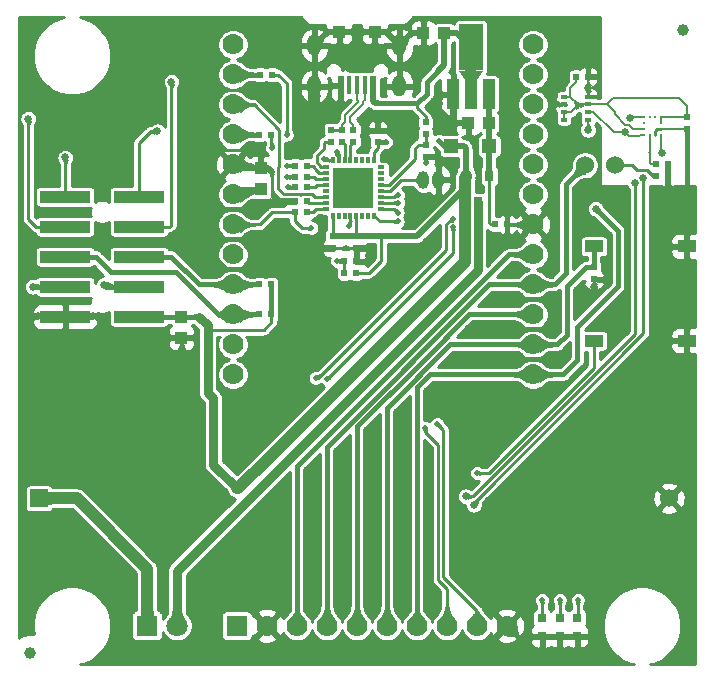
<source format=gbr>
G04 #@! TF.GenerationSoftware,KiCad,Pcbnew,5.1.5+dfsg1-2build2*
G04 #@! TF.CreationDate,2021-07-09T11:51:46+03:00*
G04 #@! TF.ProjectId,STM32WL-DevKit_RevB,53544d33-3257-44c2-9d44-65764b69745f,rev?*
G04 #@! TF.SameCoordinates,Original*
G04 #@! TF.FileFunction,Copper,L1,Top*
G04 #@! TF.FilePolarity,Positive*
%FSLAX46Y46*%
G04 Gerber Fmt 4.6, Leading zero omitted, Abs format (unit mm)*
G04 Created by KiCad (PCBNEW 5.1.5+dfsg1-2build2) date 2021-07-09 11:51:46*
%MOMM*%
%LPD*%
G04 APERTURE LIST*
%ADD10O,1.000000X1.500000*%
%ADD11R,0.300000X0.600000*%
%ADD12R,0.600000X0.300000*%
%ADD13R,3.450000X3.450000*%
%ADD14C,1.524000*%
%ADD15R,0.550000X0.500000*%
%ADD16C,0.100000*%
%ADD17R,1.998980X4.000500*%
%ADD18R,1.000760X2.501900*%
%ADD19R,0.500000X1.650000*%
%ADD20R,0.325000X1.650000*%
%ADD21R,1.100000X1.000000*%
%ADD22O,1.200000X1.800000*%
%ADD23R,1.200000X1.200000*%
%ADD24R,0.800000X0.900000*%
%ADD25C,1.800000*%
%ADD26R,1.800000X1.800000*%
%ADD27R,0.800000X0.800000*%
%ADD28R,0.500000X0.550000*%
%ADD29R,1.016000X1.016000*%
%ADD30C,1.778000*%
%ADD31C,1.000000*%
%ADD32R,0.250000X0.275000*%
%ADD33R,0.275000X0.250000*%
%ADD34R,0.500000X0.325000*%
%ADD35R,4.250000X1.000000*%
%ADD36R,1.524000X1.016000*%
%ADD37R,1.778000X1.778000*%
%ADD38R,1.524000X1.524000*%
%ADD39C,0.650000*%
%ADD40C,0.500000*%
%ADD41C,0.457200*%
%ADD42C,0.250000*%
%ADD43C,0.203200*%
%ADD44C,0.508000*%
%ADD45C,1.000000*%
%ADD46C,0.405000*%
%ADD47C,0.787400*%
%ADD48C,0.200000*%
%ADD49C,0.254000*%
%ADD50C,0.025400*%
G04 APERTURE END LIST*
D10*
X90693400Y-100685600D03*
X89443400Y-100685600D03*
D11*
X81765200Y-103721400D03*
X82265200Y-103721400D03*
X82765200Y-103721400D03*
X83265200Y-103721400D03*
X83765200Y-103721400D03*
X84265200Y-103721400D03*
X84765200Y-103721400D03*
X85265200Y-103721400D03*
D12*
X85865200Y-103121400D03*
X85865200Y-102621400D03*
X85865200Y-102121400D03*
X85865200Y-101621400D03*
X85865200Y-101121400D03*
X85865200Y-100621400D03*
X85865200Y-100121400D03*
X85865200Y-99621400D03*
D11*
X85265200Y-99021400D03*
X84765200Y-99021400D03*
X84265200Y-99021400D03*
X83765200Y-99021400D03*
X83265200Y-99021400D03*
X82765200Y-99021400D03*
X82265200Y-99021400D03*
X81765200Y-99021400D03*
D12*
X81165200Y-99621400D03*
X81165200Y-100121400D03*
X81165200Y-100621400D03*
X81165200Y-101121400D03*
X81165200Y-101621400D03*
X81165200Y-102121400D03*
X81165200Y-102621400D03*
X81165200Y-103121400D03*
D13*
X83515200Y-101371400D03*
D14*
X83515200Y-101371400D03*
D15*
X111760000Y-96393000D03*
X111760000Y-95377000D03*
G04 #@! TA.AperFunction,SMDPad,CuDef*
D16*
G36*
X94472760Y-91433650D02*
G01*
X93972380Y-92182950D01*
X92971620Y-92182950D01*
X92471240Y-91433650D01*
X94472760Y-91433650D01*
G37*
G04 #@! TD.AperFunction*
D17*
X93472000Y-89458800D03*
D18*
X94973140Y-93411040D03*
X93472000Y-93411040D03*
X91970860Y-93411040D03*
D19*
X85207500Y-92685000D03*
D20*
X84470000Y-92685000D03*
X83820000Y-92685000D03*
X83170000Y-92685000D03*
D19*
X82432500Y-92685000D03*
D21*
X85320000Y-88135000D03*
X82320000Y-88135000D03*
D22*
X87420000Y-89285000D03*
X87420000Y-92755000D03*
X80220000Y-92755000D03*
X80220000Y-89285000D03*
D23*
X95030800Y-97815400D03*
X91760800Y-97815400D03*
D24*
X95030800Y-100347600D03*
X93030800Y-100347600D03*
X94030800Y-102547600D03*
D25*
X68580000Y-138430000D03*
D26*
X66040000Y-138430000D03*
D27*
X99491800Y-137795000D03*
X99491800Y-139319000D03*
X100990400Y-137795000D03*
X100990400Y-139319000D03*
X102463600Y-137795000D03*
X102463600Y-139319000D03*
D28*
X79578200Y-103403400D03*
X78562200Y-103403400D03*
D15*
X89636600Y-95808800D03*
X89636600Y-96824800D03*
X89636600Y-97688400D03*
X89636600Y-98704400D03*
X81635600Y-97434400D03*
X81635600Y-96418400D03*
X83515200Y-97434400D03*
X83515200Y-96418400D03*
X82550000Y-97434400D03*
X82550000Y-96418400D03*
D28*
X83769200Y-108585000D03*
X82753200Y-108585000D03*
X78587600Y-99466400D03*
X79603600Y-99466400D03*
X78562200Y-100406200D03*
X79578200Y-100406200D03*
X78562200Y-101320600D03*
X79578200Y-101320600D03*
X79552800Y-102489000D03*
X78536800Y-102489000D03*
X95504000Y-104444800D03*
X96520000Y-104444800D03*
D15*
X85572600Y-96469200D03*
X85572600Y-97485200D03*
X83769200Y-106451400D03*
X83769200Y-105435400D03*
D29*
X93243400Y-95859600D03*
X95021400Y-95859600D03*
D28*
X83769200Y-107569001D03*
X82753200Y-107569001D03*
D29*
X91211400Y-88239600D03*
X89433400Y-88239600D03*
D15*
X81762600Y-106451400D03*
X81762600Y-105435400D03*
D30*
X98724000Y-89210000D03*
X98724000Y-91750000D03*
X98724000Y-94290000D03*
X98724000Y-96830000D03*
X98724000Y-99370000D03*
X98724000Y-101910000D03*
X98724000Y-104450000D03*
X98724000Y-106990000D03*
X98724000Y-109530000D03*
X98724000Y-112070000D03*
X98724000Y-114610000D03*
X98724000Y-117150000D03*
X73324000Y-89210000D03*
X73324000Y-91750000D03*
X73324000Y-94290000D03*
X73324000Y-96830000D03*
X73324000Y-99370000D03*
X73324000Y-101910000D03*
X73324000Y-104450000D03*
X73324000Y-106990000D03*
X73324000Y-109530000D03*
X73324000Y-112070000D03*
X73324000Y-114610000D03*
X73324000Y-117150000D03*
D31*
X56108600Y-140766800D03*
X111429800Y-87985600D03*
D32*
X108589000Y-95389000D03*
X109089000Y-95389000D03*
D33*
X109589000Y-95389000D03*
X109589000Y-95889000D03*
X109589000Y-96389000D03*
X109589000Y-96889000D03*
D32*
X109089000Y-96889000D03*
X108589000Y-96889000D03*
D33*
X108089000Y-96889000D03*
X108089000Y-96389000D03*
X108089000Y-95889000D03*
X108089000Y-95389000D03*
D34*
X101337000Y-93640000D03*
X101337000Y-94290000D03*
X101337000Y-94940000D03*
X101337000Y-95590000D03*
X103387000Y-95590000D03*
X103387000Y-94940000D03*
X103387000Y-94290000D03*
X103387000Y-93640000D03*
D35*
X65355000Y-112268000D03*
X59105000Y-112268000D03*
X65355000Y-109728000D03*
X59105000Y-109728000D03*
X65355000Y-107188000D03*
X59105000Y-107188000D03*
X65355000Y-104648000D03*
X59105000Y-104648000D03*
X65355000Y-102108000D03*
X59105000Y-102108000D03*
D36*
X111760000Y-106299000D03*
X103886000Y-106299000D03*
X111760000Y-114300000D03*
X103886000Y-114300000D03*
D28*
X75565000Y-109524800D03*
X76581000Y-109524800D03*
X75565000Y-112064800D03*
X76581000Y-112064800D03*
X109143800Y-100380800D03*
X110159800Y-100380800D03*
D14*
X105664000Y-99441000D03*
X103124000Y-99441000D03*
D28*
X76555600Y-96850200D03*
X75539600Y-96850200D03*
X76657200Y-91770200D03*
X75641200Y-91770200D03*
D30*
X81280000Y-138430000D03*
X78740000Y-138430000D03*
X76200000Y-138430000D03*
D37*
X73660000Y-138430000D03*
D30*
X83820000Y-138430000D03*
X86360000Y-138430000D03*
X91440000Y-138430000D03*
X88900000Y-138430000D03*
X93980000Y-138430000D03*
X96520000Y-138430000D03*
D15*
X103886000Y-109093000D03*
X103886000Y-108077000D03*
D29*
X68961000Y-112268000D03*
X68961000Y-114046000D03*
D28*
X103378000Y-91948000D03*
X102362000Y-91948000D03*
D29*
X75692000Y-99695000D03*
X75692000Y-101473000D03*
D28*
X110159800Y-99364800D03*
X109143800Y-99364800D03*
D14*
X110240000Y-127640000D03*
D38*
X56900000Y-127640000D03*
D39*
X68999100Y-114998500D03*
X61506100Y-112242600D03*
X56794400Y-112242600D03*
X103403400Y-92900500D03*
X100660200Y-94284800D03*
X103898700Y-109753400D03*
X101409500Y-99034600D03*
X101409500Y-97129600D03*
X103136700Y-104470200D03*
X109423200Y-104482900D03*
X69164200Y-99364800D03*
X69176900Y-97904300D03*
X75082400Y-122885200D03*
X80060800Y-128358900D03*
X82740500Y-128358900D03*
X84988400Y-128320800D03*
X87579200Y-128333500D03*
X71437500Y-96888300D03*
X69570600Y-94030800D03*
X63512700Y-96685100D03*
X58331100Y-96850200D03*
X92671900Y-121462800D03*
X94843600Y-115773200D03*
X95224600Y-113080800D03*
X95808800Y-110883700D03*
X96850200Y-108458000D03*
X90784356Y-93813379D03*
D40*
X89662000Y-99263200D03*
X78232000Y-98348800D03*
X78867000Y-98348800D03*
X79552800Y-98348800D03*
X76962000Y-102489000D03*
X76606400Y-100025200D03*
X84912200Y-106451400D03*
X82854800Y-106451400D03*
X80873600Y-106451400D03*
X87807800Y-98425000D03*
X94157800Y-101346000D03*
X94056200Y-100558600D03*
X93853000Y-97967800D03*
X91973400Y-99237800D03*
X90398600Y-102590600D03*
X83642200Y-113055400D03*
X90220800Y-106375200D03*
X86868000Y-106451400D03*
X74955400Y-108381800D03*
X77901800Y-118160800D03*
X79933800Y-118541800D03*
X77647800Y-121285000D03*
X75006200Y-120421400D03*
X59131200Y-113792000D03*
X62153800Y-105791000D03*
X62230000Y-100152200D03*
X89763600Y-128041400D03*
X90144600Y-136118600D03*
X100558600Y-115874800D03*
X100558600Y-113207800D03*
X100584000Y-110794800D03*
X76250800Y-93548200D03*
X70866000Y-91490800D03*
X79044800Y-116433600D03*
X77622400Y-113919000D03*
X69748400Y-120624600D03*
X69773800Y-125780800D03*
X71323200Y-128193800D03*
X79966641Y-104757196D03*
X93979976Y-125501424D03*
D39*
X93700600Y-128193800D03*
X108064300Y-100482400D03*
X106541384Y-96652190D03*
X106921300Y-95402400D03*
X103378000Y-96443800D03*
X93014800Y-127457200D03*
X107378500Y-100977700D03*
X104025700Y-103111300D03*
X55994300Y-95491300D03*
X66903600Y-96545400D03*
X68110100Y-92354400D03*
D40*
X77952600Y-101295200D03*
X99491800Y-136245600D03*
D39*
X109677200Y-98425000D03*
X56349900Y-109728000D03*
X62407800Y-109537500D03*
X59118500Y-98780600D03*
X70459600Y-112268000D03*
X73660000Y-126784100D03*
D40*
X90754200Y-97358200D03*
X86283800Y-97459800D03*
X93030800Y-97977400D03*
X102558850Y-94354650D03*
X83108800Y-104622600D03*
X82143600Y-107543600D03*
X89601304Y-121650496D03*
X81026000Y-98907600D03*
X90627200Y-121361200D03*
X82118200Y-98336802D03*
X77927200Y-100406200D03*
X100990400Y-136245600D03*
X77927200Y-99466400D03*
X102514400Y-136245600D03*
X87299800Y-102616000D03*
X81280000Y-117551200D03*
X91948000Y-104698800D03*
X87299800Y-101938197D03*
X80314800Y-117449600D03*
X91973400Y-103962200D03*
X87274400Y-103454200D03*
X77876400Y-96856190D03*
X87274400Y-104190800D03*
X76641689Y-97977689D03*
D41*
X73649000Y-99695000D02*
X73324000Y-99370000D01*
X75692000Y-99695000D02*
X73649000Y-99695000D01*
D42*
X68961000Y-114960400D02*
X68999100Y-114998500D01*
X68961000Y-114046000D02*
X68961000Y-114960400D01*
X61480700Y-112268000D02*
X61506100Y-112242600D01*
X59105000Y-112268000D02*
X61480700Y-112268000D01*
X56819800Y-112268000D02*
X56794400Y-112242600D01*
X59105000Y-112268000D02*
X56819800Y-112268000D01*
D43*
X109589000Y-96389000D02*
X110943200Y-96389000D01*
X103387000Y-91957000D02*
X103378000Y-91948000D01*
X103387000Y-92884100D02*
X103403400Y-92900500D01*
X103387000Y-93640000D02*
X103387000Y-92884100D01*
X103387000Y-92884100D02*
X103387000Y-91957000D01*
X100665400Y-94290000D02*
X100660200Y-94284800D01*
X101337000Y-94290000D02*
X100665400Y-94290000D01*
X103886000Y-109740700D02*
X103898700Y-109753400D01*
X103886000Y-109093000D02*
X103886000Y-109740700D01*
D44*
X80220000Y-94163000D02*
X80220000Y-92755000D01*
X82013300Y-94437200D02*
X80494200Y-94437200D01*
X82432500Y-94018000D02*
X82013300Y-94437200D01*
X80494200Y-94437200D02*
X80220000Y-94163000D01*
X82432500Y-92685000D02*
X82432500Y-94018000D01*
X82320000Y-88135000D02*
X85320000Y-88135000D01*
X88465400Y-88239600D02*
X87420000Y-89285000D01*
X89433400Y-88239600D02*
X88465400Y-88239600D01*
X86270000Y-88135000D02*
X87420000Y-89285000D01*
X85320000Y-88135000D02*
X86270000Y-88135000D01*
X81370000Y-88135000D02*
X80220000Y-89285000D01*
X82320000Y-88135000D02*
X81370000Y-88135000D01*
X91960700Y-95859600D02*
X93243400Y-95859600D01*
X91973400Y-95172530D02*
X91973400Y-95910400D01*
X91970860Y-95169990D02*
X91973400Y-95172530D01*
X91970860Y-93411040D02*
X91970860Y-95169990D01*
X91973400Y-95910400D02*
X91960700Y-95859600D01*
D42*
X98718800Y-104444800D02*
X98724000Y-104450000D01*
X96520000Y-104444800D02*
X98718800Y-104444800D01*
X83769200Y-106451400D02*
X83769200Y-107569001D01*
D44*
X90784356Y-94272998D02*
X90784356Y-93813379D01*
X90784356Y-94721356D02*
X90784356Y-94272998D01*
X91973400Y-95910400D02*
X90784356Y-94721356D01*
D42*
X102463600Y-139319000D02*
X100990400Y-139319000D01*
X100990400Y-139319000D02*
X99491800Y-139319000D01*
X97408999Y-139318999D02*
X96520000Y-138430000D01*
X99491800Y-139319000D02*
X97408999Y-139318999D01*
X89636600Y-99237800D02*
X89662000Y-99263200D01*
X89636600Y-98704400D02*
X89636600Y-99237800D01*
D45*
X78232000Y-98348800D02*
X78232000Y-98348800D01*
X78867000Y-98348800D02*
X78232000Y-98348800D01*
X79552800Y-98348800D02*
X78867000Y-98348800D01*
D44*
X78536800Y-102489000D02*
X76962000Y-102489000D01*
X76276200Y-99695000D02*
X76606400Y-100025200D01*
X75692000Y-99695000D02*
X76276200Y-99695000D01*
D42*
X81762600Y-106451400D02*
X82854800Y-106451400D01*
X82854800Y-106451400D02*
X83769200Y-106451400D01*
D44*
X81762600Y-106451400D02*
X80873600Y-106451400D01*
X83769200Y-106451400D02*
X84912200Y-106451400D01*
D46*
X100230447Y-110794800D02*
X100584000Y-110794800D01*
X100224548Y-110800699D02*
X100230447Y-110794800D01*
X98114735Y-110800699D02*
X100224548Y-110800699D01*
X98031734Y-110883700D02*
X98114735Y-110800699D01*
X95808800Y-110883700D02*
X98031734Y-110883700D01*
X100205047Y-113207800D02*
X100558600Y-113207800D01*
X100073546Y-113339301D02*
X100205047Y-113207800D01*
X95942720Y-113339301D02*
X100073546Y-113339301D01*
X95684219Y-113080800D02*
X95942720Y-113339301D01*
X95224600Y-113080800D02*
X95684219Y-113080800D01*
X100205047Y-115874800D02*
X100558600Y-115874800D01*
X100200546Y-115879301D02*
X100205047Y-115874800D01*
X95303219Y-115773200D02*
X95409320Y-115879301D01*
X95409320Y-115879301D02*
X100200546Y-115879301D01*
X94843600Y-115773200D02*
X95303219Y-115773200D01*
X74601847Y-108381800D02*
X74955400Y-108381800D01*
X74480746Y-108260699D02*
X74601847Y-108381800D01*
X72714735Y-108260699D02*
X74480746Y-108260699D01*
X70245036Y-105791000D02*
X72714735Y-108260699D01*
X62153800Y-105791000D02*
X70245036Y-105791000D01*
X76608447Y-102489000D02*
X76962000Y-102489000D01*
X75916748Y-103180699D02*
X76608447Y-102489000D01*
X72520480Y-103180699D02*
X75916748Y-103180699D01*
X69164200Y-99824419D02*
X72520480Y-103180699D01*
X69164200Y-99364800D02*
X69164200Y-99824419D01*
X62507353Y-105791000D02*
X62153800Y-105791000D01*
X73931867Y-105719301D02*
X62579052Y-105719301D01*
X62579052Y-105719301D02*
X62507353Y-105791000D01*
X74955400Y-106742834D02*
X73931867Y-105719301D01*
X74955400Y-108381800D02*
X74955400Y-106742834D01*
D42*
X71437500Y-96888300D02*
X72669400Y-98120200D01*
X72669400Y-98120200D02*
X75209400Y-98120200D01*
X75692000Y-98602800D02*
X75692000Y-99695000D01*
X75209400Y-98120200D02*
X75692000Y-98602800D01*
X76606400Y-102133400D02*
X76962000Y-102489000D01*
X76606400Y-100025200D02*
X76606400Y-102133400D01*
X75800799Y-93098199D02*
X76250800Y-93548200D01*
X70503201Y-93098199D02*
X75800799Y-93098199D01*
X69570600Y-94030800D02*
X70503201Y-93098199D01*
D46*
X109601000Y-104305100D02*
X109423200Y-104482900D01*
D43*
X110947200Y-96393000D02*
X111760000Y-96393000D01*
X110943200Y-96389000D02*
X110947200Y-96393000D01*
D45*
X80187800Y-97713800D02*
X79552800Y-98348800D01*
X80187800Y-96774000D02*
X80187800Y-97713800D01*
X80220000Y-96741800D02*
X80187800Y-96774000D01*
X80220000Y-92755000D02*
X80220000Y-96741800D01*
D46*
X111760000Y-102146100D02*
X109423200Y-104482900D01*
X111760000Y-96393000D02*
X111760000Y-102146100D01*
D44*
X110159800Y-99364800D02*
X110159800Y-100380800D01*
X110159800Y-103746300D02*
X109423200Y-104482900D01*
X110159800Y-100380800D02*
X110159800Y-103746300D01*
D42*
X109089000Y-96501500D02*
X109089000Y-96889000D01*
X109201500Y-96389000D02*
X109089000Y-96501500D01*
X109589000Y-96389000D02*
X109201500Y-96389000D01*
X78562200Y-103403400D02*
X76657200Y-103403400D01*
X75610600Y-104450000D02*
X73324000Y-104450000D01*
X76657200Y-103403400D02*
X75610600Y-104450000D01*
X94970576Y-125501424D02*
X93979976Y-125501424D01*
X103886000Y-116586000D02*
X94970576Y-125501424D01*
X103886000Y-114300000D02*
X103886000Y-116586000D01*
X79179396Y-104757196D02*
X79966641Y-104757196D01*
X78562200Y-104140000D02*
X79179396Y-104757196D01*
X78562200Y-103403400D02*
X78562200Y-104140000D01*
D41*
X73329200Y-112064800D02*
X73324000Y-112070000D01*
X75565000Y-112064800D02*
X73329200Y-112064800D01*
X72066765Y-112070000D02*
X73324000Y-112070000D01*
X72055962Y-112070000D02*
X72066765Y-112070000D01*
X68482062Y-108496100D02*
X72055962Y-112070000D01*
X62995300Y-108496100D02*
X68482062Y-108496100D01*
X61687200Y-107188000D02*
X62995300Y-108496100D01*
X59105000Y-107188000D02*
X61687200Y-107188000D01*
D43*
X103840200Y-94940000D02*
X103387000Y-94940000D01*
X108089000Y-96889000D02*
X107748300Y-96889000D01*
X105552390Y-96652190D02*
X106541384Y-96652190D01*
X105478600Y-96578400D02*
X105552390Y-96652190D01*
X105478600Y-96578400D02*
X103840200Y-94940000D01*
X106866383Y-96977189D02*
X106541384Y-96652190D01*
X107660111Y-96977189D02*
X106866383Y-96977189D01*
X107748300Y-96889000D02*
X107660111Y-96977189D01*
D42*
X108064300Y-113652300D02*
X108064300Y-100482400D01*
X93700600Y-128016000D02*
X108064300Y-113652300D01*
X93700600Y-128193800D02*
X93700600Y-128016000D01*
D44*
X94973140Y-95811340D02*
X95021400Y-95859600D01*
X94973140Y-93411040D02*
X94973140Y-95811340D01*
X95021400Y-97806000D02*
X95030800Y-97815400D01*
X95021400Y-95859600D02*
X95021400Y-97806000D01*
X95030800Y-97815400D02*
X95030800Y-100347600D01*
D42*
X95148400Y-104444800D02*
X95030800Y-104327200D01*
X95030800Y-104327200D02*
X95030800Y-100347600D01*
X95504000Y-104444800D02*
X95148400Y-104444800D01*
D41*
X65355000Y-107188000D02*
X68072000Y-107188000D01*
X70414000Y-109530000D02*
X73324000Y-109530000D01*
X68072000Y-107188000D02*
X70414000Y-109530000D01*
X75559800Y-109530000D02*
X75565000Y-109524800D01*
X73324000Y-109530000D02*
X75559800Y-109530000D01*
D43*
X106934700Y-95389000D02*
X106921300Y-95402400D01*
X108089000Y-95389000D02*
X106934700Y-95389000D01*
X103378000Y-95599000D02*
X103387000Y-95590000D01*
X103378000Y-96443800D02*
X103378000Y-95599000D01*
D42*
X107378500Y-101437319D02*
X107378500Y-100977700D01*
X107378500Y-113698516D02*
X107378500Y-101437319D01*
X93619816Y-127457200D02*
X107378500Y-113698516D01*
X93014800Y-127457200D02*
X93619816Y-127457200D01*
D46*
X88900000Y-118237000D02*
X88900000Y-137172765D01*
X88900000Y-137172765D02*
X88900000Y-138430000D01*
X89987000Y-117150000D02*
X88900000Y-118237000D01*
X98724000Y-117150000D02*
X89987000Y-117150000D01*
X102489000Y-115951000D02*
X101295200Y-117144800D01*
X102489000Y-113118900D02*
X102489000Y-115951000D01*
X105918000Y-109689900D02*
X102489000Y-113118900D01*
X101295200Y-117144800D02*
X98724000Y-117150000D01*
X105918000Y-105003600D02*
X105918000Y-109689900D01*
X104025700Y-103111300D02*
X105918000Y-105003600D01*
D42*
X107137200Y-99441000D02*
X105664000Y-99441000D01*
X108338199Y-99854599D02*
X107550799Y-99854599D01*
X107550799Y-99854599D02*
X107137200Y-99441000D01*
X108864400Y-100380800D02*
X108338199Y-99854599D01*
X109143800Y-100380800D02*
X108864400Y-100380800D01*
D46*
X81280000Y-138430000D02*
X81280000Y-123254781D01*
X81280000Y-123254781D02*
X95004781Y-109530000D01*
X95004781Y-109530000D02*
X97466765Y-109530000D01*
X97466765Y-109530000D02*
X98724000Y-109530000D01*
X98741900Y-109512100D02*
X98724000Y-109530000D01*
X100584000Y-109512100D02*
X98741900Y-109512100D01*
X101511100Y-108585000D02*
X100584000Y-109512100D01*
X101511100Y-101053900D02*
X101511100Y-108585000D01*
X103124000Y-99441000D02*
X101511100Y-101053900D01*
X73331500Y-91757500D02*
X73324000Y-91750000D01*
X75565000Y-91757500D02*
X73331500Y-91757500D01*
X73331500Y-96837500D02*
X73324000Y-96830000D01*
X75565000Y-96837500D02*
X73331500Y-96837500D01*
D42*
X55994300Y-95491300D02*
X55994300Y-104000300D01*
X56642000Y-104648000D02*
X59105000Y-104648000D01*
X55994300Y-104000300D02*
X56642000Y-104648000D01*
X66903600Y-96545400D02*
X66382900Y-96545400D01*
X66382900Y-96545400D02*
X65355000Y-97573300D01*
X65355000Y-97573300D02*
X65355000Y-102108000D01*
D46*
X98724000Y-106990000D02*
X96680246Y-106990000D01*
X96680246Y-106990000D02*
X78740000Y-124930246D01*
X78740000Y-124930246D02*
X78740000Y-137172765D01*
X78740000Y-137172765D02*
X78740000Y-138430000D01*
D42*
X68110100Y-92354400D02*
X68110100Y-104508300D01*
X67970400Y-104648000D02*
X65355000Y-104648000D01*
X68110100Y-104508300D02*
X67970400Y-104648000D01*
X77978000Y-101320600D02*
X77952600Y-101295200D01*
X78562200Y-101320600D02*
X77978000Y-101320600D01*
X99491800Y-136245600D02*
X99491800Y-137795000D01*
D43*
X109589000Y-96889000D02*
X109589000Y-98336800D01*
X109589000Y-98336800D02*
X109677200Y-98425000D01*
D46*
X86360000Y-138430000D02*
X86360000Y-119952781D01*
X97466765Y-114610000D02*
X98724000Y-114610000D01*
X86360000Y-119952781D02*
X91702781Y-114610000D01*
X91702781Y-114610000D02*
X97466765Y-114610000D01*
X103886000Y-106299000D02*
X103886000Y-108077000D01*
X100782000Y-114610000D02*
X98724000Y-114610000D01*
X101600000Y-113792000D02*
X100782000Y-114610000D01*
X101600000Y-109683000D02*
X101600000Y-113792000D01*
X103206000Y-108077000D02*
X101600000Y-109683000D01*
X103886000Y-108077000D02*
X103206000Y-108077000D01*
X98668000Y-112014000D02*
X98724000Y-112070000D01*
X93345000Y-112014000D02*
X98668000Y-112014000D01*
X89377184Y-115981816D02*
X93345000Y-112014000D01*
X89377184Y-115984378D02*
X89377184Y-115981816D01*
X83820000Y-121541562D02*
X89377184Y-115984378D01*
X83820000Y-138430000D02*
X83820000Y-121541562D01*
D41*
X59105000Y-109728000D02*
X56349900Y-109728000D01*
X62598300Y-109728000D02*
X62407800Y-109537500D01*
X65355000Y-109728000D02*
X62598300Y-109728000D01*
D42*
X59118500Y-98780600D02*
X59118500Y-102094500D01*
X59118500Y-102094500D02*
X59105000Y-102108000D01*
D45*
X56900000Y-127640000D02*
X60076000Y-127640000D01*
X66040000Y-133604000D02*
X66040000Y-138430000D01*
X60076000Y-127640000D02*
X66040000Y-133604000D01*
D41*
X68961000Y-112268000D02*
X65355000Y-112268000D01*
X73761000Y-101473000D02*
X73324000Y-101910000D01*
X75692000Y-101473000D02*
X73761000Y-101473000D01*
X76581000Y-112064800D02*
X76581000Y-109524800D01*
X70459600Y-112268000D02*
X68961000Y-112268000D01*
D43*
X109589000Y-95889000D02*
X109589000Y-95389000D01*
X104970700Y-94290000D02*
X103387000Y-94290000D01*
X105638600Y-94957900D02*
X104970700Y-94290000D01*
X101337000Y-93640000D02*
X101856900Y-93640000D01*
X102623500Y-94290000D02*
X103387000Y-94290000D01*
X101337000Y-95590000D02*
X101337000Y-94940000D01*
X101856900Y-92931300D02*
X101856900Y-93640000D01*
X102362000Y-92426200D02*
X101856900Y-92931300D01*
X102362000Y-91948000D02*
X102362000Y-92426200D01*
X102506900Y-94290000D02*
X102623500Y-94290000D01*
X101856900Y-93640000D02*
X102506900Y-94290000D01*
X101973500Y-94940000D02*
X101337000Y-94940000D01*
X105638600Y-95134292D02*
X105638600Y-94957900D01*
X107172708Y-96389000D02*
X106831497Y-96047789D01*
X108089000Y-96389000D02*
X107172708Y-96389000D01*
X106831497Y-96047789D02*
X106552097Y-96047789D01*
X106552097Y-96047789D02*
X105638600Y-95134292D01*
D44*
X92868800Y-97815400D02*
X91760800Y-97815400D01*
X93030800Y-97977400D02*
X92868800Y-97815400D01*
X93030800Y-100347600D02*
X93030800Y-97977400D01*
X93030800Y-101305600D02*
X88901000Y-105435400D01*
X93030800Y-100347600D02*
X93030800Y-101305600D01*
X83769200Y-105435400D02*
X81762600Y-105435400D01*
D42*
X83765200Y-105431400D02*
X83769200Y-105435400D01*
X83765200Y-103721400D02*
X83765200Y-105431400D01*
X81765200Y-105432800D02*
X81762600Y-105435400D01*
X81765200Y-103721400D02*
X81765200Y-105432800D01*
X83769200Y-108585000D02*
X84810600Y-108585000D01*
X85877400Y-107518200D02*
X85877400Y-105435400D01*
X84810600Y-108585000D02*
X85877400Y-107518200D01*
D44*
X85877400Y-105435400D02*
X83769200Y-105435400D01*
X88901000Y-105435400D02*
X85877400Y-105435400D01*
D42*
X85265200Y-98292600D02*
X85265200Y-99021400D01*
X85572600Y-97985200D02*
X85265200Y-98292600D01*
X85572600Y-97485200D02*
X85572600Y-97985200D01*
D41*
X91211400Y-97815400D02*
X90754200Y-97358200D01*
X91760800Y-97815400D02*
X91211400Y-97815400D01*
X85598000Y-97459800D02*
X85572600Y-97485200D01*
X86283800Y-97459800D02*
X85598000Y-97459800D01*
D45*
X92952999Y-107227799D02*
X92959290Y-107234090D01*
X92952999Y-100475401D02*
X92952999Y-107227799D01*
X93030800Y-100397600D02*
X92952999Y-100475401D01*
X93030800Y-100347600D02*
X93030800Y-100397600D01*
X92959290Y-107599110D02*
X76454000Y-124104400D01*
X92959290Y-107234090D02*
X92959290Y-107599110D01*
X76530200Y-124028200D02*
X76454000Y-124104400D01*
D43*
X102558850Y-94354650D02*
X101973500Y-94940000D01*
X102623500Y-94290000D02*
X102558850Y-94354650D01*
D47*
X71170800Y-112979200D02*
X70459600Y-112268000D01*
X71170800Y-118681500D02*
X71170800Y-112979200D01*
X71653400Y-119164100D02*
X71170800Y-118681500D01*
D42*
X76581000Y-112750600D02*
X76581000Y-112064800D01*
X75946000Y-113385600D02*
X76581000Y-112750600D01*
X71577200Y-113385600D02*
X75946000Y-113385600D01*
X71170800Y-112979200D02*
X71577200Y-113385600D01*
D47*
X71653400Y-124777500D02*
X73660000Y-126784100D01*
X71653400Y-119164100D02*
X71653400Y-124777500D01*
D43*
X111748000Y-95389000D02*
X111760000Y-95377000D01*
X109589000Y-95389000D02*
X111748000Y-95389000D01*
X111760000Y-94462600D02*
X111760000Y-95377000D01*
X111048800Y-93751400D02*
X111760000Y-94462600D01*
X105509300Y-93751400D02*
X111048800Y-93751400D01*
X104970700Y-94290000D02*
X105509300Y-93751400D01*
D45*
X73774300Y-126784100D02*
X73660000Y-126784100D01*
X76454000Y-124104400D02*
X73774300Y-126784100D01*
D43*
X108589000Y-98294000D02*
X108585000Y-98298000D01*
X108589000Y-96889000D02*
X108589000Y-98294000D01*
X108690600Y-99364800D02*
X109143800Y-99364800D01*
X108589000Y-99263200D02*
X108690600Y-99364800D01*
X108589000Y-98294000D02*
X108589000Y-99263200D01*
D47*
X94030800Y-108305600D02*
X94030800Y-102547600D01*
X68580000Y-133756400D02*
X94030800Y-108305600D01*
X68580000Y-138430000D02*
X68580000Y-133756400D01*
X93472000Y-89458800D02*
X93472000Y-93411040D01*
D41*
X93097350Y-91433650D02*
X93472000Y-91808300D01*
X89763600Y-92367100D02*
X90697050Y-91433650D01*
X89763600Y-93370400D02*
X89763600Y-92367100D01*
X88938100Y-94195900D02*
X89763600Y-93370400D01*
X85558900Y-94195900D02*
X88938100Y-94195900D01*
D44*
X85385400Y-94195900D02*
X85558900Y-94195900D01*
X85207500Y-94018000D02*
X85385400Y-94195900D01*
X85207500Y-92685000D02*
X85207500Y-94018000D01*
X92252800Y-88239600D02*
X93472000Y-89458800D01*
X91211400Y-88239600D02*
X92252800Y-88239600D01*
X91211400Y-90919300D02*
X91211400Y-88239600D01*
X90697050Y-91433650D02*
X91211400Y-90919300D01*
D42*
X88938100Y-94610300D02*
X88938100Y-94195900D01*
X89636600Y-95308800D02*
X88938100Y-94610300D01*
X89636600Y-95808800D02*
X89636600Y-95308800D01*
X82753200Y-107569001D02*
X82753200Y-108585000D01*
X83265200Y-104466200D02*
X83108800Y-104622600D01*
X83265200Y-103721400D02*
X83265200Y-104466200D01*
X82727799Y-107543600D02*
X82753200Y-107569001D01*
X82143600Y-107543600D02*
X82727799Y-107543600D01*
X89601304Y-122004049D02*
X89601304Y-121650496D01*
X90703400Y-123106145D02*
X89601304Y-122004049D01*
X90703400Y-134543800D02*
X90703400Y-123106145D01*
X91440000Y-138430000D02*
X91440000Y-135280400D01*
X91440000Y-135280400D02*
X90703400Y-134543800D01*
X81139800Y-99021400D02*
X81026000Y-98907600D01*
X81765200Y-99021400D02*
X81139800Y-99021400D01*
X93980000Y-137172765D02*
X93980000Y-138430000D01*
X90627200Y-121361200D02*
X91131211Y-121865211D01*
X91131211Y-121865211D02*
X91131211Y-134323976D01*
X91131211Y-134323976D02*
X93980000Y-137172765D01*
X82265200Y-98483802D02*
X82118200Y-98336802D01*
X82265200Y-99021400D02*
X82265200Y-98483802D01*
X78562200Y-100406200D02*
X77927200Y-100406200D01*
X100990400Y-136245600D02*
X100990400Y-137795000D01*
X78587600Y-99466400D02*
X77927200Y-99466400D01*
X102514400Y-137744200D02*
X102463600Y-137795000D01*
X102514400Y-136245600D02*
X102514400Y-137744200D01*
X81165200Y-102121400D02*
X80255242Y-102121400D01*
X79029041Y-101911199D02*
X77654199Y-101911199D01*
X80255242Y-102121400D02*
X80045041Y-101911199D01*
X79044800Y-101926958D02*
X79029041Y-101911199D01*
X79060559Y-101911199D02*
X79044800Y-101926958D01*
X77654199Y-101911199D02*
X77165200Y-101422200D01*
X80045041Y-101911199D02*
X79060559Y-101911199D01*
X77165200Y-101422200D02*
X77165200Y-99607158D01*
X77194490Y-99577868D02*
X77165200Y-99607158D01*
X77194490Y-96419048D02*
X77194490Y-99577868D01*
X75065442Y-94290000D02*
X77194490Y-96419048D01*
X73324000Y-94290000D02*
X75065442Y-94290000D01*
X87294400Y-102621400D02*
X87299800Y-102616000D01*
X85865200Y-102621400D02*
X87294400Y-102621400D01*
X81280000Y-117551200D02*
X91948000Y-106883200D01*
X91948000Y-106883200D02*
X91948000Y-104698800D01*
X87159457Y-101938197D02*
X87299800Y-101938197D01*
X86976254Y-102121400D02*
X87159457Y-101938197D01*
X85865200Y-102121400D02*
X86976254Y-102121400D01*
X91866454Y-103962200D02*
X91973400Y-103962200D01*
X91389200Y-104439454D02*
X91866454Y-103962200D01*
X91389200Y-106591100D02*
X91389200Y-104439454D01*
X80530700Y-117449600D02*
X91389200Y-106591100D01*
X80314800Y-117449600D02*
X80530700Y-117449600D01*
X80078200Y-103403400D02*
X79578200Y-103403400D01*
X80360200Y-103121400D02*
X80078200Y-103403400D01*
X81165200Y-103121400D02*
X80360200Y-103121400D01*
X89636600Y-96824800D02*
X89636600Y-97688400D01*
X89052400Y-97688400D02*
X89636600Y-97688400D01*
X88722200Y-98018600D02*
X89052400Y-97688400D01*
X88722200Y-98933000D02*
X88722200Y-98018600D01*
X86533800Y-101121400D02*
X88722200Y-98933000D01*
X85865200Y-101121400D02*
X86533800Y-101121400D01*
X80990610Y-97554390D02*
X80990610Y-98046334D01*
X81110600Y-97434400D02*
X80990610Y-97554390D01*
X81635600Y-97434400D02*
X81110600Y-97434400D01*
X80990610Y-98046334D02*
X80441800Y-98595144D01*
X80441800Y-98595144D02*
X80441800Y-99199586D01*
X80441800Y-99199586D02*
X80717209Y-99474995D01*
X80717209Y-99474995D02*
X80717209Y-99564009D01*
X80774600Y-99621400D02*
X81165200Y-99621400D01*
X80717209Y-99564009D02*
X80774600Y-99621400D01*
X81635600Y-96418400D02*
X82550000Y-96418400D01*
D48*
X83920000Y-94022501D02*
X83920000Y-94069800D01*
X83820000Y-93922501D02*
X83920000Y-94022501D01*
X83820000Y-92685000D02*
X83820000Y-93922501D01*
X82550000Y-96005899D02*
X82550000Y-96418400D01*
X82807600Y-95748299D02*
X82550000Y-96005899D01*
X82807600Y-95182200D02*
X82807600Y-95748299D01*
X83920000Y-94069800D02*
X82807600Y-95182200D01*
D42*
X86941600Y-103121400D02*
X87274400Y-103454200D01*
X85865200Y-103121400D02*
X86941600Y-103121400D01*
X77876400Y-96502637D02*
X77876400Y-96856190D01*
X77157200Y-91770200D02*
X77876400Y-92489400D01*
X77876400Y-92489400D02*
X77876400Y-96502637D01*
X76657200Y-91770200D02*
X77157200Y-91770200D01*
X85734600Y-104190800D02*
X87274400Y-104190800D01*
X85265200Y-103721400D02*
X85734600Y-104190800D01*
X76555600Y-97891600D02*
X76641689Y-97977689D01*
X76555600Y-96850200D02*
X76555600Y-97891600D01*
X83265200Y-97684400D02*
X83515200Y-97434400D01*
X83265200Y-99021400D02*
X83265200Y-97684400D01*
D48*
X84370000Y-94022501D02*
X84370000Y-94256200D01*
X84470000Y-93922501D02*
X84370000Y-94022501D01*
X84470000Y-92685000D02*
X84470000Y-93922501D01*
X83257600Y-95748299D02*
X83515200Y-96005899D01*
X83257600Y-95368600D02*
X83257600Y-95748299D01*
X84370000Y-94256200D02*
X83257600Y-95368600D01*
X83515200Y-96005899D02*
X83515200Y-96418400D01*
D42*
X82765200Y-97649600D02*
X82765200Y-99021400D01*
X82550000Y-97434400D02*
X82765200Y-97649600D01*
X80615200Y-100121400D02*
X80289400Y-99795600D01*
X81165200Y-100121400D02*
X80615200Y-100121400D01*
X80103600Y-99466400D02*
X79603600Y-99466400D01*
X80289400Y-99652200D02*
X80103600Y-99466400D01*
X80289400Y-99795600D02*
X80289400Y-99652200D01*
X81165200Y-100621400D02*
X80377600Y-100621400D01*
X80078200Y-100406200D02*
X79578200Y-100406200D01*
X80162400Y-100406200D02*
X80078200Y-100406200D01*
X80377600Y-100621400D02*
X80162400Y-100406200D01*
X81165200Y-101121400D02*
X80463200Y-101121400D01*
X80264000Y-101320600D02*
X79578200Y-101320600D01*
X80463200Y-101121400D02*
X80264000Y-101320600D01*
X79685200Y-102621400D02*
X79552800Y-102489000D01*
X81165200Y-102621400D02*
X79685200Y-102621400D01*
X88693400Y-100685600D02*
X89443400Y-100685600D01*
X86638814Y-101621400D02*
X87574614Y-100685600D01*
X87574614Y-100685600D02*
X88693400Y-100685600D01*
X85865200Y-101621400D02*
X86638814Y-101621400D01*
D49*
G36*
X58719550Y-86970855D02*
G01*
X58114075Y-87221651D01*
X57569161Y-87585750D01*
X57105750Y-88049161D01*
X56741651Y-88594075D01*
X56490855Y-89199550D01*
X56363000Y-89842319D01*
X56363000Y-90497681D01*
X56490855Y-91140450D01*
X56741651Y-91745925D01*
X57105750Y-92290839D01*
X57569161Y-92754250D01*
X58114075Y-93118349D01*
X58719550Y-93369145D01*
X59362319Y-93497000D01*
X60017681Y-93497000D01*
X60660450Y-93369145D01*
X61265925Y-93118349D01*
X61810839Y-92754250D01*
X62274250Y-92290839D01*
X62638349Y-91745925D01*
X62889145Y-91140450D01*
X63017000Y-90497681D01*
X63017000Y-89842319D01*
X62889145Y-89199550D01*
X62638349Y-88594075D01*
X62274250Y-88049161D01*
X61810839Y-87585750D01*
X61265925Y-87221651D01*
X60660450Y-86970855D01*
X60374621Y-86914000D01*
X79108734Y-86914000D01*
X79418492Y-87301198D01*
X79420137Y-87304275D01*
X79452544Y-87343762D01*
X79467398Y-87362330D01*
X79469821Y-87364814D01*
X79489368Y-87388632D01*
X79507826Y-87403780D01*
X79524502Y-87420878D01*
X79549905Y-87438314D01*
X79573725Y-87457863D01*
X79594788Y-87469121D01*
X79614475Y-87482634D01*
X79642794Y-87494781D01*
X79669968Y-87509305D01*
X79692818Y-87516237D01*
X79714767Y-87525651D01*
X79744909Y-87532039D01*
X79774397Y-87540984D01*
X79798167Y-87543325D01*
X79821525Y-87548275D01*
X79852334Y-87548660D01*
X79855788Y-87549000D01*
X79879568Y-87549000D01*
X79930645Y-87549638D01*
X79934075Y-87549000D01*
X81140398Y-87549000D01*
X81131928Y-87635000D01*
X81135000Y-87849250D01*
X81293750Y-88008000D01*
X82193000Y-88008000D01*
X82193000Y-87988000D01*
X82447000Y-87988000D01*
X82447000Y-88008000D01*
X83346250Y-88008000D01*
X83505000Y-87849250D01*
X83508072Y-87635000D01*
X83499602Y-87549000D01*
X84140398Y-87549000D01*
X84131928Y-87635000D01*
X84135000Y-87849250D01*
X84293750Y-88008000D01*
X85193000Y-88008000D01*
X85193000Y-87988000D01*
X85447000Y-87988000D01*
X85447000Y-88008000D01*
X86346250Y-88008000D01*
X86505000Y-87849250D01*
X86508072Y-87635000D01*
X86499602Y-87549000D01*
X87705930Y-87549000D01*
X87709355Y-87549637D01*
X87760352Y-87549000D01*
X87784212Y-87549000D01*
X87787678Y-87548659D01*
X87818474Y-87548274D01*
X87841824Y-87543326D01*
X87865603Y-87540984D01*
X87895097Y-87532037D01*
X87925232Y-87525651D01*
X87947177Y-87516238D01*
X87970032Y-87509305D01*
X87997216Y-87494775D01*
X88025524Y-87482633D01*
X88045203Y-87469126D01*
X88066275Y-87457863D01*
X88090098Y-87438312D01*
X88115498Y-87420878D01*
X88132174Y-87403780D01*
X88150632Y-87388632D01*
X88170179Y-87364814D01*
X88172602Y-87362330D01*
X88187456Y-87343762D01*
X88219863Y-87304275D01*
X88221508Y-87301198D01*
X88531266Y-86914000D01*
X104368600Y-86914000D01*
X104368600Y-93761400D01*
X104199150Y-93761400D01*
X104113250Y-93675500D01*
X103510000Y-93675500D01*
X103510000Y-93698434D01*
X103264000Y-93698434D01*
X103264000Y-93675500D01*
X103240000Y-93675500D01*
X103240000Y-93604500D01*
X103264000Y-93604500D01*
X103264000Y-93548324D01*
X103285400Y-93550432D01*
X103488600Y-93550432D01*
X103510000Y-93547622D01*
X103510000Y-93604500D01*
X104113250Y-93604500D01*
X104272000Y-93445750D01*
X104259086Y-93335568D01*
X104219443Y-93216932D01*
X104157417Y-93108310D01*
X104075392Y-93013875D01*
X103976520Y-92937257D01*
X103864600Y-92881401D01*
X103743934Y-92848452D01*
X103742623Y-92848348D01*
X103769199Y-92845253D01*
X103887881Y-92805750D01*
X103996576Y-92743853D01*
X104091108Y-92661939D01*
X104167842Y-92563157D01*
X104223830Y-92451303D01*
X104256921Y-92330676D01*
X104263000Y-92233750D01*
X104104250Y-92075000D01*
X103501000Y-92075000D01*
X103501000Y-92095000D01*
X103255000Y-92095000D01*
X103255000Y-92075000D01*
X103231000Y-92075000D01*
X103231000Y-91821000D01*
X103255000Y-91821000D01*
X103255000Y-91196750D01*
X103501000Y-91196750D01*
X103501000Y-91821000D01*
X104104250Y-91821000D01*
X104263000Y-91662250D01*
X104256921Y-91565324D01*
X104223830Y-91444697D01*
X104167842Y-91332843D01*
X104091108Y-91234061D01*
X103996576Y-91152147D01*
X103887881Y-91090250D01*
X103769199Y-91050747D01*
X103659750Y-91038000D01*
X103501000Y-91196750D01*
X103255000Y-91196750D01*
X103096250Y-91038000D01*
X102986801Y-91050747D01*
X102868119Y-91090250D01*
X102759424Y-91152147D01*
X102664892Y-91234061D01*
X102654009Y-91248071D01*
X102612000Y-91243934D01*
X102112000Y-91243934D01*
X102028293Y-91252178D01*
X101947804Y-91276595D01*
X101873624Y-91316245D01*
X101808605Y-91369605D01*
X101755245Y-91434624D01*
X101715595Y-91508804D01*
X101691178Y-91589293D01*
X101682934Y-91673000D01*
X101682934Y-92223000D01*
X101691178Y-92306707D01*
X101701131Y-92339517D01*
X101501490Y-92539158D01*
X101481315Y-92555715D01*
X101415259Y-92636205D01*
X101375491Y-92710606D01*
X101366175Y-92728036D01*
X101335949Y-92827677D01*
X101325743Y-92931300D01*
X101328300Y-92957262D01*
X101328300Y-93048434D01*
X101087000Y-93048434D01*
X101003293Y-93056678D01*
X100922804Y-93081095D01*
X100848624Y-93120745D01*
X100783605Y-93174105D01*
X100730245Y-93239124D01*
X100690595Y-93313304D01*
X100666178Y-93393793D01*
X100657934Y-93477500D01*
X100657934Y-93656648D01*
X100648608Y-93663875D01*
X100566583Y-93758310D01*
X100504557Y-93866932D01*
X100464914Y-93985568D01*
X100452000Y-94095750D01*
X100495641Y-94139391D01*
X100454696Y-94162998D01*
X100452000Y-94162998D01*
X100452000Y-94164552D01*
X100434267Y-94174776D01*
X100420326Y-94184091D01*
X100402165Y-94201121D01*
X100387676Y-94221367D01*
X100377415Y-94244050D01*
X100371776Y-94268300D01*
X100370977Y-94293183D01*
X100375047Y-94317745D01*
X100383831Y-94341040D01*
X100396991Y-94362174D01*
X100414021Y-94380335D01*
X100434267Y-94394824D01*
X100452000Y-94405048D01*
X100452000Y-94417002D01*
X100472734Y-94417002D01*
X100502238Y-94434012D01*
X100452000Y-94484250D01*
X100464914Y-94594432D01*
X100504557Y-94713068D01*
X100566583Y-94821690D01*
X100648608Y-94916125D01*
X100657934Y-94923352D01*
X100657934Y-95102500D01*
X100666178Y-95186207D01*
X100690081Y-95265000D01*
X100666178Y-95343793D01*
X100657934Y-95427500D01*
X100657934Y-95752500D01*
X100666178Y-95836207D01*
X100690595Y-95916696D01*
X100730245Y-95990876D01*
X100783605Y-96055895D01*
X100848624Y-96109255D01*
X100922804Y-96148905D01*
X101003293Y-96173322D01*
X101087000Y-96181566D01*
X101587000Y-96181566D01*
X101670707Y-96173322D01*
X101751196Y-96148905D01*
X101825376Y-96109255D01*
X101890395Y-96055895D01*
X101943755Y-95990876D01*
X101983405Y-95916696D01*
X102007822Y-95836207D01*
X102016066Y-95752500D01*
X102016066Y-95466965D01*
X102077124Y-95460951D01*
X102176765Y-95430725D01*
X102268595Y-95381641D01*
X102349085Y-95315585D01*
X102365642Y-95295410D01*
X102630364Y-95030688D01*
X102707934Y-95015259D01*
X102707934Y-95102500D01*
X102716178Y-95186207D01*
X102740081Y-95265000D01*
X102716178Y-95343793D01*
X102707934Y-95427500D01*
X102707934Y-95752500D01*
X102716178Y-95836207D01*
X102740595Y-95916696D01*
X102778452Y-95987522D01*
X102711586Y-96087594D01*
X102654899Y-96224450D01*
X102626000Y-96369734D01*
X102626000Y-96517866D01*
X102654899Y-96663150D01*
X102711586Y-96800006D01*
X102793883Y-96923172D01*
X102898628Y-97027917D01*
X103021794Y-97110214D01*
X103158650Y-97166901D01*
X103303934Y-97195800D01*
X103452066Y-97195800D01*
X103597350Y-97166901D01*
X103734206Y-97110214D01*
X103857372Y-97027917D01*
X103962117Y-96923172D01*
X104044414Y-96800006D01*
X104101101Y-96663150D01*
X104130000Y-96517866D01*
X104130000Y-96369734D01*
X104101101Y-96224450D01*
X104044414Y-96087594D01*
X103986057Y-96000256D01*
X103993755Y-95990876D01*
X104033405Y-95916696D01*
X104041770Y-95889122D01*
X104368600Y-96215953D01*
X104368600Y-101041200D01*
X104371040Y-101065976D01*
X104378267Y-101089801D01*
X104390003Y-101111757D01*
X104405797Y-101131003D01*
X104425043Y-101146797D01*
X104446999Y-101158533D01*
X104470824Y-101165760D01*
X104495600Y-101168200D01*
X106649660Y-101168200D01*
X106655399Y-101197050D01*
X106712086Y-101333906D01*
X106794383Y-101457072D01*
X106826501Y-101489190D01*
X106826500Y-113469870D01*
X104438000Y-115858370D01*
X104438000Y-115237066D01*
X104648000Y-115237066D01*
X104731707Y-115228822D01*
X104812196Y-115204405D01*
X104886376Y-115164755D01*
X104951395Y-115111395D01*
X105004755Y-115046376D01*
X105044405Y-114972196D01*
X105068822Y-114891707D01*
X105077066Y-114808000D01*
X105077066Y-113792000D01*
X105068822Y-113708293D01*
X105044405Y-113627804D01*
X105004755Y-113553624D01*
X104951395Y-113488605D01*
X104886376Y-113435245D01*
X104812196Y-113395595D01*
X104731707Y-113371178D01*
X104648000Y-113362934D01*
X103135213Y-113362934D01*
X106341265Y-110156883D01*
X106365277Y-110137177D01*
X106387770Y-110109770D01*
X106428175Y-110060535D01*
X106443942Y-110041323D01*
X106502395Y-109931964D01*
X106538391Y-109813303D01*
X106547500Y-109720817D01*
X106547500Y-109720808D01*
X106550544Y-109689901D01*
X106547500Y-109658994D01*
X106547500Y-105034506D01*
X106550544Y-105003599D01*
X106547500Y-104972692D01*
X106547500Y-104972683D01*
X106538391Y-104880197D01*
X106502395Y-104761536D01*
X106443942Y-104652177D01*
X106401130Y-104600010D01*
X106384985Y-104580337D01*
X106384983Y-104580335D01*
X106365277Y-104556323D01*
X106341266Y-104536618D01*
X104793542Y-102988894D01*
X104770161Y-102965204D01*
X104761592Y-102956254D01*
X104748801Y-102891950D01*
X104692114Y-102755094D01*
X104609817Y-102631928D01*
X104505072Y-102527183D01*
X104381906Y-102444886D01*
X104245050Y-102388199D01*
X104099766Y-102359300D01*
X103951634Y-102359300D01*
X103806350Y-102388199D01*
X103669494Y-102444886D01*
X103546328Y-102527183D01*
X103441583Y-102631928D01*
X103359286Y-102755094D01*
X103302599Y-102891950D01*
X103273700Y-103037234D01*
X103273700Y-103185366D01*
X103302599Y-103330650D01*
X103359286Y-103467506D01*
X103441583Y-103590672D01*
X103546328Y-103695417D01*
X103669494Y-103777714D01*
X103806350Y-103834401D01*
X103870654Y-103847192D01*
X103879604Y-103855761D01*
X103903294Y-103879142D01*
X105288500Y-105264348D01*
X105288501Y-109429151D01*
X102229500Y-112488153D01*
X102229500Y-109943747D01*
X102976000Y-109197248D01*
X102976000Y-109220002D01*
X103130748Y-109220002D01*
X102976000Y-109374750D01*
X102988747Y-109484199D01*
X103028250Y-109602881D01*
X103090147Y-109711576D01*
X103172061Y-109806108D01*
X103270843Y-109882842D01*
X103382697Y-109938830D01*
X103503324Y-109971921D01*
X103600250Y-109978000D01*
X103719281Y-109858969D01*
X103758998Y-109927857D01*
X103758998Y-109978000D01*
X103787907Y-109978000D01*
X103788676Y-109979333D01*
X103797991Y-109993274D01*
X103815021Y-110011435D01*
X103835267Y-110025924D01*
X103857950Y-110036185D01*
X103882200Y-110041824D01*
X103907083Y-110042623D01*
X103931645Y-110038553D01*
X103954940Y-110029769D01*
X103976074Y-110016609D01*
X103994235Y-109999579D01*
X104008724Y-109979333D01*
X104009493Y-109978000D01*
X104013002Y-109978000D01*
X104013002Y-109971913D01*
X104068830Y-109875080D01*
X104171750Y-109978000D01*
X104268676Y-109971921D01*
X104389303Y-109938830D01*
X104501157Y-109882842D01*
X104599939Y-109806108D01*
X104681853Y-109711576D01*
X104743750Y-109602881D01*
X104783253Y-109484199D01*
X104796000Y-109374750D01*
X104637250Y-109216000D01*
X104116567Y-109216000D01*
X104114029Y-109189336D01*
X104112160Y-109176592D01*
X104104933Y-109152767D01*
X104093197Y-109130811D01*
X104077403Y-109111565D01*
X104058157Y-109095771D01*
X104036201Y-109084035D01*
X104012376Y-109076808D01*
X103987600Y-109074368D01*
X103784400Y-109074368D01*
X103755910Y-109077605D01*
X103739000Y-109083292D01*
X103739000Y-108970000D01*
X103759000Y-108970000D01*
X103759000Y-108946000D01*
X104013000Y-108946000D01*
X104013000Y-108970000D01*
X104637250Y-108970000D01*
X104796000Y-108811250D01*
X104783253Y-108701801D01*
X104743750Y-108583119D01*
X104681853Y-108474424D01*
X104599939Y-108379892D01*
X104585929Y-108369009D01*
X104590066Y-108327000D01*
X104590066Y-107827000D01*
X104581822Y-107743293D01*
X104557405Y-107662804D01*
X104517755Y-107588624D01*
X104515500Y-107585876D01*
X104515500Y-107236066D01*
X104648000Y-107236066D01*
X104731707Y-107227822D01*
X104812196Y-107203405D01*
X104886376Y-107163755D01*
X104951395Y-107110395D01*
X105004755Y-107045376D01*
X105044405Y-106971196D01*
X105068822Y-106890707D01*
X105077066Y-106807000D01*
X105077066Y-105791000D01*
X105068822Y-105707293D01*
X105044405Y-105626804D01*
X105004755Y-105552624D01*
X104951395Y-105487605D01*
X104886376Y-105434245D01*
X104812196Y-105394595D01*
X104731707Y-105370178D01*
X104648000Y-105361934D01*
X103124000Y-105361934D01*
X103040293Y-105370178D01*
X102959804Y-105394595D01*
X102885624Y-105434245D01*
X102820605Y-105487605D01*
X102767245Y-105552624D01*
X102727595Y-105626804D01*
X102703178Y-105707293D01*
X102694934Y-105791000D01*
X102694934Y-106807000D01*
X102703178Y-106890707D01*
X102727595Y-106971196D01*
X102767245Y-107045376D01*
X102820605Y-107110395D01*
X102885624Y-107163755D01*
X102959804Y-107203405D01*
X103040293Y-107227822D01*
X103124000Y-107236066D01*
X103256501Y-107236066D01*
X103256501Y-107447500D01*
X103236914Y-107447500D01*
X103206000Y-107444455D01*
X103175086Y-107447500D01*
X103175083Y-107447500D01*
X103082597Y-107456609D01*
X102963936Y-107492605D01*
X102854577Y-107551058D01*
X102832715Y-107569000D01*
X102785032Y-107608132D01*
X102758723Y-107629723D01*
X102739017Y-107653735D01*
X102140600Y-108252152D01*
X102140600Y-101314647D01*
X102608721Y-100846526D01*
X102661317Y-100797475D01*
X102708252Y-100759708D01*
X102754886Y-100727758D01*
X102801488Y-100701043D01*
X102848479Y-100679038D01*
X102896468Y-100661302D01*
X102946130Y-100647563D01*
X102998206Y-100637723D01*
X103053407Y-100631866D01*
X103120881Y-100630000D01*
X103241106Y-100630000D01*
X103470818Y-100584307D01*
X103687203Y-100494678D01*
X103881943Y-100364557D01*
X104047557Y-100198943D01*
X104177678Y-100004203D01*
X104267307Y-99787818D01*
X104313000Y-99558106D01*
X104313000Y-99323894D01*
X104267307Y-99094182D01*
X104177678Y-98877797D01*
X104047557Y-98683057D01*
X103881943Y-98517443D01*
X103687203Y-98387322D01*
X103470818Y-98297693D01*
X103241106Y-98252000D01*
X103006894Y-98252000D01*
X102777182Y-98297693D01*
X102560797Y-98387322D01*
X102366057Y-98517443D01*
X102200443Y-98683057D01*
X102070322Y-98877797D01*
X101980693Y-99094182D01*
X101935000Y-99323894D01*
X101935000Y-99444111D01*
X101933133Y-99511592D01*
X101927276Y-99566793D01*
X101917436Y-99618872D01*
X101903697Y-99668536D01*
X101885965Y-99716513D01*
X101863956Y-99763511D01*
X101837241Y-99810113D01*
X101805291Y-99856747D01*
X101767518Y-99903690D01*
X101718482Y-99956271D01*
X101087841Y-100586912D01*
X101063823Y-100606623D01*
X100985158Y-100702478D01*
X100926705Y-100811837D01*
X100890709Y-100930498D01*
X100881832Y-101020633D01*
X100878555Y-101053900D01*
X100881600Y-101084814D01*
X100881601Y-108324251D01*
X100323748Y-108882105D01*
X100294091Y-108881913D01*
X100207099Y-108874946D01*
X100125960Y-108862021D01*
X100050114Y-108843458D01*
X99978790Y-108819408D01*
X99911223Y-108789847D01*
X99846557Y-108754488D01*
X99784110Y-108712881D01*
X99723336Y-108664416D01*
X99657417Y-108602312D01*
X99562901Y-108507796D01*
X99347360Y-108363776D01*
X99107863Y-108264573D01*
X99084873Y-108260000D01*
X99107863Y-108255427D01*
X99347360Y-108156224D01*
X99562901Y-108012204D01*
X99746204Y-107828901D01*
X99890224Y-107613360D01*
X99989427Y-107373863D01*
X100040000Y-107119615D01*
X100040000Y-106860385D01*
X99989427Y-106606137D01*
X99890224Y-106366640D01*
X99746204Y-106151099D01*
X99562901Y-105967796D01*
X99369402Y-105838504D01*
X99371359Y-105837816D01*
X99518273Y-105759289D01*
X99600626Y-105506231D01*
X98865615Y-104771220D01*
X99093463Y-104639858D01*
X99780231Y-105326626D01*
X100033289Y-105244273D01*
X100163086Y-104973582D01*
X100237580Y-104682770D01*
X100253908Y-104383012D01*
X100211443Y-104085829D01*
X100111816Y-103802641D01*
X100033289Y-103655727D01*
X99780231Y-103573374D01*
X99093463Y-104260142D01*
X98865615Y-104128780D01*
X99600626Y-103393769D01*
X99518273Y-103140711D01*
X99362579Y-103066055D01*
X99562901Y-102932204D01*
X99746204Y-102748901D01*
X99890224Y-102533360D01*
X99989427Y-102293863D01*
X100040000Y-102039615D01*
X100040000Y-101780385D01*
X99989427Y-101526137D01*
X99890224Y-101286640D01*
X99746204Y-101071099D01*
X99562901Y-100887796D01*
X99347360Y-100743776D01*
X99107863Y-100644573D01*
X99084873Y-100640000D01*
X99107863Y-100635427D01*
X99347360Y-100536224D01*
X99562901Y-100392204D01*
X99746204Y-100208901D01*
X99890224Y-99993360D01*
X99989427Y-99753863D01*
X100040000Y-99499615D01*
X100040000Y-99240385D01*
X99989427Y-98986137D01*
X99890224Y-98746640D01*
X99746204Y-98531099D01*
X99562901Y-98347796D01*
X99347360Y-98203776D01*
X99107863Y-98104573D01*
X99084873Y-98100000D01*
X99107863Y-98095427D01*
X99347360Y-97996224D01*
X99562901Y-97852204D01*
X99746204Y-97668901D01*
X99890224Y-97453360D01*
X99989427Y-97213863D01*
X100040000Y-96959615D01*
X100040000Y-96700385D01*
X99989427Y-96446137D01*
X99890224Y-96206640D01*
X99746204Y-95991099D01*
X99562901Y-95807796D01*
X99347360Y-95663776D01*
X99107863Y-95564573D01*
X99084873Y-95560000D01*
X99107863Y-95555427D01*
X99347360Y-95456224D01*
X99562901Y-95312204D01*
X99746204Y-95128901D01*
X99890224Y-94913360D01*
X99989427Y-94673863D01*
X100040000Y-94419615D01*
X100040000Y-94160385D01*
X99989427Y-93906137D01*
X99890224Y-93666640D01*
X99746204Y-93451099D01*
X99562901Y-93267796D01*
X99347360Y-93123776D01*
X99107863Y-93024573D01*
X99084873Y-93020000D01*
X99107863Y-93015427D01*
X99347360Y-92916224D01*
X99562901Y-92772204D01*
X99746204Y-92588901D01*
X99890224Y-92373360D01*
X99989427Y-92133863D01*
X100040000Y-91879615D01*
X100040000Y-91620385D01*
X99989427Y-91366137D01*
X99890224Y-91126640D01*
X99746204Y-90911099D01*
X99562901Y-90727796D01*
X99347360Y-90583776D01*
X99107863Y-90484573D01*
X99084873Y-90480000D01*
X99107863Y-90475427D01*
X99347360Y-90376224D01*
X99562901Y-90232204D01*
X99746204Y-90048901D01*
X99890224Y-89833360D01*
X99989427Y-89593863D01*
X100040000Y-89339615D01*
X100040000Y-89080385D01*
X99989427Y-88826137D01*
X99890224Y-88586640D01*
X99746204Y-88371099D01*
X99562901Y-88187796D01*
X99347360Y-88043776D01*
X99107863Y-87944573D01*
X98853615Y-87894000D01*
X98594385Y-87894000D01*
X98340137Y-87944573D01*
X98100640Y-88043776D01*
X97885099Y-88187796D01*
X97701796Y-88371099D01*
X97557776Y-88586640D01*
X97458573Y-88826137D01*
X97408000Y-89080385D01*
X97408000Y-89339615D01*
X97458573Y-89593863D01*
X97557776Y-89833360D01*
X97701796Y-90048901D01*
X97885099Y-90232204D01*
X98100640Y-90376224D01*
X98340137Y-90475427D01*
X98363127Y-90480000D01*
X98340137Y-90484573D01*
X98100640Y-90583776D01*
X97885099Y-90727796D01*
X97701796Y-90911099D01*
X97557776Y-91126640D01*
X97458573Y-91366137D01*
X97408000Y-91620385D01*
X97408000Y-91879615D01*
X97458573Y-92133863D01*
X97557776Y-92373360D01*
X97701796Y-92588901D01*
X97885099Y-92772204D01*
X98100640Y-92916224D01*
X98340137Y-93015427D01*
X98363127Y-93020000D01*
X98340137Y-93024573D01*
X98100640Y-93123776D01*
X97885099Y-93267796D01*
X97701796Y-93451099D01*
X97557776Y-93666640D01*
X97458573Y-93906137D01*
X97408000Y-94160385D01*
X97408000Y-94419615D01*
X97458573Y-94673863D01*
X97557776Y-94913360D01*
X97701796Y-95128901D01*
X97885099Y-95312204D01*
X98100640Y-95456224D01*
X98340137Y-95555427D01*
X98363127Y-95560000D01*
X98340137Y-95564573D01*
X98100640Y-95663776D01*
X97885099Y-95807796D01*
X97701796Y-95991099D01*
X97557776Y-96206640D01*
X97458573Y-96446137D01*
X97408000Y-96700385D01*
X97408000Y-96959615D01*
X97458573Y-97213863D01*
X97557776Y-97453360D01*
X97701796Y-97668901D01*
X97885099Y-97852204D01*
X98100640Y-97996224D01*
X98340137Y-98095427D01*
X98363127Y-98100000D01*
X98340137Y-98104573D01*
X98100640Y-98203776D01*
X97885099Y-98347796D01*
X97701796Y-98531099D01*
X97557776Y-98746640D01*
X97458573Y-98986137D01*
X97408000Y-99240385D01*
X97408000Y-99499615D01*
X97458573Y-99753863D01*
X97557776Y-99993360D01*
X97701796Y-100208901D01*
X97885099Y-100392204D01*
X98100640Y-100536224D01*
X98340137Y-100635427D01*
X98363127Y-100640000D01*
X98340137Y-100644573D01*
X98100640Y-100743776D01*
X97885099Y-100887796D01*
X97701796Y-101071099D01*
X97557776Y-101286640D01*
X97458573Y-101526137D01*
X97408000Y-101780385D01*
X97408000Y-102039615D01*
X97458573Y-102293863D01*
X97557776Y-102533360D01*
X97701796Y-102748901D01*
X97885099Y-102932204D01*
X98078598Y-103061496D01*
X98076641Y-103062184D01*
X97929727Y-103140711D01*
X97847374Y-103393769D01*
X98196768Y-103743163D01*
X98152561Y-103717676D01*
X98141002Y-103711777D01*
X98117390Y-103703885D01*
X98092692Y-103700750D01*
X98067856Y-103702494D01*
X98043839Y-103709050D01*
X98021561Y-103720165D01*
X98001881Y-103735413D01*
X97913430Y-103819035D01*
X97667769Y-103573374D01*
X97414711Y-103655727D01*
X97320810Y-103851556D01*
X97309842Y-103829643D01*
X97233108Y-103730861D01*
X97138576Y-103648947D01*
X97029881Y-103587050D01*
X96911199Y-103547547D01*
X96801750Y-103534800D01*
X96643000Y-103693550D01*
X96643000Y-104317800D01*
X96667000Y-104317800D01*
X96667000Y-104571800D01*
X96643000Y-104571800D01*
X96643000Y-105196050D01*
X96801750Y-105354800D01*
X96911199Y-105342053D01*
X97029881Y-105302550D01*
X97138576Y-105240653D01*
X97233108Y-105158739D01*
X97309842Y-105059957D01*
X97317584Y-105044489D01*
X97336184Y-105097359D01*
X97414711Y-105244273D01*
X97667769Y-105326626D01*
X97913477Y-105080918D01*
X98001830Y-105164539D01*
X98011754Y-105173009D01*
X98032888Y-105186169D01*
X98056183Y-105194953D01*
X98080745Y-105199023D01*
X98105628Y-105198224D01*
X98129878Y-105192585D01*
X98152561Y-105182324D01*
X98196768Y-105156837D01*
X97847374Y-105506231D01*
X97929727Y-105759289D01*
X98085421Y-105833945D01*
X97885099Y-105967796D01*
X97790175Y-106062720D01*
X97723443Y-106125865D01*
X97661568Y-106175884D01*
X97598253Y-106219092D01*
X97533058Y-106256053D01*
X97465414Y-106287211D01*
X97394601Y-106312877D01*
X97319940Y-106333148D01*
X97240733Y-106347963D01*
X97156354Y-106357107D01*
X97059217Y-106360500D01*
X96711159Y-106360500D01*
X96680245Y-106357455D01*
X96649331Y-106360500D01*
X96649329Y-106360500D01*
X96556843Y-106369609D01*
X96438182Y-106405605D01*
X96328823Y-106464058D01*
X96232969Y-106542723D01*
X96213263Y-106566735D01*
X94851500Y-107928498D01*
X94851500Y-104912009D01*
X94880995Y-104927774D01*
X94897245Y-104958176D01*
X94950605Y-105023195D01*
X95015624Y-105076555D01*
X95089804Y-105116205D01*
X95170293Y-105140622D01*
X95254000Y-105148866D01*
X95754000Y-105148866D01*
X95796009Y-105144729D01*
X95806892Y-105158739D01*
X95901424Y-105240653D01*
X96010119Y-105302550D01*
X96128801Y-105342053D01*
X96238250Y-105354800D01*
X96397000Y-105196050D01*
X96397000Y-104571800D01*
X96373000Y-104571800D01*
X96373000Y-104317800D01*
X96397000Y-104317800D01*
X96397000Y-103693550D01*
X96238250Y-103534800D01*
X96128801Y-103547547D01*
X96010119Y-103587050D01*
X95901424Y-103648947D01*
X95806892Y-103730861D01*
X95796009Y-103744871D01*
X95754000Y-103740734D01*
X95582800Y-103740734D01*
X95582800Y-101197705D01*
X95594996Y-101194005D01*
X95669176Y-101154355D01*
X95734195Y-101100995D01*
X95787555Y-101035976D01*
X95827205Y-100961796D01*
X95851622Y-100881307D01*
X95859866Y-100797600D01*
X95859866Y-99897600D01*
X95851622Y-99813893D01*
X95827205Y-99733404D01*
X95787555Y-99659224D01*
X95734195Y-99594205D01*
X95711800Y-99575826D01*
X95711800Y-98836489D01*
X95714507Y-98836222D01*
X95794996Y-98811805D01*
X95869176Y-98772155D01*
X95934195Y-98718795D01*
X95987555Y-98653776D01*
X96027205Y-98579596D01*
X96051622Y-98499107D01*
X96059866Y-98415400D01*
X96059866Y-97215400D01*
X96051622Y-97131693D01*
X96027205Y-97051204D01*
X95987555Y-96977024D01*
X95934195Y-96912005D01*
X95869176Y-96858645D01*
X95794996Y-96818995D01*
X95714507Y-96794578D01*
X95702400Y-96793386D01*
X95702400Y-96759299D01*
X95767776Y-96724355D01*
X95832795Y-96670995D01*
X95886155Y-96605976D01*
X95925805Y-96531796D01*
X95950222Y-96451307D01*
X95958466Y-96367600D01*
X95958466Y-95351600D01*
X95950222Y-95267893D01*
X95925805Y-95187404D01*
X95886155Y-95113224D01*
X95832795Y-95048205D01*
X95767776Y-94994845D01*
X95751572Y-94986184D01*
X95776915Y-94965385D01*
X95830275Y-94900366D01*
X95869925Y-94826186D01*
X95894342Y-94745697D01*
X95902586Y-94661990D01*
X95902586Y-92160090D01*
X95894342Y-92076383D01*
X95869925Y-91995894D01*
X95830275Y-91921714D01*
X95776915Y-91856695D01*
X95711896Y-91803335D01*
X95637716Y-91763685D01*
X95557227Y-91739268D01*
X95473520Y-91731024D01*
X94800672Y-91731024D01*
X94828245Y-91697426D01*
X94867895Y-91623246D01*
X94892312Y-91542757D01*
X94900556Y-91459050D01*
X94900556Y-91446545D01*
X94901826Y-91433650D01*
X94900556Y-91420755D01*
X94900556Y-87458550D01*
X94892312Y-87374843D01*
X94867895Y-87294354D01*
X94828245Y-87220174D01*
X94774885Y-87155155D01*
X94709866Y-87101795D01*
X94635686Y-87062145D01*
X94555197Y-87037728D01*
X94471490Y-87029484D01*
X92472510Y-87029484D01*
X92388803Y-87037728D01*
X92308314Y-87062145D01*
X92234134Y-87101795D01*
X92169115Y-87155155D01*
X92115755Y-87220174D01*
X92076105Y-87294354D01*
X92051688Y-87374843D01*
X92043900Y-87453921D01*
X92022795Y-87428205D01*
X91957776Y-87374845D01*
X91883596Y-87335195D01*
X91803107Y-87310778D01*
X91719400Y-87302534D01*
X90703400Y-87302534D01*
X90619693Y-87310778D01*
X90539204Y-87335195D01*
X90468539Y-87372966D01*
X90392585Y-87280415D01*
X90295894Y-87201063D01*
X90185580Y-87142098D01*
X90065882Y-87105788D01*
X89941400Y-87093528D01*
X89719150Y-87096600D01*
X89560400Y-87255350D01*
X89560400Y-88112600D01*
X89580400Y-88112600D01*
X89580400Y-88366600D01*
X89560400Y-88366600D01*
X89560400Y-89223850D01*
X89719150Y-89382600D01*
X89941400Y-89385672D01*
X90065882Y-89373412D01*
X90185580Y-89337102D01*
X90295894Y-89278137D01*
X90392585Y-89198785D01*
X90468539Y-89106234D01*
X90530401Y-89139300D01*
X90530400Y-90637221D01*
X90191856Y-90975766D01*
X90128081Y-91053477D01*
X90102837Y-91100705D01*
X89322790Y-91880752D01*
X89297779Y-91901278D01*
X89277253Y-91926289D01*
X89277248Y-91926294D01*
X89215852Y-92001106D01*
X89154975Y-92114999D01*
X89117487Y-92238580D01*
X89104829Y-92367100D01*
X89108001Y-92399306D01*
X89108000Y-93098841D01*
X88666542Y-93540300D01*
X88556264Y-93540300D01*
X88606493Y-93420496D01*
X88655000Y-93182000D01*
X88655000Y-92882000D01*
X87547000Y-92882000D01*
X87547000Y-92902000D01*
X87293000Y-92902000D01*
X87293000Y-92882000D01*
X86185000Y-92882000D01*
X86185000Y-93182000D01*
X86233507Y-93420496D01*
X86283736Y-93540300D01*
X85888500Y-93540300D01*
X85888500Y-92651547D01*
X85886566Y-92631911D01*
X85886566Y-92162000D01*
X85891603Y-92162000D01*
X86032058Y-92134062D01*
X86164364Y-92079259D01*
X86266381Y-92011093D01*
X86233507Y-92089504D01*
X86185000Y-92328000D01*
X86185000Y-92628000D01*
X87293000Y-92628000D01*
X87293000Y-91386269D01*
X87547000Y-91386269D01*
X87547000Y-92628000D01*
X88655000Y-92628000D01*
X88655000Y-92328000D01*
X88606493Y-92089504D01*
X88512390Y-91865054D01*
X88376307Y-91663275D01*
X88203474Y-91491922D01*
X88000533Y-91357579D01*
X87775282Y-91265409D01*
X87737609Y-91261538D01*
X87547000Y-91386269D01*
X87293000Y-91386269D01*
X87102391Y-91261538D01*
X87064718Y-91265409D01*
X86839467Y-91357579D01*
X86636526Y-91491922D01*
X86528645Y-91598879D01*
X86547000Y-91506603D01*
X86547000Y-91363397D01*
X86519062Y-91222942D01*
X86464259Y-91090636D01*
X86384698Y-90971564D01*
X86283436Y-90870302D01*
X86164364Y-90790741D01*
X86032058Y-90735938D01*
X85891603Y-90708000D01*
X85748397Y-90708000D01*
X85607942Y-90735938D01*
X85475636Y-90790741D01*
X85356564Y-90870302D01*
X85255302Y-90971564D01*
X85175741Y-91090636D01*
X85120938Y-91222942D01*
X85093000Y-91363397D01*
X85093000Y-91430934D01*
X84957500Y-91430934D01*
X84873793Y-91439178D01*
X84795000Y-91463081D01*
X84716207Y-91439178D01*
X84632500Y-91430934D01*
X84307500Y-91430934D01*
X84223793Y-91439178D01*
X84145000Y-91463081D01*
X84066207Y-91439178D01*
X83982500Y-91430934D01*
X83657500Y-91430934D01*
X83573793Y-91439178D01*
X83495000Y-91463081D01*
X83416207Y-91439178D01*
X83332500Y-91430934D01*
X83152519Y-91430934D01*
X83139910Y-91415127D01*
X83044331Y-91334439D01*
X82934846Y-91273948D01*
X82815664Y-91235978D01*
X82714250Y-91225000D01*
X82559502Y-91379748D01*
X82559502Y-91225000D01*
X82519471Y-91225000D01*
X82519062Y-91222942D01*
X82464259Y-91090636D01*
X82384698Y-90971564D01*
X82283436Y-90870302D01*
X82164364Y-90790741D01*
X82032058Y-90735938D01*
X81891603Y-90708000D01*
X81748397Y-90708000D01*
X81607942Y-90735938D01*
X81475636Y-90790741D01*
X81356564Y-90870302D01*
X81255302Y-90971564D01*
X81175741Y-91090636D01*
X81120938Y-91222942D01*
X81093000Y-91363397D01*
X81093000Y-91506603D01*
X81111355Y-91598879D01*
X81003474Y-91491922D01*
X80800533Y-91357579D01*
X80575282Y-91265409D01*
X80537609Y-91261538D01*
X80347000Y-91386269D01*
X80347000Y-92421012D01*
X80330024Y-92391567D01*
X80320709Y-92377626D01*
X80303679Y-92359465D01*
X80283433Y-92344976D01*
X80260750Y-92334715D01*
X80236500Y-92329076D01*
X80211617Y-92328277D01*
X80187055Y-92332347D01*
X80163760Y-92341131D01*
X80142626Y-92354291D01*
X80124465Y-92371321D01*
X80109976Y-92391567D01*
X80093000Y-92421012D01*
X80093000Y-91386269D01*
X79902391Y-91261538D01*
X79864718Y-91265409D01*
X79639467Y-91357579D01*
X79436526Y-91491922D01*
X79263693Y-91663275D01*
X79127610Y-91865054D01*
X79033507Y-92089504D01*
X78985000Y-92328000D01*
X78985000Y-92628000D01*
X79973663Y-92628000D01*
X79827222Y-92882000D01*
X78985000Y-92882000D01*
X78985000Y-93182000D01*
X79033507Y-93420496D01*
X79127610Y-93644946D01*
X79263693Y-93846725D01*
X79436526Y-94018078D01*
X79639467Y-94152421D01*
X79864718Y-94244591D01*
X79902391Y-94248462D01*
X80093000Y-94123731D01*
X80093000Y-93722000D01*
X80347000Y-93722000D01*
X80347000Y-94123731D01*
X80537609Y-94248462D01*
X80575282Y-94244591D01*
X80800533Y-94152421D01*
X81003474Y-94018078D01*
X81176307Y-93846725D01*
X81312390Y-93644946D01*
X81372684Y-93501135D01*
X81544490Y-93501135D01*
X81555019Y-93625775D01*
X81589663Y-93745966D01*
X81647089Y-93857089D01*
X81725090Y-93954873D01*
X81820669Y-94035561D01*
X81930154Y-94096052D01*
X82049336Y-94134022D01*
X82150750Y-94145000D01*
X82309500Y-93986250D01*
X82309500Y-92812000D01*
X81706250Y-92812000D01*
X81547500Y-92970750D01*
X81544490Y-93501135D01*
X81372684Y-93501135D01*
X81406493Y-93420496D01*
X81455000Y-93182000D01*
X81455000Y-92882000D01*
X80612778Y-92882000D01*
X80466337Y-92628000D01*
X81455000Y-92628000D01*
X81455000Y-92328000D01*
X81406493Y-92089504D01*
X81373619Y-92011093D01*
X81475636Y-92079259D01*
X81545849Y-92108342D01*
X81547500Y-92399250D01*
X81706250Y-92558000D01*
X82309500Y-92558000D01*
X82309500Y-92538000D01*
X82555500Y-92538000D01*
X82555500Y-92558000D01*
X82578434Y-92558000D01*
X82578434Y-92812000D01*
X82555500Y-92812000D01*
X82555500Y-93986250D01*
X82714250Y-94145000D01*
X82815664Y-94134022D01*
X82934846Y-94096052D01*
X83044331Y-94035561D01*
X83139910Y-93954873D01*
X83152519Y-93939066D01*
X83292083Y-93939066D01*
X83293281Y-93951230D01*
X82453266Y-94791245D01*
X82433152Y-94807752D01*
X82367296Y-94887998D01*
X82335606Y-94947288D01*
X82318361Y-94979551D01*
X82288226Y-95078891D01*
X82278051Y-95182200D01*
X82280600Y-95208081D01*
X82280600Y-95530010D01*
X82195666Y-95614944D01*
X82175552Y-95631451D01*
X82109696Y-95711697D01*
X82076873Y-95773105D01*
X82074796Y-95771995D01*
X81994307Y-95747578D01*
X81910600Y-95739334D01*
X81360600Y-95739334D01*
X81276893Y-95747578D01*
X81196404Y-95771995D01*
X81122224Y-95811645D01*
X81057205Y-95865005D01*
X81003845Y-95930024D01*
X80964195Y-96004204D01*
X80939778Y-96084693D01*
X80931534Y-96168400D01*
X80931534Y-96668400D01*
X80939778Y-96752107D01*
X80964195Y-96832596D01*
X80996104Y-96892294D01*
X80898337Y-96921952D01*
X80802442Y-96973209D01*
X80718389Y-97042189D01*
X80701103Y-97063252D01*
X80619465Y-97144890D01*
X80598399Y-97162179D01*
X80529419Y-97246232D01*
X80478162Y-97342128D01*
X80446598Y-97446180D01*
X80438610Y-97527281D01*
X80435940Y-97554390D01*
X80438610Y-97581496D01*
X80438610Y-97817689D01*
X80070656Y-98185644D01*
X80049589Y-98202933D01*
X79980609Y-98286986D01*
X79929352Y-98382882D01*
X79897788Y-98486934D01*
X79889800Y-98568035D01*
X79887130Y-98595144D01*
X79889800Y-98622250D01*
X79889800Y-98765899D01*
X79853600Y-98762334D01*
X79353600Y-98762334D01*
X79269893Y-98770578D01*
X79189404Y-98794995D01*
X79115224Y-98834645D01*
X79095600Y-98850750D01*
X79075976Y-98834645D01*
X79001796Y-98794995D01*
X78921307Y-98770578D01*
X78837600Y-98762334D01*
X78337600Y-98762334D01*
X78253893Y-98770578D01*
X78173404Y-98794995D01*
X78130604Y-98817872D01*
X78124674Y-98815416D01*
X77993879Y-98789400D01*
X77860521Y-98789400D01*
X77746490Y-98812082D01*
X77746490Y-97520613D01*
X77809721Y-97533190D01*
X77943079Y-97533190D01*
X78073874Y-97507174D01*
X78197080Y-97456140D01*
X78307963Y-97382050D01*
X78402260Y-97287753D01*
X78476350Y-97176870D01*
X78527384Y-97053664D01*
X78553400Y-96922869D01*
X78553400Y-96789511D01*
X78527384Y-96658716D01*
X78476350Y-96535510D01*
X78428400Y-96463748D01*
X78428400Y-92516497D01*
X78431069Y-92489399D01*
X78428400Y-92462301D01*
X78428400Y-92462291D01*
X78420412Y-92381189D01*
X78388848Y-92277137D01*
X78359877Y-92222936D01*
X78337591Y-92181241D01*
X78285891Y-92118245D01*
X78268611Y-92097189D01*
X78247554Y-92079908D01*
X77566700Y-91399056D01*
X77549411Y-91377989D01*
X77465358Y-91309009D01*
X77369463Y-91257752D01*
X77265411Y-91226188D01*
X77236473Y-91223338D01*
X77210595Y-91191805D01*
X77145576Y-91138445D01*
X77071396Y-91098795D01*
X76990907Y-91074378D01*
X76907200Y-91066134D01*
X76407200Y-91066134D01*
X76323493Y-91074378D01*
X76243004Y-91098795D01*
X76168824Y-91138445D01*
X76149200Y-91154550D01*
X76129576Y-91138445D01*
X76055396Y-91098795D01*
X75974907Y-91074378D01*
X75891200Y-91066134D01*
X75391200Y-91066134D01*
X75307493Y-91074378D01*
X75227004Y-91098795D01*
X75172365Y-91128000D01*
X74998687Y-91128000D01*
X74902163Y-91123537D01*
X74815739Y-91113335D01*
X74734601Y-91097504D01*
X74658219Y-91076269D01*
X74585915Y-91049701D01*
X74517045Y-91017730D01*
X74450895Y-90980072D01*
X74386930Y-90936338D01*
X74324677Y-90885983D01*
X74257840Y-90822735D01*
X74162901Y-90727796D01*
X73947360Y-90583776D01*
X73707863Y-90484573D01*
X73684873Y-90480000D01*
X73707863Y-90475427D01*
X73947360Y-90376224D01*
X74162901Y-90232204D01*
X74346204Y-90048901D01*
X74490224Y-89833360D01*
X74589427Y-89593863D01*
X74640000Y-89339615D01*
X74640000Y-89080385D01*
X74595765Y-88858000D01*
X78985000Y-88858000D01*
X78985000Y-89158000D01*
X79967457Y-89158000D01*
X79899233Y-89412000D01*
X78985000Y-89412000D01*
X78985000Y-89712000D01*
X79033507Y-89950496D01*
X79127610Y-90174946D01*
X79263693Y-90376725D01*
X79436526Y-90548078D01*
X79639467Y-90682421D01*
X79864718Y-90774591D01*
X79902391Y-90778462D01*
X80093000Y-90653731D01*
X80093000Y-89605767D01*
X80347000Y-89537543D01*
X80347000Y-90653731D01*
X80537609Y-90778462D01*
X80575282Y-90774591D01*
X80800533Y-90682421D01*
X81003474Y-90548078D01*
X81176307Y-90376725D01*
X81312390Y-90174946D01*
X81406493Y-89950496D01*
X81455000Y-89712000D01*
X81455000Y-89412000D01*
X80814392Y-89412000D01*
X80852914Y-89401653D01*
X80865186Y-89397678D01*
X80887470Y-89386576D01*
X80907160Y-89371340D01*
X80923500Y-89352556D01*
X80935860Y-89330944D01*
X80943767Y-89307337D01*
X80946917Y-89282641D01*
X80948089Y-89241791D01*
X80951853Y-89207257D01*
X80958288Y-89173999D01*
X80962807Y-89158000D01*
X81406322Y-89158000D01*
X81415506Y-89165537D01*
X81525820Y-89224502D01*
X81645518Y-89260812D01*
X81770000Y-89273072D01*
X82034250Y-89270000D01*
X82193000Y-89111250D01*
X82193000Y-88262000D01*
X82447000Y-88262000D01*
X82447000Y-89111250D01*
X82605750Y-89270000D01*
X82870000Y-89273072D01*
X82994482Y-89260812D01*
X83114180Y-89224502D01*
X83224494Y-89165537D01*
X83321185Y-89086185D01*
X83400537Y-88989494D01*
X83459502Y-88879180D01*
X83495812Y-88759482D01*
X83508072Y-88635000D01*
X84131928Y-88635000D01*
X84144188Y-88759482D01*
X84180498Y-88879180D01*
X84239463Y-88989494D01*
X84318815Y-89086185D01*
X84415506Y-89165537D01*
X84525820Y-89224502D01*
X84645518Y-89260812D01*
X84770000Y-89273072D01*
X85034250Y-89270000D01*
X85193000Y-89111250D01*
X85193000Y-88262000D01*
X85447000Y-88262000D01*
X85447000Y-89111250D01*
X85605750Y-89270000D01*
X85870000Y-89273072D01*
X85994482Y-89260812D01*
X86114180Y-89224502D01*
X86224494Y-89165537D01*
X86233678Y-89158000D01*
X86677192Y-89158000D01*
X86681711Y-89173999D01*
X86688146Y-89207257D01*
X86691910Y-89241791D01*
X86693083Y-89282644D01*
X86694107Y-89295500D01*
X86699746Y-89319750D01*
X86710007Y-89342433D01*
X86724496Y-89362679D01*
X86742657Y-89379709D01*
X86763791Y-89392869D01*
X86787086Y-89401653D01*
X86825608Y-89412000D01*
X86185000Y-89412000D01*
X86185000Y-89712000D01*
X86233507Y-89950496D01*
X86327610Y-90174946D01*
X86463693Y-90376725D01*
X86636526Y-90548078D01*
X86839467Y-90682421D01*
X87064718Y-90774591D01*
X87102391Y-90778462D01*
X87293000Y-90653731D01*
X87293000Y-89605767D01*
X87420000Y-89571655D01*
X87547000Y-89605767D01*
X87547000Y-90653731D01*
X87737609Y-90778462D01*
X87775282Y-90774591D01*
X88000533Y-90682421D01*
X88203474Y-90548078D01*
X88376307Y-90376725D01*
X88512390Y-90174946D01*
X88606493Y-89950496D01*
X88655000Y-89712000D01*
X88655000Y-89323087D01*
X88681220Y-89337102D01*
X88800918Y-89373412D01*
X88925400Y-89385672D01*
X89147650Y-89382600D01*
X89306400Y-89223850D01*
X89306400Y-88366600D01*
X89286400Y-88366600D01*
X89286400Y-88112600D01*
X89306400Y-88112600D01*
X89306400Y-87255350D01*
X89147650Y-87096600D01*
X88925400Y-87093528D01*
X88800918Y-87105788D01*
X88681220Y-87142098D01*
X88570906Y-87201063D01*
X88474215Y-87280415D01*
X88394863Y-87377106D01*
X88335898Y-87487420D01*
X88299588Y-87607118D01*
X88287328Y-87731600D01*
X88290400Y-87953850D01*
X88449148Y-88112598D01*
X88294933Y-88112598D01*
X88203474Y-88021922D01*
X88000533Y-87887579D01*
X87775282Y-87795409D01*
X87737609Y-87791538D01*
X87547000Y-87916269D01*
X87547000Y-88542192D01*
X87531000Y-88546711D01*
X87497742Y-88553146D01*
X87463208Y-88556910D01*
X87422356Y-88558083D01*
X87419455Y-88558314D01*
X87417644Y-88558083D01*
X87376791Y-88556910D01*
X87342257Y-88553146D01*
X87308999Y-88546711D01*
X87293000Y-88542192D01*
X87293000Y-87916269D01*
X87102391Y-87791538D01*
X87064718Y-87795409D01*
X86839467Y-87887579D01*
X86636526Y-88021922D01*
X86463693Y-88193275D01*
X86388709Y-88304459D01*
X86346250Y-88262000D01*
X85447000Y-88262000D01*
X85193000Y-88262000D01*
X84293750Y-88262000D01*
X84135000Y-88420750D01*
X84131928Y-88635000D01*
X83508072Y-88635000D01*
X83505000Y-88420750D01*
X83346250Y-88262000D01*
X82447000Y-88262000D01*
X82193000Y-88262000D01*
X81293750Y-88262000D01*
X81251291Y-88304459D01*
X81176307Y-88193275D01*
X81003474Y-88021922D01*
X80800533Y-87887579D01*
X80575282Y-87795409D01*
X80537609Y-87791538D01*
X80347000Y-87916269D01*
X80347000Y-88542192D01*
X80331000Y-88546711D01*
X80297742Y-88553146D01*
X80263208Y-88556910D01*
X80222356Y-88558083D01*
X80209500Y-88559107D01*
X80185250Y-88564746D01*
X80162567Y-88575007D01*
X80142321Y-88589496D01*
X80125291Y-88607657D01*
X80112131Y-88628791D01*
X80103347Y-88652086D01*
X80093000Y-88690608D01*
X80093000Y-87916269D01*
X79902391Y-87791538D01*
X79864718Y-87795409D01*
X79639467Y-87887579D01*
X79436526Y-88021922D01*
X79263693Y-88193275D01*
X79127610Y-88395054D01*
X79033507Y-88619504D01*
X78985000Y-88858000D01*
X74595765Y-88858000D01*
X74589427Y-88826137D01*
X74490224Y-88586640D01*
X74346204Y-88371099D01*
X74162901Y-88187796D01*
X73947360Y-88043776D01*
X73707863Y-87944573D01*
X73453615Y-87894000D01*
X73194385Y-87894000D01*
X72940137Y-87944573D01*
X72700640Y-88043776D01*
X72485099Y-88187796D01*
X72301796Y-88371099D01*
X72157776Y-88586640D01*
X72058573Y-88826137D01*
X72008000Y-89080385D01*
X72008000Y-89339615D01*
X72058573Y-89593863D01*
X72157776Y-89833360D01*
X72301796Y-90048901D01*
X72485099Y-90232204D01*
X72700640Y-90376224D01*
X72940137Y-90475427D01*
X72963127Y-90480000D01*
X72940137Y-90484573D01*
X72700640Y-90583776D01*
X72485099Y-90727796D01*
X72301796Y-90911099D01*
X72157776Y-91126640D01*
X72058573Y-91366137D01*
X72008000Y-91620385D01*
X72008000Y-91879615D01*
X72058573Y-92133863D01*
X72157776Y-92373360D01*
X72301796Y-92588901D01*
X72485099Y-92772204D01*
X72700640Y-92916224D01*
X72940137Y-93015427D01*
X72963127Y-93020000D01*
X72940137Y-93024573D01*
X72700640Y-93123776D01*
X72485099Y-93267796D01*
X72301796Y-93451099D01*
X72157776Y-93666640D01*
X72058573Y-93906137D01*
X72008000Y-94160385D01*
X72008000Y-94419615D01*
X72058573Y-94673863D01*
X72157776Y-94913360D01*
X72301796Y-95128901D01*
X72485099Y-95312204D01*
X72700640Y-95456224D01*
X72940137Y-95555427D01*
X72963127Y-95560000D01*
X72940137Y-95564573D01*
X72700640Y-95663776D01*
X72485099Y-95807796D01*
X72301796Y-95991099D01*
X72157776Y-96206640D01*
X72058573Y-96446137D01*
X72008000Y-96700385D01*
X72008000Y-96959615D01*
X72058573Y-97213863D01*
X72157776Y-97453360D01*
X72301796Y-97668901D01*
X72485099Y-97852204D01*
X72678598Y-97981496D01*
X72676641Y-97982184D01*
X72529727Y-98060711D01*
X72447374Y-98313769D01*
X73182385Y-99048780D01*
X72954537Y-99180142D01*
X72267769Y-98493374D01*
X72014711Y-98575727D01*
X71884914Y-98846418D01*
X71810420Y-99137230D01*
X71794092Y-99436988D01*
X71836557Y-99734171D01*
X71936184Y-100017359D01*
X72014711Y-100164273D01*
X72267769Y-100246626D01*
X72954537Y-99559858D01*
X73182385Y-99691220D01*
X72447374Y-100426231D01*
X72529727Y-100679289D01*
X72685421Y-100753945D01*
X72485099Y-100887796D01*
X72301796Y-101071099D01*
X72157776Y-101286640D01*
X72058573Y-101526137D01*
X72008000Y-101780385D01*
X72008000Y-102039615D01*
X72058573Y-102293863D01*
X72157776Y-102533360D01*
X72301796Y-102748901D01*
X72485099Y-102932204D01*
X72700640Y-103076224D01*
X72940137Y-103175427D01*
X72963127Y-103180000D01*
X72940137Y-103184573D01*
X72700640Y-103283776D01*
X72485099Y-103427796D01*
X72301796Y-103611099D01*
X72157776Y-103826640D01*
X72058573Y-104066137D01*
X72008000Y-104320385D01*
X72008000Y-104579615D01*
X72058573Y-104833863D01*
X72157776Y-105073360D01*
X72301796Y-105288901D01*
X72485099Y-105472204D01*
X72700640Y-105616224D01*
X72940137Y-105715427D01*
X72963127Y-105720000D01*
X72940137Y-105724573D01*
X72700640Y-105823776D01*
X72485099Y-105967796D01*
X72301796Y-106151099D01*
X72157776Y-106366640D01*
X72058573Y-106606137D01*
X72008000Y-106860385D01*
X72008000Y-107119615D01*
X72058573Y-107373863D01*
X72157776Y-107613360D01*
X72301796Y-107828901D01*
X72485099Y-108012204D01*
X72700640Y-108156224D01*
X72940137Y-108255427D01*
X72963127Y-108260000D01*
X72940137Y-108264573D01*
X72700640Y-108363776D01*
X72485099Y-108507796D01*
X72390175Y-108602720D01*
X72328710Y-108660877D01*
X72272312Y-108706459D01*
X72214728Y-108745743D01*
X72155491Y-108779312D01*
X72094033Y-108807606D01*
X72029654Y-108830925D01*
X71961630Y-108849381D01*
X71889283Y-108862901D01*
X71812023Y-108871267D01*
X71722225Y-108874400D01*
X70685559Y-108874400D01*
X68558353Y-106747195D01*
X68537822Y-106722178D01*
X68437994Y-106640251D01*
X68324101Y-106579374D01*
X68200520Y-106541886D01*
X68104206Y-106532400D01*
X68104196Y-106532400D01*
X68072000Y-106529229D01*
X68039804Y-106532400D01*
X67879013Y-106532400D01*
X67876405Y-106523804D01*
X67836755Y-106449624D01*
X67783395Y-106384605D01*
X67718376Y-106331245D01*
X67644196Y-106291595D01*
X67563707Y-106267178D01*
X67480000Y-106258934D01*
X63230000Y-106258934D01*
X63146293Y-106267178D01*
X63065804Y-106291595D01*
X62991624Y-106331245D01*
X62926605Y-106384605D01*
X62873245Y-106449624D01*
X62833595Y-106523804D01*
X62809178Y-106604293D01*
X62800934Y-106688000D01*
X62800934Y-107374576D01*
X62173553Y-106747195D01*
X62153022Y-106722178D01*
X62053194Y-106640251D01*
X61939301Y-106579374D01*
X61815720Y-106541886D01*
X61719406Y-106532400D01*
X61719396Y-106532400D01*
X61687200Y-106529229D01*
X61655004Y-106532400D01*
X61629013Y-106532400D01*
X61626405Y-106523804D01*
X61586755Y-106449624D01*
X61533395Y-106384605D01*
X61468376Y-106331245D01*
X61394196Y-106291595D01*
X61313707Y-106267178D01*
X61230000Y-106258934D01*
X56980000Y-106258934D01*
X56896293Y-106267178D01*
X56815804Y-106291595D01*
X56741624Y-106331245D01*
X56676605Y-106384605D01*
X56623245Y-106449624D01*
X56583595Y-106523804D01*
X56559178Y-106604293D01*
X56550934Y-106688000D01*
X56550934Y-107688000D01*
X56559178Y-107771707D01*
X56583595Y-107852196D01*
X56623245Y-107926376D01*
X56676605Y-107991395D01*
X56741624Y-108044755D01*
X56815804Y-108084405D01*
X56896293Y-108108822D01*
X56980000Y-108117066D01*
X61230000Y-108117066D01*
X61313707Y-108108822D01*
X61394196Y-108084405D01*
X61468376Y-108044755D01*
X61533395Y-107991395D01*
X61546937Y-107974895D01*
X62357542Y-108785500D01*
X62333734Y-108785500D01*
X62188450Y-108814399D01*
X62051594Y-108871086D01*
X61928428Y-108953383D01*
X61823683Y-109058128D01*
X61741386Y-109181294D01*
X61684699Y-109318150D01*
X61659066Y-109447015D01*
X61659066Y-109228000D01*
X61650822Y-109144293D01*
X61626405Y-109063804D01*
X61586755Y-108989624D01*
X61533395Y-108924605D01*
X61468376Y-108871245D01*
X61394196Y-108831595D01*
X61313707Y-108807178D01*
X61230000Y-108798934D01*
X56980000Y-108798934D01*
X56896293Y-108807178D01*
X56815804Y-108831595D01*
X56741624Y-108871245D01*
X56676605Y-108924605D01*
X56623245Y-108989624D01*
X56606773Y-109020441D01*
X56569250Y-109004899D01*
X56423966Y-108976000D01*
X56275834Y-108976000D01*
X56130550Y-109004899D01*
X55993694Y-109061586D01*
X55870528Y-109143883D01*
X55765783Y-109248628D01*
X55683486Y-109371794D01*
X55626799Y-109508650D01*
X55597900Y-109653934D01*
X55597900Y-109802066D01*
X55626799Y-109947350D01*
X55683486Y-110084206D01*
X55765783Y-110207372D01*
X55870528Y-110312117D01*
X55993694Y-110394414D01*
X56130550Y-110451101D01*
X56275834Y-110480000D01*
X56423966Y-110480000D01*
X56569250Y-110451101D01*
X56606773Y-110435559D01*
X56623245Y-110466376D01*
X56676605Y-110531395D01*
X56741624Y-110584755D01*
X56815804Y-110624405D01*
X56896293Y-110648822D01*
X56980000Y-110657066D01*
X61230000Y-110657066D01*
X61260862Y-110654027D01*
X61242467Y-110698435D01*
X61203000Y-110896849D01*
X61203000Y-111099151D01*
X61209129Y-111129963D01*
X59390750Y-111133000D01*
X59232000Y-111291750D01*
X59232000Y-112141000D01*
X60871057Y-112141000D01*
X60870860Y-112143000D01*
X60870860Y-112393000D01*
X60870970Y-112395000D01*
X59232000Y-112395000D01*
X59232000Y-113244250D01*
X59390750Y-113403000D01*
X61230000Y-113406072D01*
X61354482Y-113393812D01*
X61474180Y-113357502D01*
X61584494Y-113298537D01*
X61681185Y-113219185D01*
X61760537Y-113122494D01*
X61819502Y-113012180D01*
X61855812Y-112892482D01*
X61868072Y-112768000D01*
X61865000Y-112553750D01*
X61706250Y-112395000D01*
X61658532Y-112395000D01*
X61732033Y-112352624D01*
X61745974Y-112343309D01*
X61764135Y-112326279D01*
X61778624Y-112306033D01*
X61788885Y-112283350D01*
X61794524Y-112259100D01*
X61795323Y-112234217D01*
X61791253Y-112209655D01*
X61782469Y-112186360D01*
X61769309Y-112165226D01*
X61752279Y-112147065D01*
X61732033Y-112132576D01*
X61721022Y-112126228D01*
X61865000Y-111982250D01*
X61865340Y-111958569D01*
X61930435Y-111985533D01*
X62128849Y-112025000D01*
X62331151Y-112025000D01*
X62529565Y-111985533D01*
X62716467Y-111908115D01*
X62800934Y-111851676D01*
X62800934Y-112768000D01*
X62809178Y-112851707D01*
X62833595Y-112932196D01*
X62873245Y-113006376D01*
X62926605Y-113071395D01*
X62991624Y-113124755D01*
X63065804Y-113164405D01*
X63146293Y-113188822D01*
X63230000Y-113197066D01*
X67480000Y-113197066D01*
X67563707Y-113188822D01*
X67644196Y-113164405D01*
X67718376Y-113124755D01*
X67783395Y-113071395D01*
X67836755Y-113006376D01*
X67876405Y-112932196D01*
X67879013Y-112923600D01*
X68051560Y-112923600D01*
X68056595Y-112940196D01*
X68094366Y-113010861D01*
X68001815Y-113086815D01*
X67922463Y-113183506D01*
X67863498Y-113293820D01*
X67827188Y-113413518D01*
X67814928Y-113538000D01*
X67818000Y-113760250D01*
X67976750Y-113919000D01*
X68834000Y-113919000D01*
X68834000Y-113899000D01*
X69088000Y-113899000D01*
X69088000Y-113919000D01*
X69945250Y-113919000D01*
X70104000Y-113760250D01*
X70107072Y-113538000D01*
X70094812Y-113413518D01*
X70058502Y-113293820D01*
X69999537Y-113183506D01*
X69920185Y-113086815D01*
X69827634Y-113010861D01*
X69865405Y-112940196D01*
X69870440Y-112923600D01*
X69954556Y-112923600D01*
X70350101Y-113319146D01*
X70350100Y-118641190D01*
X70346130Y-118681500D01*
X70350100Y-118721810D01*
X70350100Y-118721817D01*
X70359908Y-118821394D01*
X70361975Y-118842385D01*
X70363834Y-118848512D01*
X70408903Y-118997087D01*
X70485111Y-119139662D01*
X70587670Y-119264630D01*
X70618990Y-119290334D01*
X70832700Y-119504044D01*
X70832701Y-124737180D01*
X70828730Y-124777500D01*
X70844575Y-124938385D01*
X70879540Y-125053649D01*
X70891504Y-125093088D01*
X70967712Y-125235663D01*
X71070271Y-125360630D01*
X71101585Y-125386329D01*
X72774862Y-127059607D01*
X72799420Y-127140564D01*
X72885499Y-127301605D01*
X73001341Y-127442759D01*
X73142495Y-127558601D01*
X73303536Y-127644680D01*
X73478117Y-127697639D01*
X68028185Y-133147571D01*
X67996871Y-133173270D01*
X67894312Y-133298237D01*
X67828012Y-133422276D01*
X67818104Y-133440812D01*
X67771175Y-133595515D01*
X67755330Y-133756400D01*
X67759301Y-133796720D01*
X67759300Y-137163358D01*
X67757588Y-137218104D01*
X67753351Y-137261444D01*
X67746800Y-137299939D01*
X67738305Y-137334012D01*
X67728158Y-137364200D01*
X67716499Y-137391196D01*
X67703281Y-137415768D01*
X67688253Y-137438674D01*
X67670934Y-137460638D01*
X67644206Y-137489133D01*
X67549252Y-137584087D01*
X67404028Y-137801430D01*
X67369066Y-137885836D01*
X67369066Y-137530000D01*
X67360822Y-137446293D01*
X67336405Y-137365804D01*
X67296755Y-137291624D01*
X67243395Y-137226605D01*
X67178376Y-137173245D01*
X67104196Y-137133595D01*
X67023707Y-137109178D01*
X66967000Y-137103593D01*
X66967000Y-133649527D01*
X66971484Y-133604000D01*
X66967000Y-133558473D01*
X66967000Y-133558462D01*
X66953587Y-133422276D01*
X66900580Y-133247536D01*
X66860884Y-133173270D01*
X66814502Y-133086494D01*
X66727688Y-132980712D01*
X66727684Y-132980708D01*
X66698659Y-132945341D01*
X66663294Y-132916318D01*
X60763688Y-127016713D01*
X60734659Y-126981341D01*
X60593505Y-126865499D01*
X60432464Y-126779420D01*
X60257724Y-126726413D01*
X60121538Y-126713000D01*
X60121527Y-126713000D01*
X60076000Y-126708516D01*
X60030473Y-126713000D01*
X58057975Y-126713000D01*
X58018755Y-126639624D01*
X57965395Y-126574605D01*
X57900376Y-126521245D01*
X57826196Y-126481595D01*
X57745707Y-126457178D01*
X57662000Y-126448934D01*
X56138000Y-126448934D01*
X56054293Y-126457178D01*
X55973804Y-126481595D01*
X55899624Y-126521245D01*
X55834605Y-126574605D01*
X55781245Y-126639624D01*
X55741595Y-126713804D01*
X55717178Y-126794293D01*
X55708934Y-126878000D01*
X55708934Y-128402000D01*
X55717178Y-128485707D01*
X55741595Y-128566196D01*
X55781245Y-128640376D01*
X55834605Y-128705395D01*
X55899624Y-128758755D01*
X55973804Y-128798405D01*
X56054293Y-128822822D01*
X56138000Y-128831066D01*
X57662000Y-128831066D01*
X57745707Y-128822822D01*
X57826196Y-128798405D01*
X57900376Y-128758755D01*
X57965395Y-128705395D01*
X58018755Y-128640376D01*
X58057975Y-128567000D01*
X59692025Y-128567000D01*
X65113000Y-133987976D01*
X65113001Y-137103593D01*
X65056293Y-137109178D01*
X64975804Y-137133595D01*
X64901624Y-137173245D01*
X64836605Y-137226605D01*
X64783245Y-137291624D01*
X64743595Y-137365804D01*
X64719178Y-137446293D01*
X64710934Y-137530000D01*
X64710934Y-139330000D01*
X64719178Y-139413707D01*
X64743595Y-139494196D01*
X64783245Y-139568376D01*
X64836605Y-139633395D01*
X64901624Y-139686755D01*
X64975804Y-139726405D01*
X65056293Y-139750822D01*
X65140000Y-139759066D01*
X66940000Y-139759066D01*
X67023707Y-139750822D01*
X67104196Y-139726405D01*
X67178376Y-139686755D01*
X67243395Y-139633395D01*
X67296755Y-139568376D01*
X67336405Y-139494196D01*
X67360822Y-139413707D01*
X67369066Y-139330000D01*
X67369066Y-138974164D01*
X67404028Y-139058570D01*
X67549252Y-139275913D01*
X67734087Y-139460748D01*
X67951430Y-139605972D01*
X68192928Y-139706004D01*
X68449302Y-139757000D01*
X68710698Y-139757000D01*
X68967072Y-139706004D01*
X69208570Y-139605972D01*
X69425913Y-139460748D01*
X69610748Y-139275913D01*
X69755972Y-139058570D01*
X69856004Y-138817072D01*
X69907000Y-138560698D01*
X69907000Y-138299302D01*
X69856004Y-138042928D01*
X69755972Y-137801430D01*
X69610748Y-137584087D01*
X69567661Y-137541000D01*
X72341934Y-137541000D01*
X72341934Y-139319000D01*
X72350178Y-139402707D01*
X72374595Y-139483196D01*
X72414245Y-139557376D01*
X72467605Y-139622395D01*
X72532624Y-139675755D01*
X72606804Y-139715405D01*
X72687293Y-139739822D01*
X72771000Y-139748066D01*
X74549000Y-139748066D01*
X74632707Y-139739822D01*
X74713196Y-139715405D01*
X74787376Y-139675755D01*
X74852395Y-139622395D01*
X74905755Y-139557376D01*
X74943782Y-139486231D01*
X75323374Y-139486231D01*
X75405727Y-139739289D01*
X75676418Y-139869086D01*
X75967230Y-139943580D01*
X76266988Y-139959908D01*
X76564171Y-139917443D01*
X76847359Y-139817816D01*
X76994273Y-139739289D01*
X77076626Y-139486231D01*
X76200000Y-138609605D01*
X75323374Y-139486231D01*
X74943782Y-139486231D01*
X74945405Y-139483196D01*
X74969822Y-139402707D01*
X74978066Y-139319000D01*
X74978066Y-139252701D01*
X75143769Y-139306626D01*
X76020395Y-138430000D01*
X75143769Y-137553374D01*
X74978066Y-137607299D01*
X74978066Y-137541000D01*
X74969822Y-137457293D01*
X74945405Y-137376804D01*
X74943783Y-137373769D01*
X75323374Y-137373769D01*
X76200000Y-138250395D01*
X77076626Y-137373769D01*
X76994273Y-137120711D01*
X76723582Y-136990914D01*
X76432770Y-136916420D01*
X76133012Y-136900092D01*
X75835829Y-136942557D01*
X75552641Y-137042184D01*
X75405727Y-137120711D01*
X75323374Y-137373769D01*
X74943783Y-137373769D01*
X74905755Y-137302624D01*
X74852395Y-137237605D01*
X74787376Y-137184245D01*
X74713196Y-137144595D01*
X74632707Y-137120178D01*
X74549000Y-137111934D01*
X72771000Y-137111934D01*
X72687293Y-137120178D01*
X72606804Y-137144595D01*
X72532624Y-137184245D01*
X72467605Y-137237605D01*
X72414245Y-137302624D01*
X72374595Y-137376804D01*
X72350178Y-137457293D01*
X72341934Y-137541000D01*
X69567661Y-137541000D01*
X69515806Y-137489145D01*
X69489060Y-137460631D01*
X69471746Y-137438674D01*
X69456718Y-137415768D01*
X69443500Y-137391196D01*
X69431841Y-137364200D01*
X69421694Y-137334012D01*
X69413199Y-137299939D01*
X69406648Y-137261444D01*
X69402412Y-137218120D01*
X69400700Y-137163345D01*
X69400700Y-134096344D01*
X78110500Y-125386544D01*
X78110501Y-137140195D01*
X78099691Y-137160876D01*
X78077973Y-137195497D01*
X78046046Y-137239913D01*
X78003936Y-137292580D01*
X77951847Y-137352359D01*
X77890027Y-137418435D01*
X77824852Y-137484043D01*
X77717796Y-137591099D01*
X77588504Y-137784598D01*
X77587816Y-137782641D01*
X77509289Y-137635727D01*
X77256231Y-137553374D01*
X76379605Y-138430000D01*
X77256231Y-139306626D01*
X77509289Y-139224273D01*
X77583945Y-139068579D01*
X77717796Y-139268901D01*
X77901099Y-139452204D01*
X78116640Y-139596224D01*
X78356137Y-139695427D01*
X78610385Y-139746000D01*
X78869615Y-139746000D01*
X79123863Y-139695427D01*
X79363360Y-139596224D01*
X79578901Y-139452204D01*
X79762204Y-139268901D01*
X79906224Y-139053360D01*
X80005427Y-138813863D01*
X80010000Y-138790873D01*
X80014573Y-138813863D01*
X80113776Y-139053360D01*
X80257796Y-139268901D01*
X80441099Y-139452204D01*
X80656640Y-139596224D01*
X80896137Y-139695427D01*
X81150385Y-139746000D01*
X81409615Y-139746000D01*
X81663863Y-139695427D01*
X81903360Y-139596224D01*
X82118901Y-139452204D01*
X82302204Y-139268901D01*
X82446224Y-139053360D01*
X82545427Y-138813863D01*
X82550000Y-138790873D01*
X82554573Y-138813863D01*
X82653776Y-139053360D01*
X82797796Y-139268901D01*
X82981099Y-139452204D01*
X83196640Y-139596224D01*
X83436137Y-139695427D01*
X83690385Y-139746000D01*
X83949615Y-139746000D01*
X84203863Y-139695427D01*
X84443360Y-139596224D01*
X84658901Y-139452204D01*
X84842204Y-139268901D01*
X84986224Y-139053360D01*
X85085427Y-138813863D01*
X85090000Y-138790873D01*
X85094573Y-138813863D01*
X85193776Y-139053360D01*
X85337796Y-139268901D01*
X85521099Y-139452204D01*
X85736640Y-139596224D01*
X85976137Y-139695427D01*
X86230385Y-139746000D01*
X86489615Y-139746000D01*
X86743863Y-139695427D01*
X86983360Y-139596224D01*
X87198901Y-139452204D01*
X87382204Y-139268901D01*
X87526224Y-139053360D01*
X87625427Y-138813863D01*
X87630000Y-138790873D01*
X87634573Y-138813863D01*
X87733776Y-139053360D01*
X87877796Y-139268901D01*
X88061099Y-139452204D01*
X88276640Y-139596224D01*
X88516137Y-139695427D01*
X88770385Y-139746000D01*
X89029615Y-139746000D01*
X89283863Y-139695427D01*
X89523360Y-139596224D01*
X89738901Y-139452204D01*
X89922204Y-139268901D01*
X90066224Y-139053360D01*
X90165427Y-138813863D01*
X90170000Y-138790873D01*
X90174573Y-138813863D01*
X90273776Y-139053360D01*
X90417796Y-139268901D01*
X90601099Y-139452204D01*
X90816640Y-139596224D01*
X91056137Y-139695427D01*
X91310385Y-139746000D01*
X91569615Y-139746000D01*
X91823863Y-139695427D01*
X92063360Y-139596224D01*
X92278901Y-139452204D01*
X92462204Y-139268901D01*
X92606224Y-139053360D01*
X92705427Y-138813863D01*
X92710000Y-138790873D01*
X92714573Y-138813863D01*
X92813776Y-139053360D01*
X92957796Y-139268901D01*
X93141099Y-139452204D01*
X93356640Y-139596224D01*
X93596137Y-139695427D01*
X93850385Y-139746000D01*
X94109615Y-139746000D01*
X94363863Y-139695427D01*
X94603360Y-139596224D01*
X94818901Y-139452204D01*
X95002204Y-139268901D01*
X95131496Y-139075402D01*
X95132184Y-139077359D01*
X95210711Y-139224273D01*
X95463769Y-139306626D01*
X96197102Y-138573293D01*
X96273158Y-138856447D01*
X95643374Y-139486231D01*
X95725727Y-139739289D01*
X95996418Y-139869086D01*
X96287230Y-139943580D01*
X96586988Y-139959908D01*
X96884171Y-139917443D01*
X97167359Y-139817816D01*
X97314273Y-139739289D01*
X97320875Y-139719000D01*
X98453728Y-139719000D01*
X98465988Y-139843482D01*
X98502298Y-139963180D01*
X98561263Y-140073494D01*
X98640615Y-140170185D01*
X98737306Y-140249537D01*
X98847620Y-140308502D01*
X98967318Y-140344812D01*
X99091800Y-140357072D01*
X99206050Y-140354000D01*
X99364800Y-140195250D01*
X99364800Y-139446000D01*
X99618800Y-139446000D01*
X99618800Y-140195250D01*
X99777550Y-140354000D01*
X99891800Y-140357072D01*
X100016282Y-140344812D01*
X100135980Y-140308502D01*
X100241100Y-140252313D01*
X100346220Y-140308502D01*
X100465918Y-140344812D01*
X100590400Y-140357072D01*
X100704650Y-140354000D01*
X100863400Y-140195250D01*
X100863400Y-139446000D01*
X101117400Y-139446000D01*
X101117400Y-140195250D01*
X101276150Y-140354000D01*
X101390400Y-140357072D01*
X101514882Y-140344812D01*
X101634580Y-140308502D01*
X101727000Y-140259102D01*
X101819420Y-140308502D01*
X101939118Y-140344812D01*
X102063600Y-140357072D01*
X102177850Y-140354000D01*
X102336600Y-140195250D01*
X102336600Y-139446000D01*
X102590600Y-139446000D01*
X102590600Y-140195250D01*
X102749350Y-140354000D01*
X102863600Y-140357072D01*
X102988082Y-140344812D01*
X103107780Y-140308502D01*
X103218094Y-140249537D01*
X103314785Y-140170185D01*
X103394137Y-140073494D01*
X103453102Y-139963180D01*
X103489412Y-139843482D01*
X103501672Y-139719000D01*
X103498600Y-139604750D01*
X103339850Y-139446000D01*
X102590600Y-139446000D01*
X102336600Y-139446000D01*
X101117400Y-139446000D01*
X100863400Y-139446000D01*
X99618800Y-139446000D01*
X99364800Y-139446000D01*
X98615550Y-139446000D01*
X98456800Y-139604750D01*
X98453728Y-139719000D01*
X97320875Y-139719000D01*
X97387236Y-139515085D01*
X97391167Y-139512984D01*
X97410413Y-139497190D01*
X97587190Y-139320413D01*
X97605372Y-139297455D01*
X97605554Y-139297083D01*
X97829289Y-139224273D01*
X97959086Y-138953582D01*
X97967944Y-138919000D01*
X98453728Y-138919000D01*
X98456800Y-139033250D01*
X98615550Y-139192000D01*
X99364800Y-139192000D01*
X99364800Y-139172000D01*
X99618800Y-139172000D01*
X99618800Y-139192000D01*
X100863400Y-139192000D01*
X100863400Y-139172000D01*
X101117400Y-139172000D01*
X101117400Y-139192000D01*
X102336600Y-139192000D01*
X102336600Y-139172000D01*
X102590600Y-139172000D01*
X102590600Y-139192000D01*
X103339850Y-139192000D01*
X103498600Y-139033250D01*
X103501672Y-138919000D01*
X103489412Y-138794518D01*
X103453102Y-138674820D01*
X103394137Y-138564506D01*
X103314785Y-138467815D01*
X103236352Y-138403447D01*
X103260005Y-138359196D01*
X103284422Y-138278707D01*
X103292666Y-138195000D01*
X103292666Y-137395000D01*
X103284422Y-137311293D01*
X103260005Y-137230804D01*
X103220355Y-137156624D01*
X103166995Y-137091605D01*
X103101976Y-137038245D01*
X103066400Y-137019229D01*
X103066400Y-136638042D01*
X103114350Y-136566280D01*
X103165384Y-136443074D01*
X103191400Y-136312279D01*
X103191400Y-136178921D01*
X103165384Y-136048126D01*
X103114350Y-135924920D01*
X103040260Y-135814037D01*
X102945963Y-135719740D01*
X102835080Y-135645650D01*
X102711874Y-135594616D01*
X102581079Y-135568600D01*
X102447721Y-135568600D01*
X102316926Y-135594616D01*
X102193720Y-135645650D01*
X102082837Y-135719740D01*
X101988540Y-135814037D01*
X101914450Y-135924920D01*
X101863416Y-136048126D01*
X101837400Y-136178921D01*
X101837400Y-136312279D01*
X101863416Y-136443074D01*
X101914450Y-136566280D01*
X101962400Y-136638042D01*
X101962400Y-136979484D01*
X101899404Y-136998595D01*
X101825224Y-137038245D01*
X101760205Y-137091605D01*
X101727000Y-137132065D01*
X101693795Y-137091605D01*
X101628776Y-137038245D01*
X101554596Y-136998595D01*
X101542400Y-136994895D01*
X101542400Y-136638042D01*
X101590350Y-136566280D01*
X101641384Y-136443074D01*
X101667400Y-136312279D01*
X101667400Y-136178921D01*
X101641384Y-136048126D01*
X101590350Y-135924920D01*
X101516260Y-135814037D01*
X101421963Y-135719740D01*
X101311080Y-135645650D01*
X101187874Y-135594616D01*
X101057079Y-135568600D01*
X100923721Y-135568600D01*
X100792926Y-135594616D01*
X100669720Y-135645650D01*
X100558837Y-135719740D01*
X100464540Y-135814037D01*
X100390450Y-135924920D01*
X100339416Y-136048126D01*
X100313400Y-136178921D01*
X100313400Y-136312279D01*
X100339416Y-136443074D01*
X100390450Y-136566280D01*
X100438400Y-136638042D01*
X100438400Y-136994895D01*
X100426204Y-136998595D01*
X100352024Y-137038245D01*
X100287005Y-137091605D01*
X100241100Y-137147540D01*
X100195195Y-137091605D01*
X100130176Y-137038245D01*
X100055996Y-136998595D01*
X100043800Y-136994895D01*
X100043800Y-136638042D01*
X100091750Y-136566280D01*
X100142784Y-136443074D01*
X100168800Y-136312279D01*
X100168800Y-136178921D01*
X100142784Y-136048126D01*
X100091750Y-135924920D01*
X100017660Y-135814037D01*
X99923363Y-135719740D01*
X99812480Y-135645650D01*
X99689274Y-135594616D01*
X99558479Y-135568600D01*
X99425121Y-135568600D01*
X99294326Y-135594616D01*
X99171120Y-135645650D01*
X99060237Y-135719740D01*
X98965940Y-135814037D01*
X98891850Y-135924920D01*
X98840816Y-136048126D01*
X98814800Y-136178921D01*
X98814800Y-136312279D01*
X98840816Y-136443074D01*
X98891850Y-136566280D01*
X98939800Y-136638042D01*
X98939800Y-136994895D01*
X98927604Y-136998595D01*
X98853424Y-137038245D01*
X98788405Y-137091605D01*
X98735045Y-137156624D01*
X98695395Y-137230804D01*
X98670978Y-137311293D01*
X98662734Y-137395000D01*
X98662734Y-138195000D01*
X98670978Y-138278707D01*
X98695395Y-138359196D01*
X98719048Y-138403447D01*
X98640615Y-138467815D01*
X98561263Y-138564506D01*
X98502298Y-138674820D01*
X98465988Y-138794518D01*
X98453728Y-138919000D01*
X97967944Y-138919000D01*
X98033580Y-138662770D01*
X98049908Y-138363012D01*
X98007443Y-138065829D01*
X97907816Y-137782641D01*
X97829289Y-137635727D01*
X97576231Y-137553374D01*
X96946447Y-138183158D01*
X96663293Y-138107102D01*
X97396626Y-137373769D01*
X97314273Y-137120711D01*
X97043582Y-136990914D01*
X96752770Y-136916420D01*
X96453012Y-136900092D01*
X96155829Y-136942557D01*
X95872641Y-137042184D01*
X95725727Y-137120711D01*
X95643374Y-137373769D01*
X96271460Y-138001855D01*
X96238637Y-137993039D01*
X96222192Y-137989768D01*
X96197309Y-137988969D01*
X96172747Y-137993039D01*
X96149452Y-138001823D01*
X96128318Y-138014983D01*
X96110157Y-138032013D01*
X96095668Y-138052259D01*
X96085407Y-138074942D01*
X96079768Y-138099192D01*
X96078969Y-138124075D01*
X96083039Y-138148637D01*
X96091855Y-138181460D01*
X95463769Y-137553374D01*
X95210711Y-137635727D01*
X95136055Y-137791421D01*
X95002204Y-137591099D01*
X94818901Y-137407796D01*
X94817266Y-137406703D01*
X94811412Y-137400882D01*
X94732373Y-137319623D01*
X94664410Y-137246860D01*
X94607901Y-137183215D01*
X94563396Y-137129713D01*
X94531709Y-137088147D01*
X94525416Y-137078808D01*
X94524012Y-137064554D01*
X94492448Y-136960502D01*
X94441191Y-136864607D01*
X94372211Y-136780554D01*
X94351154Y-136763273D01*
X91683211Y-134095332D01*
X91683211Y-121892308D01*
X91685880Y-121865210D01*
X91683211Y-121838112D01*
X91683211Y-121838102D01*
X91675223Y-121757000D01*
X91643659Y-121652948D01*
X91592402Y-121557053D01*
X91523422Y-121473000D01*
X91502365Y-121455719D01*
X91295022Y-121248376D01*
X91278184Y-121163726D01*
X91227150Y-121040520D01*
X91153060Y-120929637D01*
X91058763Y-120835340D01*
X90947880Y-120761250D01*
X90824674Y-120710216D01*
X90693879Y-120684200D01*
X90560521Y-120684200D01*
X90429726Y-120710216D01*
X90306520Y-120761250D01*
X90195637Y-120835340D01*
X90101340Y-120929637D01*
X90027250Y-121040520D01*
X90001178Y-121103462D01*
X89921984Y-121050546D01*
X89798778Y-120999512D01*
X89667983Y-120973496D01*
X89534625Y-120973496D01*
X89529500Y-120974515D01*
X89529500Y-118497747D01*
X90247748Y-117779500D01*
X97059222Y-117779500D01*
X97156355Y-117782892D01*
X97240733Y-117792036D01*
X97319940Y-117806851D01*
X97394601Y-117827122D01*
X97465414Y-117852788D01*
X97533058Y-117883946D01*
X97598253Y-117920907D01*
X97661568Y-117964115D01*
X97723435Y-118014128D01*
X97790191Y-118077296D01*
X97885099Y-118172204D01*
X98100640Y-118316224D01*
X98340137Y-118415427D01*
X98594385Y-118466000D01*
X98853615Y-118466000D01*
X99107863Y-118415427D01*
X99347360Y-118316224D01*
X99562901Y-118172204D01*
X99660056Y-118075049D01*
X99726294Y-118012116D01*
X99788082Y-117961960D01*
X99851303Y-117918628D01*
X99916424Y-117881535D01*
X99984010Y-117850238D01*
X100054757Y-117824435D01*
X100129377Y-117804012D01*
X100208571Y-117789034D01*
X100292919Y-117779721D01*
X100390060Y-117776132D01*
X101264919Y-117774362D01*
X101295200Y-117777345D01*
X101326751Y-117774237D01*
X101327389Y-117774236D01*
X101357662Y-117771193D01*
X101418603Y-117765190D01*
X101419214Y-117765005D01*
X101419857Y-117764940D01*
X101478848Y-117746915D01*
X101537264Y-117729194D01*
X101537828Y-117728893D01*
X101538445Y-117728704D01*
X101592661Y-117699584D01*
X101646623Y-117670741D01*
X101647119Y-117670334D01*
X101647685Y-117670030D01*
X101694939Y-117631090D01*
X101718462Y-117611785D01*
X101718916Y-117611331D01*
X101743380Y-117591171D01*
X101762633Y-117567614D01*
X102912265Y-116417983D01*
X102936277Y-116398277D01*
X102956417Y-116373737D01*
X103014941Y-116302424D01*
X103023792Y-116285865D01*
X103073395Y-116193064D01*
X103109391Y-116074403D01*
X103118500Y-115981917D01*
X103118500Y-115981915D01*
X103121545Y-115951001D01*
X103118500Y-115920087D01*
X103118500Y-115236524D01*
X103124000Y-115237066D01*
X103334000Y-115237066D01*
X103334001Y-116357353D01*
X94741932Y-124949424D01*
X94372418Y-124949424D01*
X94300656Y-124901474D01*
X94177450Y-124850440D01*
X94046655Y-124824424D01*
X93913297Y-124824424D01*
X93782502Y-124850440D01*
X93659296Y-124901474D01*
X93548413Y-124975564D01*
X93454116Y-125069861D01*
X93380026Y-125180744D01*
X93328992Y-125303950D01*
X93302976Y-125434745D01*
X93302976Y-125568103D01*
X93328992Y-125698898D01*
X93380026Y-125822104D01*
X93454116Y-125932987D01*
X93548413Y-126027284D01*
X93659296Y-126101374D01*
X93782502Y-126152408D01*
X93913297Y-126178424D01*
X94046655Y-126178424D01*
X94135649Y-126160722D01*
X93451681Y-126844691D01*
X93371006Y-126790786D01*
X93234150Y-126734099D01*
X93088866Y-126705200D01*
X92940734Y-126705200D01*
X92795450Y-126734099D01*
X92658594Y-126790786D01*
X92535428Y-126873083D01*
X92430683Y-126977828D01*
X92348386Y-127100994D01*
X92291699Y-127237850D01*
X92262800Y-127383134D01*
X92262800Y-127531266D01*
X92291699Y-127676550D01*
X92348386Y-127813406D01*
X92430683Y-127936572D01*
X92535428Y-128041317D01*
X92658594Y-128123614D01*
X92795450Y-128180301D01*
X92940734Y-128209200D01*
X92948600Y-128209200D01*
X92948600Y-128267866D01*
X92977499Y-128413150D01*
X93034186Y-128550006D01*
X93116483Y-128673172D01*
X93221228Y-128777917D01*
X93344394Y-128860214D01*
X93481250Y-128916901D01*
X93626534Y-128945800D01*
X93774666Y-128945800D01*
X93919950Y-128916901D01*
X94056806Y-128860214D01*
X94179972Y-128777917D01*
X94284717Y-128673172D01*
X94329890Y-128605565D01*
X109454040Y-128605565D01*
X109521020Y-128845656D01*
X109770048Y-128962756D01*
X110037135Y-129029023D01*
X110312017Y-129041910D01*
X110584133Y-129000922D01*
X110843023Y-128907636D01*
X110958980Y-128845656D01*
X111025960Y-128605565D01*
X110240000Y-127819605D01*
X109454040Y-128605565D01*
X94329890Y-128605565D01*
X94367014Y-128550006D01*
X94423701Y-128413150D01*
X94452600Y-128267866D01*
X94452600Y-128195473D01*
X94452872Y-128185086D01*
X94453621Y-128176716D01*
X94455798Y-128161456D01*
X94459814Y-128140113D01*
X94465903Y-128113339D01*
X94474200Y-128081638D01*
X94484773Y-128045424D01*
X94497645Y-128005035D01*
X94500478Y-127996766D01*
X94785227Y-127712017D01*
X108838090Y-127712017D01*
X108879078Y-127984133D01*
X108972364Y-128243023D01*
X109034344Y-128358980D01*
X109274435Y-128425960D01*
X110060395Y-127640000D01*
X110419605Y-127640000D01*
X111205565Y-128425960D01*
X111445656Y-128358980D01*
X111562756Y-128109952D01*
X111629023Y-127842865D01*
X111641910Y-127567983D01*
X111600922Y-127295867D01*
X111507636Y-127036977D01*
X111445656Y-126921020D01*
X111205565Y-126854040D01*
X110419605Y-127640000D01*
X110060395Y-127640000D01*
X109274435Y-126854040D01*
X109034344Y-126921020D01*
X108917244Y-127170048D01*
X108850977Y-127437135D01*
X108838090Y-127712017D01*
X94785227Y-127712017D01*
X95822809Y-126674435D01*
X109454040Y-126674435D01*
X110240000Y-127460395D01*
X111025960Y-126674435D01*
X110958980Y-126434344D01*
X110709952Y-126317244D01*
X110442865Y-126250977D01*
X110167983Y-126238090D01*
X109895867Y-126279078D01*
X109636977Y-126372364D01*
X109521020Y-126434344D01*
X109454040Y-126674435D01*
X95822809Y-126674435D01*
X107689245Y-114808000D01*
X110359928Y-114808000D01*
X110372188Y-114932482D01*
X110408498Y-115052180D01*
X110467463Y-115162494D01*
X110546815Y-115259185D01*
X110643506Y-115338537D01*
X110753820Y-115397502D01*
X110873518Y-115433812D01*
X110998000Y-115446072D01*
X111474250Y-115443000D01*
X111633000Y-115284250D01*
X111633000Y-114427000D01*
X110521750Y-114427000D01*
X110363000Y-114585750D01*
X110359928Y-114808000D01*
X107689245Y-114808000D01*
X108435455Y-114061791D01*
X108456511Y-114044511D01*
X108502309Y-113988706D01*
X108525491Y-113960459D01*
X108576747Y-113864564D01*
X108576748Y-113864563D01*
X108598759Y-113792000D01*
X110359928Y-113792000D01*
X110363000Y-114014250D01*
X110521750Y-114173000D01*
X111633000Y-114173000D01*
X111633000Y-113315750D01*
X111474250Y-113157000D01*
X110998000Y-113153928D01*
X110873518Y-113166188D01*
X110753820Y-113202498D01*
X110643506Y-113261463D01*
X110546815Y-113340815D01*
X110467463Y-113437506D01*
X110408498Y-113547820D01*
X110372188Y-113667518D01*
X110359928Y-113792000D01*
X108598759Y-113792000D01*
X108608312Y-113760511D01*
X108616300Y-113679409D01*
X108616300Y-113679399D01*
X108618969Y-113652301D01*
X108616300Y-113625203D01*
X108616300Y-106807000D01*
X110359928Y-106807000D01*
X110372188Y-106931482D01*
X110408498Y-107051180D01*
X110467463Y-107161494D01*
X110546815Y-107258185D01*
X110643506Y-107337537D01*
X110753820Y-107396502D01*
X110873518Y-107432812D01*
X110998000Y-107445072D01*
X111474250Y-107442000D01*
X111633000Y-107283250D01*
X111633000Y-106426000D01*
X110521750Y-106426000D01*
X110363000Y-106584750D01*
X110359928Y-106807000D01*
X108616300Y-106807000D01*
X108616300Y-105791000D01*
X110359928Y-105791000D01*
X110363000Y-106013250D01*
X110521750Y-106172000D01*
X111633000Y-106172000D01*
X111633000Y-105314750D01*
X111474250Y-105156000D01*
X110998000Y-105152928D01*
X110873518Y-105165188D01*
X110753820Y-105201498D01*
X110643506Y-105260463D01*
X110546815Y-105339815D01*
X110467463Y-105436506D01*
X110408498Y-105546820D01*
X110372188Y-105666518D01*
X110359928Y-105791000D01*
X108616300Y-105791000D01*
X108616300Y-104606187D01*
X109181573Y-104606187D01*
X109185643Y-104630749D01*
X109194427Y-104654044D01*
X109207587Y-104675178D01*
X109224617Y-104693339D01*
X109244863Y-104707828D01*
X109267546Y-104718089D01*
X109291796Y-104723728D01*
X109316679Y-104724527D01*
X109341241Y-104720457D01*
X109781128Y-104602303D01*
X109795508Y-104597503D01*
X109797625Y-104596401D01*
X109800509Y-104595369D01*
X109808943Y-104590508D01*
X109817591Y-104586006D01*
X109819718Y-104584299D01*
X109822079Y-104582938D01*
X109829415Y-104576514D01*
X109837006Y-104570421D01*
X109838755Y-104568336D01*
X109840810Y-104566537D01*
X109846751Y-104558807D01*
X109853008Y-104551349D01*
X109854320Y-104548957D01*
X109855981Y-104546796D01*
X109860291Y-104538073D01*
X109863527Y-104532174D01*
X109870896Y-104526024D01*
X109885645Y-104514976D01*
X109904991Y-104501633D01*
X109928589Y-104486382D01*
X109956305Y-104469387D01*
X109988825Y-104450299D01*
X110014341Y-104430575D01*
X110030135Y-104411329D01*
X110041871Y-104389373D01*
X110049098Y-104365548D01*
X110051538Y-104340772D01*
X110049098Y-104315996D01*
X110041871Y-104292171D01*
X110030135Y-104270215D01*
X110014341Y-104250969D01*
X109655131Y-103891759D01*
X109629619Y-103872037D01*
X109607017Y-103861599D01*
X109582812Y-103855771D01*
X109557936Y-103854777D01*
X109533343Y-103858656D01*
X109509980Y-103867257D01*
X109488744Y-103880251D01*
X109470450Y-103897139D01*
X109455803Y-103917271D01*
X109436705Y-103949805D01*
X109419717Y-103977510D01*
X109404466Y-104001108D01*
X109391122Y-104020455D01*
X109380072Y-104035209D01*
X109373409Y-104043192D01*
X109363017Y-104047893D01*
X109342771Y-104062382D01*
X109325741Y-104080543D01*
X109312581Y-104101677D01*
X109303797Y-104124972D01*
X109185643Y-104564859D01*
X109182372Y-104581304D01*
X109181573Y-104606187D01*
X108616300Y-104606187D01*
X108616300Y-101168200D01*
X109531469Y-101168200D01*
X109541224Y-101176653D01*
X109649919Y-101238550D01*
X109768601Y-101278053D01*
X109878050Y-101290800D01*
X110000650Y-101168200D01*
X110318950Y-101168200D01*
X110441550Y-101290800D01*
X110550999Y-101278053D01*
X110669681Y-101238550D01*
X110778376Y-101176653D01*
X110788131Y-101168200D01*
X112476000Y-101168200D01*
X112476000Y-105153225D01*
X112045750Y-105156000D01*
X111887000Y-105314750D01*
X111887000Y-106172000D01*
X111907000Y-106172000D01*
X111907000Y-106426000D01*
X111887000Y-106426000D01*
X111887000Y-107283250D01*
X112045750Y-107442000D01*
X112476000Y-107444775D01*
X112476000Y-113154225D01*
X112045750Y-113157000D01*
X111887000Y-113315750D01*
X111887000Y-114173000D01*
X111907000Y-114173000D01*
X111907000Y-114427000D01*
X111887000Y-114427000D01*
X111887000Y-115284250D01*
X112045750Y-115443000D01*
X112476001Y-115445775D01*
X112476001Y-141686000D01*
X108634621Y-141686000D01*
X108920450Y-141629145D01*
X109525925Y-141378349D01*
X110070839Y-141014250D01*
X110534250Y-140550839D01*
X110898349Y-140005925D01*
X111149145Y-139400450D01*
X111277000Y-138757681D01*
X111277000Y-138102319D01*
X111149145Y-137459550D01*
X110898349Y-136854075D01*
X110534250Y-136309161D01*
X110070839Y-135845750D01*
X109525925Y-135481651D01*
X108920450Y-135230855D01*
X108277681Y-135103000D01*
X107622319Y-135103000D01*
X106979550Y-135230855D01*
X106374075Y-135481651D01*
X105829161Y-135845750D01*
X105365750Y-136309161D01*
X105001651Y-136854075D01*
X104750855Y-137459550D01*
X104623000Y-138102319D01*
X104623000Y-138757681D01*
X104750855Y-139400450D01*
X105001651Y-140005925D01*
X105365750Y-140550839D01*
X105829161Y-141014250D01*
X106374075Y-141378349D01*
X106979550Y-141629145D01*
X107265379Y-141686000D01*
X60374621Y-141686000D01*
X60660450Y-141629145D01*
X61265925Y-141378349D01*
X61810839Y-141014250D01*
X62274250Y-140550839D01*
X62638349Y-140005925D01*
X62889145Y-139400450D01*
X63017000Y-138757681D01*
X63017000Y-138102319D01*
X62889145Y-137459550D01*
X62638349Y-136854075D01*
X62274250Y-136309161D01*
X61810839Y-135845750D01*
X61265925Y-135481651D01*
X60660450Y-135230855D01*
X60017681Y-135103000D01*
X59362319Y-135103000D01*
X58719550Y-135230855D01*
X58114075Y-135481651D01*
X57569161Y-135845750D01*
X57105750Y-136309161D01*
X56741651Y-136854075D01*
X56490855Y-137459550D01*
X56363000Y-138102319D01*
X56363000Y-138757681D01*
X56442640Y-139158056D01*
X56270421Y-139123800D01*
X55946779Y-139123800D01*
X55629355Y-139186939D01*
X55330348Y-139310792D01*
X55164000Y-139421942D01*
X55164000Y-114554000D01*
X67814928Y-114554000D01*
X67827188Y-114678482D01*
X67863498Y-114798180D01*
X67922463Y-114908494D01*
X68001815Y-115005185D01*
X68098506Y-115084537D01*
X68208820Y-115143502D01*
X68328518Y-115179812D01*
X68453000Y-115192072D01*
X68675250Y-115189000D01*
X68797922Y-115066328D01*
X68833998Y-115128901D01*
X68833998Y-115189000D01*
X68868647Y-115189000D01*
X68889076Y-115224433D01*
X68898391Y-115238374D01*
X68915421Y-115256535D01*
X68935667Y-115271024D01*
X68958350Y-115281285D01*
X68982600Y-115286924D01*
X69007483Y-115287723D01*
X69032045Y-115283653D01*
X69055340Y-115274869D01*
X69076474Y-115261709D01*
X69094635Y-115244679D01*
X69109124Y-115224433D01*
X69172412Y-115114662D01*
X69246750Y-115189000D01*
X69469000Y-115192072D01*
X69593482Y-115179812D01*
X69713180Y-115143502D01*
X69823494Y-115084537D01*
X69920185Y-115005185D01*
X69999537Y-114908494D01*
X70058502Y-114798180D01*
X70094812Y-114678482D01*
X70107072Y-114554000D01*
X70104000Y-114331750D01*
X69945250Y-114173000D01*
X69088000Y-114173000D01*
X69088000Y-114193000D01*
X68834000Y-114193000D01*
X68834000Y-114173000D01*
X67976750Y-114173000D01*
X67818000Y-114331750D01*
X67814928Y-114554000D01*
X55164000Y-114554000D01*
X55164000Y-111768000D01*
X56341928Y-111768000D01*
X56345000Y-111982250D01*
X56503750Y-112141000D01*
X56555859Y-112141000D01*
X56554526Y-112141891D01*
X56536365Y-112158921D01*
X56521876Y-112179167D01*
X56511615Y-112201850D01*
X56505976Y-112226100D01*
X56505177Y-112250983D01*
X56509247Y-112275545D01*
X56518031Y-112298840D01*
X56531191Y-112319974D01*
X56548221Y-112338135D01*
X56568467Y-112352624D01*
X56641968Y-112395000D01*
X56503750Y-112395000D01*
X56345000Y-112553750D01*
X56341928Y-112768000D01*
X56354188Y-112892482D01*
X56390498Y-113012180D01*
X56449463Y-113122494D01*
X56528815Y-113219185D01*
X56625506Y-113298537D01*
X56735820Y-113357502D01*
X56855518Y-113393812D01*
X56980000Y-113406072D01*
X58819250Y-113403000D01*
X58978000Y-113244250D01*
X58978000Y-112395000D01*
X57429443Y-112395000D01*
X57429640Y-112393000D01*
X57429640Y-112143000D01*
X57429415Y-112141000D01*
X58978000Y-112141000D01*
X58978000Y-111291750D01*
X58819250Y-111133000D01*
X56980000Y-111129928D01*
X56855518Y-111142188D01*
X56735820Y-111178498D01*
X56625506Y-111237463D01*
X56528815Y-111316815D01*
X56449463Y-111413506D01*
X56390498Y-111523820D01*
X56354188Y-111643518D01*
X56341928Y-111768000D01*
X55164000Y-111768000D01*
X55164000Y-105799383D01*
X61902077Y-105799383D01*
X61906147Y-105823945D01*
X61914931Y-105847240D01*
X61928091Y-105868374D01*
X61945121Y-105886535D01*
X61965367Y-105901024D01*
X62268902Y-106076024D01*
X62287250Y-106084728D01*
X62311279Y-106091242D01*
X62336117Y-106092944D01*
X62360810Y-106089767D01*
X62373394Y-106085536D01*
X62379258Y-106086680D01*
X62393920Y-106090386D01*
X62412297Y-106095874D01*
X62433965Y-106103153D01*
X62460048Y-106112725D01*
X62479024Y-106118059D01*
X62503800Y-106120499D01*
X62528576Y-106118059D01*
X62552401Y-106110832D01*
X62574357Y-106099096D01*
X62593603Y-106083302D01*
X62609397Y-106064056D01*
X62621133Y-106042100D01*
X62628360Y-106018275D01*
X62630800Y-105993499D01*
X62630800Y-105588501D01*
X62629271Y-105568853D01*
X62623027Y-105544752D01*
X62612201Y-105522333D01*
X62597210Y-105502456D01*
X62578628Y-105485886D01*
X62557171Y-105473260D01*
X62533663Y-105465062D01*
X62509008Y-105461608D01*
X62484152Y-105463030D01*
X62460051Y-105469274D01*
X62433970Y-105478844D01*
X62412297Y-105486125D01*
X62393920Y-105491613D01*
X62379258Y-105495319D01*
X62373492Y-105496444D01*
X62365280Y-105493347D01*
X62340718Y-105489277D01*
X62315835Y-105490076D01*
X62291585Y-105495715D01*
X62268902Y-105505976D01*
X61965367Y-105680976D01*
X61951426Y-105690291D01*
X61933265Y-105707321D01*
X61918776Y-105727567D01*
X61908515Y-105750250D01*
X61902876Y-105774500D01*
X61902077Y-105799383D01*
X55164000Y-105799383D01*
X55164000Y-95417234D01*
X55242300Y-95417234D01*
X55242300Y-95565366D01*
X55271199Y-95710650D01*
X55327886Y-95847506D01*
X55410183Y-95970672D01*
X55442300Y-96002789D01*
X55442301Y-103973184D01*
X55439630Y-104000300D01*
X55446536Y-104070411D01*
X55450289Y-104108511D01*
X55458823Y-104136643D01*
X55481852Y-104212562D01*
X55533109Y-104308457D01*
X55539296Y-104315996D01*
X55602090Y-104392511D01*
X55623151Y-104409796D01*
X56232508Y-105019154D01*
X56249789Y-105040211D01*
X56333842Y-105109191D01*
X56429737Y-105160448D01*
X56533789Y-105192012D01*
X56555479Y-105194148D01*
X56559178Y-105231707D01*
X56583595Y-105312196D01*
X56623245Y-105386376D01*
X56676605Y-105451395D01*
X56741624Y-105504755D01*
X56815804Y-105544405D01*
X56896293Y-105568822D01*
X56980000Y-105577066D01*
X61230000Y-105577066D01*
X61313707Y-105568822D01*
X61394196Y-105544405D01*
X61468376Y-105504755D01*
X61533395Y-105451395D01*
X61586755Y-105386376D01*
X61626405Y-105312196D01*
X61650822Y-105231707D01*
X61659066Y-105148000D01*
X61659066Y-104231676D01*
X61743533Y-104288115D01*
X61930435Y-104365533D01*
X62128849Y-104405000D01*
X62331151Y-104405000D01*
X62529565Y-104365533D01*
X62716467Y-104288115D01*
X62800934Y-104231676D01*
X62800934Y-105148000D01*
X62809178Y-105231707D01*
X62833595Y-105312196D01*
X62873245Y-105386376D01*
X62926605Y-105451395D01*
X62991624Y-105504755D01*
X63065804Y-105544405D01*
X63146293Y-105568822D01*
X63230000Y-105577066D01*
X67480000Y-105577066D01*
X67563707Y-105568822D01*
X67644196Y-105544405D01*
X67718376Y-105504755D01*
X67783395Y-105451395D01*
X67836755Y-105386376D01*
X67876405Y-105312196D01*
X67900822Y-105231707D01*
X67903945Y-105200000D01*
X67943294Y-105200000D01*
X67970400Y-105202670D01*
X67997506Y-105200000D01*
X67997509Y-105200000D01*
X68078611Y-105192012D01*
X68182663Y-105160448D01*
X68278558Y-105109191D01*
X68362611Y-105040211D01*
X68379900Y-105019145D01*
X68481248Y-104917797D01*
X68502311Y-104900511D01*
X68571291Y-104816458D01*
X68622548Y-104720563D01*
X68654112Y-104616511D01*
X68662100Y-104535409D01*
X68664770Y-104508300D01*
X68662100Y-104481192D01*
X68662100Y-99600957D01*
X68809765Y-99600957D01*
X68812996Y-99625643D01*
X68820981Y-99649224D01*
X68826015Y-99657957D01*
X68827286Y-99664637D01*
X68829237Y-99679218D01*
X68831076Y-99698854D01*
X68832612Y-99723003D01*
X68833756Y-99751346D01*
X68834459Y-99783679D01*
X68834703Y-99820637D01*
X68837140Y-99844576D01*
X68844367Y-99868401D01*
X68856103Y-99890357D01*
X68871897Y-99909603D01*
X68891143Y-99925397D01*
X68913099Y-99937133D01*
X68936924Y-99944360D01*
X68961700Y-99946800D01*
X69366700Y-99946800D01*
X69390658Y-99944520D01*
X69414530Y-99937449D01*
X69436563Y-99925857D01*
X69455911Y-99910190D01*
X69471831Y-99891049D01*
X69483711Y-99869170D01*
X69491094Y-99845393D01*
X69493697Y-99820633D01*
X69493940Y-99783679D01*
X69494643Y-99751346D01*
X69495787Y-99723003D01*
X69497323Y-99698854D01*
X69499162Y-99679218D01*
X69501113Y-99664637D01*
X69502247Y-99658679D01*
X69505569Y-99653136D01*
X69514353Y-99629841D01*
X69518423Y-99605279D01*
X69517624Y-99580396D01*
X69511985Y-99556146D01*
X69501724Y-99533463D01*
X69274224Y-99138867D01*
X69264909Y-99124926D01*
X69247879Y-99106765D01*
X69227633Y-99092276D01*
X69204950Y-99082015D01*
X69180700Y-99076376D01*
X69155817Y-99075577D01*
X69131255Y-99079647D01*
X69107960Y-99088431D01*
X69086826Y-99101591D01*
X69068665Y-99118621D01*
X69054176Y-99138867D01*
X68826676Y-99533463D01*
X68817873Y-99552072D01*
X68811412Y-99576115D01*
X68809765Y-99600957D01*
X68662100Y-99600957D01*
X68662100Y-96781779D01*
X71195873Y-96781779D01*
X71199943Y-96806341D01*
X71318097Y-97246228D01*
X71322110Y-97258599D01*
X71333230Y-97280873D01*
X71348482Y-97300551D01*
X71367280Y-97316874D01*
X71388902Y-97329217D01*
X71412516Y-97337105D01*
X71437215Y-97340234D01*
X71460563Y-97340884D01*
X71478046Y-97342750D01*
X71494614Y-97345897D01*
X71510451Y-97350298D01*
X71525778Y-97355984D01*
X71540815Y-97363048D01*
X71555733Y-97371623D01*
X71570652Y-97381863D01*
X71585643Y-97393940D01*
X71603896Y-97410969D01*
X71619974Y-97423704D01*
X71641930Y-97435440D01*
X71665755Y-97442667D01*
X71690531Y-97445107D01*
X71715307Y-97442667D01*
X71739132Y-97435440D01*
X71761088Y-97423704D01*
X71780334Y-97407910D01*
X71957110Y-97231134D01*
X71970394Y-97215507D01*
X71982884Y-97193970D01*
X71990933Y-97170411D01*
X71994231Y-97145734D01*
X71992651Y-97120888D01*
X71986254Y-97096827D01*
X71975286Y-97074477D01*
X71960169Y-97054696D01*
X71943140Y-97036443D01*
X71931063Y-97021452D01*
X71920823Y-97006533D01*
X71912248Y-96991615D01*
X71905184Y-96976578D01*
X71899498Y-96961251D01*
X71895097Y-96945414D01*
X71891950Y-96928846D01*
X71890084Y-96911363D01*
X71889434Y-96888015D01*
X71888407Y-96875050D01*
X71882768Y-96850800D01*
X71872507Y-96828117D01*
X71858018Y-96807871D01*
X71839857Y-96790841D01*
X71818723Y-96777681D01*
X71795428Y-96768897D01*
X71355541Y-96650743D01*
X71339096Y-96647472D01*
X71314213Y-96646673D01*
X71289651Y-96650743D01*
X71266356Y-96659527D01*
X71245222Y-96672687D01*
X71227061Y-96689717D01*
X71212572Y-96709963D01*
X71202311Y-96732646D01*
X71196672Y-96756896D01*
X71195873Y-96781779D01*
X68662100Y-96781779D01*
X68662100Y-94154087D01*
X69328973Y-94154087D01*
X69333043Y-94178649D01*
X69341827Y-94201944D01*
X69354987Y-94223078D01*
X69372017Y-94241239D01*
X69392263Y-94255728D01*
X69414946Y-94265989D01*
X69439196Y-94271628D01*
X69464079Y-94272427D01*
X69488641Y-94268357D01*
X69928528Y-94150203D01*
X69940899Y-94146190D01*
X69963174Y-94135070D01*
X69982851Y-94119818D01*
X69999175Y-94101020D01*
X70011517Y-94079398D01*
X70019405Y-94055784D01*
X70022534Y-94031085D01*
X70023184Y-94007736D01*
X70025050Y-93990253D01*
X70028197Y-93973685D01*
X70032598Y-93957848D01*
X70038284Y-93942521D01*
X70045348Y-93927484D01*
X70053923Y-93912566D01*
X70064163Y-93897647D01*
X70076240Y-93882656D01*
X70093267Y-93864406D01*
X70106004Y-93848326D01*
X70117740Y-93826370D01*
X70124967Y-93802545D01*
X70127407Y-93777769D01*
X70124967Y-93752993D01*
X70117740Y-93729168D01*
X70106004Y-93707212D01*
X70090210Y-93687966D01*
X69913434Y-93511190D01*
X69897809Y-93497908D01*
X69876273Y-93485417D01*
X69852714Y-93477368D01*
X69828037Y-93474069D01*
X69803191Y-93475649D01*
X69779130Y-93482045D01*
X69756780Y-93493012D01*
X69736998Y-93508129D01*
X69718743Y-93525159D01*
X69703752Y-93537236D01*
X69688833Y-93547476D01*
X69673915Y-93556051D01*
X69658878Y-93563115D01*
X69643551Y-93568801D01*
X69627714Y-93573202D01*
X69611146Y-93576349D01*
X69593663Y-93578215D01*
X69570310Y-93578866D01*
X69557350Y-93579893D01*
X69533100Y-93585532D01*
X69510417Y-93595793D01*
X69490171Y-93610282D01*
X69473141Y-93628443D01*
X69459981Y-93649577D01*
X69451197Y-93672872D01*
X69333043Y-94112759D01*
X69329772Y-94129204D01*
X69328973Y-94154087D01*
X68662100Y-94154087D01*
X68662100Y-92865889D01*
X68694217Y-92833772D01*
X68776514Y-92710606D01*
X68833201Y-92573750D01*
X68862100Y-92428466D01*
X68862100Y-92280334D01*
X68833201Y-92135050D01*
X68776514Y-91998194D01*
X68694217Y-91875028D01*
X68589472Y-91770283D01*
X68466306Y-91687986D01*
X68329450Y-91631299D01*
X68184166Y-91602400D01*
X68036034Y-91602400D01*
X67890750Y-91631299D01*
X67753894Y-91687986D01*
X67630728Y-91770283D01*
X67525983Y-91875028D01*
X67443686Y-91998194D01*
X67386999Y-92135050D01*
X67358100Y-92280334D01*
X67358100Y-92428466D01*
X67386999Y-92573750D01*
X67443686Y-92710606D01*
X67525983Y-92833772D01*
X67558100Y-92865889D01*
X67558100Y-96171364D01*
X67487717Y-96066028D01*
X67382972Y-95961283D01*
X67259806Y-95878986D01*
X67122950Y-95822299D01*
X66977666Y-95793400D01*
X66829534Y-95793400D01*
X66684250Y-95822299D01*
X66547394Y-95878986D01*
X66424228Y-95961283D01*
X66393716Y-95991795D01*
X66382899Y-95990730D01*
X66355793Y-95993400D01*
X66355791Y-95993400D01*
X66274689Y-96001388D01*
X66170637Y-96032952D01*
X66074742Y-96084209D01*
X65990689Y-96153189D01*
X65973408Y-96174246D01*
X64983856Y-97163800D01*
X64962789Y-97181089D01*
X64893809Y-97265142D01*
X64842552Y-97361038D01*
X64810988Y-97465090D01*
X64803996Y-97536083D01*
X64800330Y-97573300D01*
X64803000Y-97600406D01*
X64803001Y-101178934D01*
X63230000Y-101178934D01*
X63146293Y-101187178D01*
X63065804Y-101211595D01*
X62991624Y-101251245D01*
X62926605Y-101304605D01*
X62873245Y-101369624D01*
X62833595Y-101443804D01*
X62809178Y-101524293D01*
X62800934Y-101608000D01*
X62800934Y-102524324D01*
X62716467Y-102467885D01*
X62529565Y-102390467D01*
X62331151Y-102351000D01*
X62128849Y-102351000D01*
X61930435Y-102390467D01*
X61743533Y-102467885D01*
X61659066Y-102524324D01*
X61659066Y-101608000D01*
X61650822Y-101524293D01*
X61626405Y-101443804D01*
X61586755Y-101369624D01*
X61533395Y-101304605D01*
X61468376Y-101251245D01*
X61394196Y-101211595D01*
X61313707Y-101187178D01*
X61230000Y-101178934D01*
X59670500Y-101178934D01*
X59670500Y-99292089D01*
X59702617Y-99259972D01*
X59784914Y-99136806D01*
X59841601Y-98999950D01*
X59870500Y-98854666D01*
X59870500Y-98706534D01*
X59841601Y-98561250D01*
X59784914Y-98424394D01*
X59702617Y-98301228D01*
X59597872Y-98196483D01*
X59474706Y-98114186D01*
X59337850Y-98057499D01*
X59192566Y-98028600D01*
X59044434Y-98028600D01*
X58899150Y-98057499D01*
X58762294Y-98114186D01*
X58639128Y-98196483D01*
X58534383Y-98301228D01*
X58452086Y-98424394D01*
X58395399Y-98561250D01*
X58366500Y-98706534D01*
X58366500Y-98854666D01*
X58395399Y-98999950D01*
X58452086Y-99136806D01*
X58534383Y-99259972D01*
X58566500Y-99292089D01*
X58566501Y-101178934D01*
X56980000Y-101178934D01*
X56896293Y-101187178D01*
X56815804Y-101211595D01*
X56741624Y-101251245D01*
X56676605Y-101304605D01*
X56623245Y-101369624D01*
X56583595Y-101443804D01*
X56559178Y-101524293D01*
X56550934Y-101608000D01*
X56550934Y-102608000D01*
X56559178Y-102691707D01*
X56583595Y-102772196D01*
X56623245Y-102846376D01*
X56676605Y-102911395D01*
X56741624Y-102964755D01*
X56815804Y-103004405D01*
X56896293Y-103028822D01*
X56980000Y-103037066D01*
X61230000Y-103037066D01*
X61260862Y-103034027D01*
X61242467Y-103078435D01*
X61203000Y-103276849D01*
X61203000Y-103479151D01*
X61242467Y-103677565D01*
X61260862Y-103721973D01*
X61230000Y-103718934D01*
X56980000Y-103718934D01*
X56896293Y-103727178D01*
X56815804Y-103751595D01*
X56741624Y-103791245D01*
X56676605Y-103844605D01*
X56650752Y-103876107D01*
X56546300Y-103771655D01*
X56546300Y-96002789D01*
X56578417Y-95970672D01*
X56660714Y-95847506D01*
X56717401Y-95710650D01*
X56746300Y-95565366D01*
X56746300Y-95417234D01*
X56717401Y-95271950D01*
X56660714Y-95135094D01*
X56578417Y-95011928D01*
X56473672Y-94907183D01*
X56350506Y-94824886D01*
X56213650Y-94768199D01*
X56068366Y-94739300D01*
X55920234Y-94739300D01*
X55774950Y-94768199D01*
X55638094Y-94824886D01*
X55514928Y-94907183D01*
X55410183Y-95011928D01*
X55327886Y-95135094D01*
X55271199Y-95271950D01*
X55242300Y-95417234D01*
X55164000Y-95417234D01*
X55164000Y-86914000D01*
X59005379Y-86914000D01*
X58719550Y-86970855D01*
G37*
X58719550Y-86970855D02*
X58114075Y-87221651D01*
X57569161Y-87585750D01*
X57105750Y-88049161D01*
X56741651Y-88594075D01*
X56490855Y-89199550D01*
X56363000Y-89842319D01*
X56363000Y-90497681D01*
X56490855Y-91140450D01*
X56741651Y-91745925D01*
X57105750Y-92290839D01*
X57569161Y-92754250D01*
X58114075Y-93118349D01*
X58719550Y-93369145D01*
X59362319Y-93497000D01*
X60017681Y-93497000D01*
X60660450Y-93369145D01*
X61265925Y-93118349D01*
X61810839Y-92754250D01*
X62274250Y-92290839D01*
X62638349Y-91745925D01*
X62889145Y-91140450D01*
X63017000Y-90497681D01*
X63017000Y-89842319D01*
X62889145Y-89199550D01*
X62638349Y-88594075D01*
X62274250Y-88049161D01*
X61810839Y-87585750D01*
X61265925Y-87221651D01*
X60660450Y-86970855D01*
X60374621Y-86914000D01*
X79108734Y-86914000D01*
X79418492Y-87301198D01*
X79420137Y-87304275D01*
X79452544Y-87343762D01*
X79467398Y-87362330D01*
X79469821Y-87364814D01*
X79489368Y-87388632D01*
X79507826Y-87403780D01*
X79524502Y-87420878D01*
X79549905Y-87438314D01*
X79573725Y-87457863D01*
X79594788Y-87469121D01*
X79614475Y-87482634D01*
X79642794Y-87494781D01*
X79669968Y-87509305D01*
X79692818Y-87516237D01*
X79714767Y-87525651D01*
X79744909Y-87532039D01*
X79774397Y-87540984D01*
X79798167Y-87543325D01*
X79821525Y-87548275D01*
X79852334Y-87548660D01*
X79855788Y-87549000D01*
X79879568Y-87549000D01*
X79930645Y-87549638D01*
X79934075Y-87549000D01*
X81140398Y-87549000D01*
X81131928Y-87635000D01*
X81135000Y-87849250D01*
X81293750Y-88008000D01*
X82193000Y-88008000D01*
X82193000Y-87988000D01*
X82447000Y-87988000D01*
X82447000Y-88008000D01*
X83346250Y-88008000D01*
X83505000Y-87849250D01*
X83508072Y-87635000D01*
X83499602Y-87549000D01*
X84140398Y-87549000D01*
X84131928Y-87635000D01*
X84135000Y-87849250D01*
X84293750Y-88008000D01*
X85193000Y-88008000D01*
X85193000Y-87988000D01*
X85447000Y-87988000D01*
X85447000Y-88008000D01*
X86346250Y-88008000D01*
X86505000Y-87849250D01*
X86508072Y-87635000D01*
X86499602Y-87549000D01*
X87705930Y-87549000D01*
X87709355Y-87549637D01*
X87760352Y-87549000D01*
X87784212Y-87549000D01*
X87787678Y-87548659D01*
X87818474Y-87548274D01*
X87841824Y-87543326D01*
X87865603Y-87540984D01*
X87895097Y-87532037D01*
X87925232Y-87525651D01*
X87947177Y-87516238D01*
X87970032Y-87509305D01*
X87997216Y-87494775D01*
X88025524Y-87482633D01*
X88045203Y-87469126D01*
X88066275Y-87457863D01*
X88090098Y-87438312D01*
X88115498Y-87420878D01*
X88132174Y-87403780D01*
X88150632Y-87388632D01*
X88170179Y-87364814D01*
X88172602Y-87362330D01*
X88187456Y-87343762D01*
X88219863Y-87304275D01*
X88221508Y-87301198D01*
X88531266Y-86914000D01*
X104368600Y-86914000D01*
X104368600Y-93761400D01*
X104199150Y-93761400D01*
X104113250Y-93675500D01*
X103510000Y-93675500D01*
X103510000Y-93698434D01*
X103264000Y-93698434D01*
X103264000Y-93675500D01*
X103240000Y-93675500D01*
X103240000Y-93604500D01*
X103264000Y-93604500D01*
X103264000Y-93548324D01*
X103285400Y-93550432D01*
X103488600Y-93550432D01*
X103510000Y-93547622D01*
X103510000Y-93604500D01*
X104113250Y-93604500D01*
X104272000Y-93445750D01*
X104259086Y-93335568D01*
X104219443Y-93216932D01*
X104157417Y-93108310D01*
X104075392Y-93013875D01*
X103976520Y-92937257D01*
X103864600Y-92881401D01*
X103743934Y-92848452D01*
X103742623Y-92848348D01*
X103769199Y-92845253D01*
X103887881Y-92805750D01*
X103996576Y-92743853D01*
X104091108Y-92661939D01*
X104167842Y-92563157D01*
X104223830Y-92451303D01*
X104256921Y-92330676D01*
X104263000Y-92233750D01*
X104104250Y-92075000D01*
X103501000Y-92075000D01*
X103501000Y-92095000D01*
X103255000Y-92095000D01*
X103255000Y-92075000D01*
X103231000Y-92075000D01*
X103231000Y-91821000D01*
X103255000Y-91821000D01*
X103255000Y-91196750D01*
X103501000Y-91196750D01*
X103501000Y-91821000D01*
X104104250Y-91821000D01*
X104263000Y-91662250D01*
X104256921Y-91565324D01*
X104223830Y-91444697D01*
X104167842Y-91332843D01*
X104091108Y-91234061D01*
X103996576Y-91152147D01*
X103887881Y-91090250D01*
X103769199Y-91050747D01*
X103659750Y-91038000D01*
X103501000Y-91196750D01*
X103255000Y-91196750D01*
X103096250Y-91038000D01*
X102986801Y-91050747D01*
X102868119Y-91090250D01*
X102759424Y-91152147D01*
X102664892Y-91234061D01*
X102654009Y-91248071D01*
X102612000Y-91243934D01*
X102112000Y-91243934D01*
X102028293Y-91252178D01*
X101947804Y-91276595D01*
X101873624Y-91316245D01*
X101808605Y-91369605D01*
X101755245Y-91434624D01*
X101715595Y-91508804D01*
X101691178Y-91589293D01*
X101682934Y-91673000D01*
X101682934Y-92223000D01*
X101691178Y-92306707D01*
X101701131Y-92339517D01*
X101501490Y-92539158D01*
X101481315Y-92555715D01*
X101415259Y-92636205D01*
X101375491Y-92710606D01*
X101366175Y-92728036D01*
X101335949Y-92827677D01*
X101325743Y-92931300D01*
X101328300Y-92957262D01*
X101328300Y-93048434D01*
X101087000Y-93048434D01*
X101003293Y-93056678D01*
X100922804Y-93081095D01*
X100848624Y-93120745D01*
X100783605Y-93174105D01*
X100730245Y-93239124D01*
X100690595Y-93313304D01*
X100666178Y-93393793D01*
X100657934Y-93477500D01*
X100657934Y-93656648D01*
X100648608Y-93663875D01*
X100566583Y-93758310D01*
X100504557Y-93866932D01*
X100464914Y-93985568D01*
X100452000Y-94095750D01*
X100495641Y-94139391D01*
X100454696Y-94162998D01*
X100452000Y-94162998D01*
X100452000Y-94164552D01*
X100434267Y-94174776D01*
X100420326Y-94184091D01*
X100402165Y-94201121D01*
X100387676Y-94221367D01*
X100377415Y-94244050D01*
X100371776Y-94268300D01*
X100370977Y-94293183D01*
X100375047Y-94317745D01*
X100383831Y-94341040D01*
X100396991Y-94362174D01*
X100414021Y-94380335D01*
X100434267Y-94394824D01*
X100452000Y-94405048D01*
X100452000Y-94417002D01*
X100472734Y-94417002D01*
X100502238Y-94434012D01*
X100452000Y-94484250D01*
X100464914Y-94594432D01*
X100504557Y-94713068D01*
X100566583Y-94821690D01*
X100648608Y-94916125D01*
X100657934Y-94923352D01*
X100657934Y-95102500D01*
X100666178Y-95186207D01*
X100690081Y-95265000D01*
X100666178Y-95343793D01*
X100657934Y-95427500D01*
X100657934Y-95752500D01*
X100666178Y-95836207D01*
X100690595Y-95916696D01*
X100730245Y-95990876D01*
X100783605Y-96055895D01*
X100848624Y-96109255D01*
X100922804Y-96148905D01*
X101003293Y-96173322D01*
X101087000Y-96181566D01*
X101587000Y-96181566D01*
X101670707Y-96173322D01*
X101751196Y-96148905D01*
X101825376Y-96109255D01*
X101890395Y-96055895D01*
X101943755Y-95990876D01*
X101983405Y-95916696D01*
X102007822Y-95836207D01*
X102016066Y-95752500D01*
X102016066Y-95466965D01*
X102077124Y-95460951D01*
X102176765Y-95430725D01*
X102268595Y-95381641D01*
X102349085Y-95315585D01*
X102365642Y-95295410D01*
X102630364Y-95030688D01*
X102707934Y-95015259D01*
X102707934Y-95102500D01*
X102716178Y-95186207D01*
X102740081Y-95265000D01*
X102716178Y-95343793D01*
X102707934Y-95427500D01*
X102707934Y-95752500D01*
X102716178Y-95836207D01*
X102740595Y-95916696D01*
X102778452Y-95987522D01*
X102711586Y-96087594D01*
X102654899Y-96224450D01*
X102626000Y-96369734D01*
X102626000Y-96517866D01*
X102654899Y-96663150D01*
X102711586Y-96800006D01*
X102793883Y-96923172D01*
X102898628Y-97027917D01*
X103021794Y-97110214D01*
X103158650Y-97166901D01*
X103303934Y-97195800D01*
X103452066Y-97195800D01*
X103597350Y-97166901D01*
X103734206Y-97110214D01*
X103857372Y-97027917D01*
X103962117Y-96923172D01*
X104044414Y-96800006D01*
X104101101Y-96663150D01*
X104130000Y-96517866D01*
X104130000Y-96369734D01*
X104101101Y-96224450D01*
X104044414Y-96087594D01*
X103986057Y-96000256D01*
X103993755Y-95990876D01*
X104033405Y-95916696D01*
X104041770Y-95889122D01*
X104368600Y-96215953D01*
X104368600Y-101041200D01*
X104371040Y-101065976D01*
X104378267Y-101089801D01*
X104390003Y-101111757D01*
X104405797Y-101131003D01*
X104425043Y-101146797D01*
X104446999Y-101158533D01*
X104470824Y-101165760D01*
X104495600Y-101168200D01*
X106649660Y-101168200D01*
X106655399Y-101197050D01*
X106712086Y-101333906D01*
X106794383Y-101457072D01*
X106826501Y-101489190D01*
X106826500Y-113469870D01*
X104438000Y-115858370D01*
X104438000Y-115237066D01*
X104648000Y-115237066D01*
X104731707Y-115228822D01*
X104812196Y-115204405D01*
X104886376Y-115164755D01*
X104951395Y-115111395D01*
X105004755Y-115046376D01*
X105044405Y-114972196D01*
X105068822Y-114891707D01*
X105077066Y-114808000D01*
X105077066Y-113792000D01*
X105068822Y-113708293D01*
X105044405Y-113627804D01*
X105004755Y-113553624D01*
X104951395Y-113488605D01*
X104886376Y-113435245D01*
X104812196Y-113395595D01*
X104731707Y-113371178D01*
X104648000Y-113362934D01*
X103135213Y-113362934D01*
X106341265Y-110156883D01*
X106365277Y-110137177D01*
X106387770Y-110109770D01*
X106428175Y-110060535D01*
X106443942Y-110041323D01*
X106502395Y-109931964D01*
X106538391Y-109813303D01*
X106547500Y-109720817D01*
X106547500Y-109720808D01*
X106550544Y-109689901D01*
X106547500Y-109658994D01*
X106547500Y-105034506D01*
X106550544Y-105003599D01*
X106547500Y-104972692D01*
X106547500Y-104972683D01*
X106538391Y-104880197D01*
X106502395Y-104761536D01*
X106443942Y-104652177D01*
X106401130Y-104600010D01*
X106384985Y-104580337D01*
X106384983Y-104580335D01*
X106365277Y-104556323D01*
X106341266Y-104536618D01*
X104793542Y-102988894D01*
X104770161Y-102965204D01*
X104761592Y-102956254D01*
X104748801Y-102891950D01*
X104692114Y-102755094D01*
X104609817Y-102631928D01*
X104505072Y-102527183D01*
X104381906Y-102444886D01*
X104245050Y-102388199D01*
X104099766Y-102359300D01*
X103951634Y-102359300D01*
X103806350Y-102388199D01*
X103669494Y-102444886D01*
X103546328Y-102527183D01*
X103441583Y-102631928D01*
X103359286Y-102755094D01*
X103302599Y-102891950D01*
X103273700Y-103037234D01*
X103273700Y-103185366D01*
X103302599Y-103330650D01*
X103359286Y-103467506D01*
X103441583Y-103590672D01*
X103546328Y-103695417D01*
X103669494Y-103777714D01*
X103806350Y-103834401D01*
X103870654Y-103847192D01*
X103879604Y-103855761D01*
X103903294Y-103879142D01*
X105288500Y-105264348D01*
X105288501Y-109429151D01*
X102229500Y-112488153D01*
X102229500Y-109943747D01*
X102976000Y-109197248D01*
X102976000Y-109220002D01*
X103130748Y-109220002D01*
X102976000Y-109374750D01*
X102988747Y-109484199D01*
X103028250Y-109602881D01*
X103090147Y-109711576D01*
X103172061Y-109806108D01*
X103270843Y-109882842D01*
X103382697Y-109938830D01*
X103503324Y-109971921D01*
X103600250Y-109978000D01*
X103719281Y-109858969D01*
X103758998Y-109927857D01*
X103758998Y-109978000D01*
X103787907Y-109978000D01*
X103788676Y-109979333D01*
X103797991Y-109993274D01*
X103815021Y-110011435D01*
X103835267Y-110025924D01*
X103857950Y-110036185D01*
X103882200Y-110041824D01*
X103907083Y-110042623D01*
X103931645Y-110038553D01*
X103954940Y-110029769D01*
X103976074Y-110016609D01*
X103994235Y-109999579D01*
X104008724Y-109979333D01*
X104009493Y-109978000D01*
X104013002Y-109978000D01*
X104013002Y-109971913D01*
X104068830Y-109875080D01*
X104171750Y-109978000D01*
X104268676Y-109971921D01*
X104389303Y-109938830D01*
X104501157Y-109882842D01*
X104599939Y-109806108D01*
X104681853Y-109711576D01*
X104743750Y-109602881D01*
X104783253Y-109484199D01*
X104796000Y-109374750D01*
X104637250Y-109216000D01*
X104116567Y-109216000D01*
X104114029Y-109189336D01*
X104112160Y-109176592D01*
X104104933Y-109152767D01*
X104093197Y-109130811D01*
X104077403Y-109111565D01*
X104058157Y-109095771D01*
X104036201Y-109084035D01*
X104012376Y-109076808D01*
X103987600Y-109074368D01*
X103784400Y-109074368D01*
X103755910Y-109077605D01*
X103739000Y-109083292D01*
X103739000Y-108970000D01*
X103759000Y-108970000D01*
X103759000Y-108946000D01*
X104013000Y-108946000D01*
X104013000Y-108970000D01*
X104637250Y-108970000D01*
X104796000Y-108811250D01*
X104783253Y-108701801D01*
X104743750Y-108583119D01*
X104681853Y-108474424D01*
X104599939Y-108379892D01*
X104585929Y-108369009D01*
X104590066Y-108327000D01*
X104590066Y-107827000D01*
X104581822Y-107743293D01*
X104557405Y-107662804D01*
X104517755Y-107588624D01*
X104515500Y-107585876D01*
X104515500Y-107236066D01*
X104648000Y-107236066D01*
X104731707Y-107227822D01*
X104812196Y-107203405D01*
X104886376Y-107163755D01*
X104951395Y-107110395D01*
X105004755Y-107045376D01*
X105044405Y-106971196D01*
X105068822Y-106890707D01*
X105077066Y-106807000D01*
X105077066Y-105791000D01*
X105068822Y-105707293D01*
X105044405Y-105626804D01*
X105004755Y-105552624D01*
X104951395Y-105487605D01*
X104886376Y-105434245D01*
X104812196Y-105394595D01*
X104731707Y-105370178D01*
X104648000Y-105361934D01*
X103124000Y-105361934D01*
X103040293Y-105370178D01*
X102959804Y-105394595D01*
X102885624Y-105434245D01*
X102820605Y-105487605D01*
X102767245Y-105552624D01*
X102727595Y-105626804D01*
X102703178Y-105707293D01*
X102694934Y-105791000D01*
X102694934Y-106807000D01*
X102703178Y-106890707D01*
X102727595Y-106971196D01*
X102767245Y-107045376D01*
X102820605Y-107110395D01*
X102885624Y-107163755D01*
X102959804Y-107203405D01*
X103040293Y-107227822D01*
X103124000Y-107236066D01*
X103256501Y-107236066D01*
X103256501Y-107447500D01*
X103236914Y-107447500D01*
X103206000Y-107444455D01*
X103175086Y-107447500D01*
X103175083Y-107447500D01*
X103082597Y-107456609D01*
X102963936Y-107492605D01*
X102854577Y-107551058D01*
X102832715Y-107569000D01*
X102785032Y-107608132D01*
X102758723Y-107629723D01*
X102739017Y-107653735D01*
X102140600Y-108252152D01*
X102140600Y-101314647D01*
X102608721Y-100846526D01*
X102661317Y-100797475D01*
X102708252Y-100759708D01*
X102754886Y-100727758D01*
X102801488Y-100701043D01*
X102848479Y-100679038D01*
X102896468Y-100661302D01*
X102946130Y-100647563D01*
X102998206Y-100637723D01*
X103053407Y-100631866D01*
X103120881Y-100630000D01*
X103241106Y-100630000D01*
X103470818Y-100584307D01*
X103687203Y-100494678D01*
X103881943Y-100364557D01*
X104047557Y-100198943D01*
X104177678Y-100004203D01*
X104267307Y-99787818D01*
X104313000Y-99558106D01*
X104313000Y-99323894D01*
X104267307Y-99094182D01*
X104177678Y-98877797D01*
X104047557Y-98683057D01*
X103881943Y-98517443D01*
X103687203Y-98387322D01*
X103470818Y-98297693D01*
X103241106Y-98252000D01*
X103006894Y-98252000D01*
X102777182Y-98297693D01*
X102560797Y-98387322D01*
X102366057Y-98517443D01*
X102200443Y-98683057D01*
X102070322Y-98877797D01*
X101980693Y-99094182D01*
X101935000Y-99323894D01*
X101935000Y-99444111D01*
X101933133Y-99511592D01*
X101927276Y-99566793D01*
X101917436Y-99618872D01*
X101903697Y-99668536D01*
X101885965Y-99716513D01*
X101863956Y-99763511D01*
X101837241Y-99810113D01*
X101805291Y-99856747D01*
X101767518Y-99903690D01*
X101718482Y-99956271D01*
X101087841Y-100586912D01*
X101063823Y-100606623D01*
X100985158Y-100702478D01*
X100926705Y-100811837D01*
X100890709Y-100930498D01*
X100881832Y-101020633D01*
X100878555Y-101053900D01*
X100881600Y-101084814D01*
X100881601Y-108324251D01*
X100323748Y-108882105D01*
X100294091Y-108881913D01*
X100207099Y-108874946D01*
X100125960Y-108862021D01*
X100050114Y-108843458D01*
X99978790Y-108819408D01*
X99911223Y-108789847D01*
X99846557Y-108754488D01*
X99784110Y-108712881D01*
X99723336Y-108664416D01*
X99657417Y-108602312D01*
X99562901Y-108507796D01*
X99347360Y-108363776D01*
X99107863Y-108264573D01*
X99084873Y-108260000D01*
X99107863Y-108255427D01*
X99347360Y-108156224D01*
X99562901Y-108012204D01*
X99746204Y-107828901D01*
X99890224Y-107613360D01*
X99989427Y-107373863D01*
X100040000Y-107119615D01*
X100040000Y-106860385D01*
X99989427Y-106606137D01*
X99890224Y-106366640D01*
X99746204Y-106151099D01*
X99562901Y-105967796D01*
X99369402Y-105838504D01*
X99371359Y-105837816D01*
X99518273Y-105759289D01*
X99600626Y-105506231D01*
X98865615Y-104771220D01*
X99093463Y-104639858D01*
X99780231Y-105326626D01*
X100033289Y-105244273D01*
X100163086Y-104973582D01*
X100237580Y-104682770D01*
X100253908Y-104383012D01*
X100211443Y-104085829D01*
X100111816Y-103802641D01*
X100033289Y-103655727D01*
X99780231Y-103573374D01*
X99093463Y-104260142D01*
X98865615Y-104128780D01*
X99600626Y-103393769D01*
X99518273Y-103140711D01*
X99362579Y-103066055D01*
X99562901Y-102932204D01*
X99746204Y-102748901D01*
X99890224Y-102533360D01*
X99989427Y-102293863D01*
X100040000Y-102039615D01*
X100040000Y-101780385D01*
X99989427Y-101526137D01*
X99890224Y-101286640D01*
X99746204Y-101071099D01*
X99562901Y-100887796D01*
X99347360Y-100743776D01*
X99107863Y-100644573D01*
X99084873Y-100640000D01*
X99107863Y-100635427D01*
X99347360Y-100536224D01*
X99562901Y-100392204D01*
X99746204Y-100208901D01*
X99890224Y-99993360D01*
X99989427Y-99753863D01*
X100040000Y-99499615D01*
X100040000Y-99240385D01*
X99989427Y-98986137D01*
X99890224Y-98746640D01*
X99746204Y-98531099D01*
X99562901Y-98347796D01*
X99347360Y-98203776D01*
X99107863Y-98104573D01*
X99084873Y-98100000D01*
X99107863Y-98095427D01*
X99347360Y-97996224D01*
X99562901Y-97852204D01*
X99746204Y-97668901D01*
X99890224Y-97453360D01*
X99989427Y-97213863D01*
X100040000Y-96959615D01*
X100040000Y-96700385D01*
X99989427Y-96446137D01*
X99890224Y-96206640D01*
X99746204Y-95991099D01*
X99562901Y-95807796D01*
X99347360Y-95663776D01*
X99107863Y-95564573D01*
X99084873Y-95560000D01*
X99107863Y-95555427D01*
X99347360Y-95456224D01*
X99562901Y-95312204D01*
X99746204Y-95128901D01*
X99890224Y-94913360D01*
X99989427Y-94673863D01*
X100040000Y-94419615D01*
X100040000Y-94160385D01*
X99989427Y-93906137D01*
X99890224Y-93666640D01*
X99746204Y-93451099D01*
X99562901Y-93267796D01*
X99347360Y-93123776D01*
X99107863Y-93024573D01*
X99084873Y-93020000D01*
X99107863Y-93015427D01*
X99347360Y-92916224D01*
X99562901Y-92772204D01*
X99746204Y-92588901D01*
X99890224Y-92373360D01*
X99989427Y-92133863D01*
X100040000Y-91879615D01*
X100040000Y-91620385D01*
X99989427Y-91366137D01*
X99890224Y-91126640D01*
X99746204Y-90911099D01*
X99562901Y-90727796D01*
X99347360Y-90583776D01*
X99107863Y-90484573D01*
X99084873Y-90480000D01*
X99107863Y-90475427D01*
X99347360Y-90376224D01*
X99562901Y-90232204D01*
X99746204Y-90048901D01*
X99890224Y-89833360D01*
X99989427Y-89593863D01*
X100040000Y-89339615D01*
X100040000Y-89080385D01*
X99989427Y-88826137D01*
X99890224Y-88586640D01*
X99746204Y-88371099D01*
X99562901Y-88187796D01*
X99347360Y-88043776D01*
X99107863Y-87944573D01*
X98853615Y-87894000D01*
X98594385Y-87894000D01*
X98340137Y-87944573D01*
X98100640Y-88043776D01*
X97885099Y-88187796D01*
X97701796Y-88371099D01*
X97557776Y-88586640D01*
X97458573Y-88826137D01*
X97408000Y-89080385D01*
X97408000Y-89339615D01*
X97458573Y-89593863D01*
X97557776Y-89833360D01*
X97701796Y-90048901D01*
X97885099Y-90232204D01*
X98100640Y-90376224D01*
X98340137Y-90475427D01*
X98363127Y-90480000D01*
X98340137Y-90484573D01*
X98100640Y-90583776D01*
X97885099Y-90727796D01*
X97701796Y-90911099D01*
X97557776Y-91126640D01*
X97458573Y-91366137D01*
X97408000Y-91620385D01*
X97408000Y-91879615D01*
X97458573Y-92133863D01*
X97557776Y-92373360D01*
X97701796Y-92588901D01*
X97885099Y-92772204D01*
X98100640Y-92916224D01*
X98340137Y-93015427D01*
X98363127Y-93020000D01*
X98340137Y-93024573D01*
X98100640Y-93123776D01*
X97885099Y-93267796D01*
X97701796Y-93451099D01*
X97557776Y-93666640D01*
X97458573Y-93906137D01*
X97408000Y-94160385D01*
X97408000Y-94419615D01*
X97458573Y-94673863D01*
X97557776Y-94913360D01*
X97701796Y-95128901D01*
X97885099Y-95312204D01*
X98100640Y-95456224D01*
X98340137Y-95555427D01*
X98363127Y-95560000D01*
X98340137Y-95564573D01*
X98100640Y-95663776D01*
X97885099Y-95807796D01*
X97701796Y-95991099D01*
X97557776Y-96206640D01*
X97458573Y-96446137D01*
X97408000Y-96700385D01*
X97408000Y-96959615D01*
X97458573Y-97213863D01*
X97557776Y-97453360D01*
X97701796Y-97668901D01*
X97885099Y-97852204D01*
X98100640Y-97996224D01*
X98340137Y-98095427D01*
X98363127Y-98100000D01*
X98340137Y-98104573D01*
X98100640Y-98203776D01*
X97885099Y-98347796D01*
X97701796Y-98531099D01*
X97557776Y-98746640D01*
X97458573Y-98986137D01*
X97408000Y-99240385D01*
X97408000Y-99499615D01*
X97458573Y-99753863D01*
X97557776Y-99993360D01*
X97701796Y-100208901D01*
X97885099Y-100392204D01*
X98100640Y-100536224D01*
X98340137Y-100635427D01*
X98363127Y-100640000D01*
X98340137Y-100644573D01*
X98100640Y-100743776D01*
X97885099Y-100887796D01*
X97701796Y-101071099D01*
X97557776Y-101286640D01*
X97458573Y-101526137D01*
X97408000Y-101780385D01*
X97408000Y-102039615D01*
X97458573Y-102293863D01*
X97557776Y-102533360D01*
X97701796Y-102748901D01*
X97885099Y-102932204D01*
X98078598Y-103061496D01*
X98076641Y-103062184D01*
X97929727Y-103140711D01*
X97847374Y-103393769D01*
X98196768Y-103743163D01*
X98152561Y-103717676D01*
X98141002Y-103711777D01*
X98117390Y-103703885D01*
X98092692Y-103700750D01*
X98067856Y-103702494D01*
X98043839Y-103709050D01*
X98021561Y-103720165D01*
X98001881Y-103735413D01*
X97913430Y-103819035D01*
X97667769Y-103573374D01*
X97414711Y-103655727D01*
X97320810Y-103851556D01*
X97309842Y-103829643D01*
X97233108Y-103730861D01*
X97138576Y-103648947D01*
X97029881Y-103587050D01*
X96911199Y-103547547D01*
X96801750Y-103534800D01*
X96643000Y-103693550D01*
X96643000Y-104317800D01*
X96667000Y-104317800D01*
X96667000Y-104571800D01*
X96643000Y-104571800D01*
X96643000Y-105196050D01*
X96801750Y-105354800D01*
X96911199Y-105342053D01*
X97029881Y-105302550D01*
X97138576Y-105240653D01*
X97233108Y-105158739D01*
X97309842Y-105059957D01*
X97317584Y-105044489D01*
X97336184Y-105097359D01*
X97414711Y-105244273D01*
X97667769Y-105326626D01*
X97913477Y-105080918D01*
X98001830Y-105164539D01*
X98011754Y-105173009D01*
X98032888Y-105186169D01*
X98056183Y-105194953D01*
X98080745Y-105199023D01*
X98105628Y-105198224D01*
X98129878Y-105192585D01*
X98152561Y-105182324D01*
X98196768Y-105156837D01*
X97847374Y-105506231D01*
X97929727Y-105759289D01*
X98085421Y-105833945D01*
X97885099Y-105967796D01*
X97790175Y-106062720D01*
X97723443Y-106125865D01*
X97661568Y-106175884D01*
X97598253Y-106219092D01*
X97533058Y-106256053D01*
X97465414Y-106287211D01*
X97394601Y-106312877D01*
X97319940Y-106333148D01*
X97240733Y-106347963D01*
X97156354Y-106357107D01*
X97059217Y-106360500D01*
X96711159Y-106360500D01*
X96680245Y-106357455D01*
X96649331Y-106360500D01*
X96649329Y-106360500D01*
X96556843Y-106369609D01*
X96438182Y-106405605D01*
X96328823Y-106464058D01*
X96232969Y-106542723D01*
X96213263Y-106566735D01*
X94851500Y-107928498D01*
X94851500Y-104912009D01*
X94880995Y-104927774D01*
X94897245Y-104958176D01*
X94950605Y-105023195D01*
X95015624Y-105076555D01*
X95089804Y-105116205D01*
X95170293Y-105140622D01*
X95254000Y-105148866D01*
X95754000Y-105148866D01*
X95796009Y-105144729D01*
X95806892Y-105158739D01*
X95901424Y-105240653D01*
X96010119Y-105302550D01*
X96128801Y-105342053D01*
X96238250Y-105354800D01*
X96397000Y-105196050D01*
X96397000Y-104571800D01*
X96373000Y-104571800D01*
X96373000Y-104317800D01*
X96397000Y-104317800D01*
X96397000Y-103693550D01*
X96238250Y-103534800D01*
X96128801Y-103547547D01*
X96010119Y-103587050D01*
X95901424Y-103648947D01*
X95806892Y-103730861D01*
X95796009Y-103744871D01*
X95754000Y-103740734D01*
X95582800Y-103740734D01*
X95582800Y-101197705D01*
X95594996Y-101194005D01*
X95669176Y-101154355D01*
X95734195Y-101100995D01*
X95787555Y-101035976D01*
X95827205Y-100961796D01*
X95851622Y-100881307D01*
X95859866Y-100797600D01*
X95859866Y-99897600D01*
X95851622Y-99813893D01*
X95827205Y-99733404D01*
X95787555Y-99659224D01*
X95734195Y-99594205D01*
X95711800Y-99575826D01*
X95711800Y-98836489D01*
X95714507Y-98836222D01*
X95794996Y-98811805D01*
X95869176Y-98772155D01*
X95934195Y-98718795D01*
X95987555Y-98653776D01*
X96027205Y-98579596D01*
X96051622Y-98499107D01*
X96059866Y-98415400D01*
X96059866Y-97215400D01*
X96051622Y-97131693D01*
X96027205Y-97051204D01*
X95987555Y-96977024D01*
X95934195Y-96912005D01*
X95869176Y-96858645D01*
X95794996Y-96818995D01*
X95714507Y-96794578D01*
X95702400Y-96793386D01*
X95702400Y-96759299D01*
X95767776Y-96724355D01*
X95832795Y-96670995D01*
X95886155Y-96605976D01*
X95925805Y-96531796D01*
X95950222Y-96451307D01*
X95958466Y-96367600D01*
X95958466Y-95351600D01*
X95950222Y-95267893D01*
X95925805Y-95187404D01*
X95886155Y-95113224D01*
X95832795Y-95048205D01*
X95767776Y-94994845D01*
X95751572Y-94986184D01*
X95776915Y-94965385D01*
X95830275Y-94900366D01*
X95869925Y-94826186D01*
X95894342Y-94745697D01*
X95902586Y-94661990D01*
X95902586Y-92160090D01*
X95894342Y-92076383D01*
X95869925Y-91995894D01*
X95830275Y-91921714D01*
X95776915Y-91856695D01*
X95711896Y-91803335D01*
X95637716Y-91763685D01*
X95557227Y-91739268D01*
X95473520Y-91731024D01*
X94800672Y-91731024D01*
X94828245Y-91697426D01*
X94867895Y-91623246D01*
X94892312Y-91542757D01*
X94900556Y-91459050D01*
X94900556Y-91446545D01*
X94901826Y-91433650D01*
X94900556Y-91420755D01*
X94900556Y-87458550D01*
X94892312Y-87374843D01*
X94867895Y-87294354D01*
X94828245Y-87220174D01*
X94774885Y-87155155D01*
X94709866Y-87101795D01*
X94635686Y-87062145D01*
X94555197Y-87037728D01*
X94471490Y-87029484D01*
X92472510Y-87029484D01*
X92388803Y-87037728D01*
X92308314Y-87062145D01*
X92234134Y-87101795D01*
X92169115Y-87155155D01*
X92115755Y-87220174D01*
X92076105Y-87294354D01*
X92051688Y-87374843D01*
X92043900Y-87453921D01*
X92022795Y-87428205D01*
X91957776Y-87374845D01*
X91883596Y-87335195D01*
X91803107Y-87310778D01*
X91719400Y-87302534D01*
X90703400Y-87302534D01*
X90619693Y-87310778D01*
X90539204Y-87335195D01*
X90468539Y-87372966D01*
X90392585Y-87280415D01*
X90295894Y-87201063D01*
X90185580Y-87142098D01*
X90065882Y-87105788D01*
X89941400Y-87093528D01*
X89719150Y-87096600D01*
X89560400Y-87255350D01*
X89560400Y-88112600D01*
X89580400Y-88112600D01*
X89580400Y-88366600D01*
X89560400Y-88366600D01*
X89560400Y-89223850D01*
X89719150Y-89382600D01*
X89941400Y-89385672D01*
X90065882Y-89373412D01*
X90185580Y-89337102D01*
X90295894Y-89278137D01*
X90392585Y-89198785D01*
X90468539Y-89106234D01*
X90530401Y-89139300D01*
X90530400Y-90637221D01*
X90191856Y-90975766D01*
X90128081Y-91053477D01*
X90102837Y-91100705D01*
X89322790Y-91880752D01*
X89297779Y-91901278D01*
X89277253Y-91926289D01*
X89277248Y-91926294D01*
X89215852Y-92001106D01*
X89154975Y-92114999D01*
X89117487Y-92238580D01*
X89104829Y-92367100D01*
X89108001Y-92399306D01*
X89108000Y-93098841D01*
X88666542Y-93540300D01*
X88556264Y-93540300D01*
X88606493Y-93420496D01*
X88655000Y-93182000D01*
X88655000Y-92882000D01*
X87547000Y-92882000D01*
X87547000Y-92902000D01*
X87293000Y-92902000D01*
X87293000Y-92882000D01*
X86185000Y-92882000D01*
X86185000Y-93182000D01*
X86233507Y-93420496D01*
X86283736Y-93540300D01*
X85888500Y-93540300D01*
X85888500Y-92651547D01*
X85886566Y-92631911D01*
X85886566Y-92162000D01*
X85891603Y-92162000D01*
X86032058Y-92134062D01*
X86164364Y-92079259D01*
X86266381Y-92011093D01*
X86233507Y-92089504D01*
X86185000Y-92328000D01*
X86185000Y-92628000D01*
X87293000Y-92628000D01*
X87293000Y-91386269D01*
X87547000Y-91386269D01*
X87547000Y-92628000D01*
X88655000Y-92628000D01*
X88655000Y-92328000D01*
X88606493Y-92089504D01*
X88512390Y-91865054D01*
X88376307Y-91663275D01*
X88203474Y-91491922D01*
X88000533Y-91357579D01*
X87775282Y-91265409D01*
X87737609Y-91261538D01*
X87547000Y-91386269D01*
X87293000Y-91386269D01*
X87102391Y-91261538D01*
X87064718Y-91265409D01*
X86839467Y-91357579D01*
X86636526Y-91491922D01*
X86528645Y-91598879D01*
X86547000Y-91506603D01*
X86547000Y-91363397D01*
X86519062Y-91222942D01*
X86464259Y-91090636D01*
X86384698Y-90971564D01*
X86283436Y-90870302D01*
X86164364Y-90790741D01*
X86032058Y-90735938D01*
X85891603Y-90708000D01*
X85748397Y-90708000D01*
X85607942Y-90735938D01*
X85475636Y-90790741D01*
X85356564Y-90870302D01*
X85255302Y-90971564D01*
X85175741Y-91090636D01*
X85120938Y-91222942D01*
X85093000Y-91363397D01*
X85093000Y-91430934D01*
X84957500Y-91430934D01*
X84873793Y-91439178D01*
X84795000Y-91463081D01*
X84716207Y-91439178D01*
X84632500Y-91430934D01*
X84307500Y-91430934D01*
X84223793Y-91439178D01*
X84145000Y-91463081D01*
X84066207Y-91439178D01*
X83982500Y-91430934D01*
X83657500Y-91430934D01*
X83573793Y-91439178D01*
X83495000Y-91463081D01*
X83416207Y-91439178D01*
X83332500Y-91430934D01*
X83152519Y-91430934D01*
X83139910Y-91415127D01*
X83044331Y-91334439D01*
X82934846Y-91273948D01*
X82815664Y-91235978D01*
X82714250Y-91225000D01*
X82559502Y-91379748D01*
X82559502Y-91225000D01*
X82519471Y-91225000D01*
X82519062Y-91222942D01*
X82464259Y-91090636D01*
X82384698Y-90971564D01*
X82283436Y-90870302D01*
X82164364Y-90790741D01*
X82032058Y-90735938D01*
X81891603Y-90708000D01*
X81748397Y-90708000D01*
X81607942Y-90735938D01*
X81475636Y-90790741D01*
X81356564Y-90870302D01*
X81255302Y-90971564D01*
X81175741Y-91090636D01*
X81120938Y-91222942D01*
X81093000Y-91363397D01*
X81093000Y-91506603D01*
X81111355Y-91598879D01*
X81003474Y-91491922D01*
X80800533Y-91357579D01*
X80575282Y-91265409D01*
X80537609Y-91261538D01*
X80347000Y-91386269D01*
X80347000Y-92421012D01*
X80330024Y-92391567D01*
X80320709Y-92377626D01*
X80303679Y-92359465D01*
X80283433Y-92344976D01*
X80260750Y-92334715D01*
X80236500Y-92329076D01*
X80211617Y-92328277D01*
X80187055Y-92332347D01*
X80163760Y-92341131D01*
X80142626Y-92354291D01*
X80124465Y-92371321D01*
X80109976Y-92391567D01*
X80093000Y-92421012D01*
X80093000Y-91386269D01*
X79902391Y-91261538D01*
X79864718Y-91265409D01*
X79639467Y-91357579D01*
X79436526Y-91491922D01*
X79263693Y-91663275D01*
X79127610Y-91865054D01*
X79033507Y-92089504D01*
X78985000Y-92328000D01*
X78985000Y-92628000D01*
X79973663Y-92628000D01*
X79827222Y-92882000D01*
X78985000Y-92882000D01*
X78985000Y-93182000D01*
X79033507Y-93420496D01*
X79127610Y-93644946D01*
X79263693Y-93846725D01*
X79436526Y-94018078D01*
X79639467Y-94152421D01*
X79864718Y-94244591D01*
X79902391Y-94248462D01*
X80093000Y-94123731D01*
X80093000Y-93722000D01*
X80347000Y-93722000D01*
X80347000Y-94123731D01*
X80537609Y-94248462D01*
X80575282Y-94244591D01*
X80800533Y-94152421D01*
X81003474Y-94018078D01*
X81176307Y-93846725D01*
X81312390Y-93644946D01*
X81372684Y-93501135D01*
X81544490Y-93501135D01*
X81555019Y-93625775D01*
X81589663Y-93745966D01*
X81647089Y-93857089D01*
X81725090Y-93954873D01*
X81820669Y-94035561D01*
X81930154Y-94096052D01*
X82049336Y-94134022D01*
X82150750Y-94145000D01*
X82309500Y-93986250D01*
X82309500Y-92812000D01*
X81706250Y-92812000D01*
X81547500Y-92970750D01*
X81544490Y-93501135D01*
X81372684Y-93501135D01*
X81406493Y-93420496D01*
X81455000Y-93182000D01*
X81455000Y-92882000D01*
X80612778Y-92882000D01*
X80466337Y-92628000D01*
X81455000Y-92628000D01*
X81455000Y-92328000D01*
X81406493Y-92089504D01*
X81373619Y-92011093D01*
X81475636Y-92079259D01*
X81545849Y-92108342D01*
X81547500Y-92399250D01*
X81706250Y-92558000D01*
X82309500Y-92558000D01*
X82309500Y-92538000D01*
X82555500Y-92538000D01*
X82555500Y-92558000D01*
X82578434Y-92558000D01*
X82578434Y-92812000D01*
X82555500Y-92812000D01*
X82555500Y-93986250D01*
X82714250Y-94145000D01*
X82815664Y-94134022D01*
X82934846Y-94096052D01*
X83044331Y-94035561D01*
X83139910Y-93954873D01*
X83152519Y-93939066D01*
X83292083Y-93939066D01*
X83293281Y-93951230D01*
X82453266Y-94791245D01*
X82433152Y-94807752D01*
X82367296Y-94887998D01*
X82335606Y-94947288D01*
X82318361Y-94979551D01*
X82288226Y-95078891D01*
X82278051Y-95182200D01*
X82280600Y-95208081D01*
X82280600Y-95530010D01*
X82195666Y-95614944D01*
X82175552Y-95631451D01*
X82109696Y-95711697D01*
X82076873Y-95773105D01*
X82074796Y-95771995D01*
X81994307Y-95747578D01*
X81910600Y-95739334D01*
X81360600Y-95739334D01*
X81276893Y-95747578D01*
X81196404Y-95771995D01*
X81122224Y-95811645D01*
X81057205Y-95865005D01*
X81003845Y-95930024D01*
X80964195Y-96004204D01*
X80939778Y-96084693D01*
X80931534Y-96168400D01*
X80931534Y-96668400D01*
X80939778Y-96752107D01*
X80964195Y-96832596D01*
X80996104Y-96892294D01*
X80898337Y-96921952D01*
X80802442Y-96973209D01*
X80718389Y-97042189D01*
X80701103Y-97063252D01*
X80619465Y-97144890D01*
X80598399Y-97162179D01*
X80529419Y-97246232D01*
X80478162Y-97342128D01*
X80446598Y-97446180D01*
X80438610Y-97527281D01*
X80435940Y-97554390D01*
X80438610Y-97581496D01*
X80438610Y-97817689D01*
X80070656Y-98185644D01*
X80049589Y-98202933D01*
X79980609Y-98286986D01*
X79929352Y-98382882D01*
X79897788Y-98486934D01*
X79889800Y-98568035D01*
X79887130Y-98595144D01*
X79889800Y-98622250D01*
X79889800Y-98765899D01*
X79853600Y-98762334D01*
X79353600Y-98762334D01*
X79269893Y-98770578D01*
X79189404Y-98794995D01*
X79115224Y-98834645D01*
X79095600Y-98850750D01*
X79075976Y-98834645D01*
X79001796Y-98794995D01*
X78921307Y-98770578D01*
X78837600Y-98762334D01*
X78337600Y-98762334D01*
X78253893Y-98770578D01*
X78173404Y-98794995D01*
X78130604Y-98817872D01*
X78124674Y-98815416D01*
X77993879Y-98789400D01*
X77860521Y-98789400D01*
X77746490Y-98812082D01*
X77746490Y-97520613D01*
X77809721Y-97533190D01*
X77943079Y-97533190D01*
X78073874Y-97507174D01*
X78197080Y-97456140D01*
X78307963Y-97382050D01*
X78402260Y-97287753D01*
X78476350Y-97176870D01*
X78527384Y-97053664D01*
X78553400Y-96922869D01*
X78553400Y-96789511D01*
X78527384Y-96658716D01*
X78476350Y-96535510D01*
X78428400Y-96463748D01*
X78428400Y-92516497D01*
X78431069Y-92489399D01*
X78428400Y-92462301D01*
X78428400Y-92462291D01*
X78420412Y-92381189D01*
X78388848Y-92277137D01*
X78359877Y-92222936D01*
X78337591Y-92181241D01*
X78285891Y-92118245D01*
X78268611Y-92097189D01*
X78247554Y-92079908D01*
X77566700Y-91399056D01*
X77549411Y-91377989D01*
X77465358Y-91309009D01*
X77369463Y-91257752D01*
X77265411Y-91226188D01*
X77236473Y-91223338D01*
X77210595Y-91191805D01*
X77145576Y-91138445D01*
X77071396Y-91098795D01*
X76990907Y-91074378D01*
X76907200Y-91066134D01*
X76407200Y-91066134D01*
X76323493Y-91074378D01*
X76243004Y-91098795D01*
X76168824Y-91138445D01*
X76149200Y-91154550D01*
X76129576Y-91138445D01*
X76055396Y-91098795D01*
X75974907Y-91074378D01*
X75891200Y-91066134D01*
X75391200Y-91066134D01*
X75307493Y-91074378D01*
X75227004Y-91098795D01*
X75172365Y-91128000D01*
X74998687Y-91128000D01*
X74902163Y-91123537D01*
X74815739Y-91113335D01*
X74734601Y-91097504D01*
X74658219Y-91076269D01*
X74585915Y-91049701D01*
X74517045Y-91017730D01*
X74450895Y-90980072D01*
X74386930Y-90936338D01*
X74324677Y-90885983D01*
X74257840Y-90822735D01*
X74162901Y-90727796D01*
X73947360Y-90583776D01*
X73707863Y-90484573D01*
X73684873Y-90480000D01*
X73707863Y-90475427D01*
X73947360Y-90376224D01*
X74162901Y-90232204D01*
X74346204Y-90048901D01*
X74490224Y-89833360D01*
X74589427Y-89593863D01*
X74640000Y-89339615D01*
X74640000Y-89080385D01*
X74595765Y-88858000D01*
X78985000Y-88858000D01*
X78985000Y-89158000D01*
X79967457Y-89158000D01*
X79899233Y-89412000D01*
X78985000Y-89412000D01*
X78985000Y-89712000D01*
X79033507Y-89950496D01*
X79127610Y-90174946D01*
X79263693Y-90376725D01*
X79436526Y-90548078D01*
X79639467Y-90682421D01*
X79864718Y-90774591D01*
X79902391Y-90778462D01*
X80093000Y-90653731D01*
X80093000Y-89605767D01*
X80347000Y-89537543D01*
X80347000Y-90653731D01*
X80537609Y-90778462D01*
X80575282Y-90774591D01*
X80800533Y-90682421D01*
X81003474Y-90548078D01*
X81176307Y-90376725D01*
X81312390Y-90174946D01*
X81406493Y-89950496D01*
X81455000Y-89712000D01*
X81455000Y-89412000D01*
X80814392Y-89412000D01*
X80852914Y-89401653D01*
X80865186Y-89397678D01*
X80887470Y-89386576D01*
X80907160Y-89371340D01*
X80923500Y-89352556D01*
X80935860Y-89330944D01*
X80943767Y-89307337D01*
X80946917Y-89282641D01*
X80948089Y-89241791D01*
X80951853Y-89207257D01*
X80958288Y-89173999D01*
X80962807Y-89158000D01*
X81406322Y-89158000D01*
X81415506Y-89165537D01*
X81525820Y-89224502D01*
X81645518Y-89260812D01*
X81770000Y-89273072D01*
X82034250Y-89270000D01*
X82193000Y-89111250D01*
X82193000Y-88262000D01*
X82447000Y-88262000D01*
X82447000Y-89111250D01*
X82605750Y-89270000D01*
X82870000Y-89273072D01*
X82994482Y-89260812D01*
X83114180Y-89224502D01*
X83224494Y-89165537D01*
X83321185Y-89086185D01*
X83400537Y-88989494D01*
X83459502Y-88879180D01*
X83495812Y-88759482D01*
X83508072Y-88635000D01*
X84131928Y-88635000D01*
X84144188Y-88759482D01*
X84180498Y-88879180D01*
X84239463Y-88989494D01*
X84318815Y-89086185D01*
X84415506Y-89165537D01*
X84525820Y-89224502D01*
X84645518Y-89260812D01*
X84770000Y-89273072D01*
X85034250Y-89270000D01*
X85193000Y-89111250D01*
X85193000Y-88262000D01*
X85447000Y-88262000D01*
X85447000Y-89111250D01*
X85605750Y-89270000D01*
X85870000Y-89273072D01*
X85994482Y-89260812D01*
X86114180Y-89224502D01*
X86224494Y-89165537D01*
X86233678Y-89158000D01*
X86677192Y-89158000D01*
X86681711Y-89173999D01*
X86688146Y-89207257D01*
X86691910Y-89241791D01*
X86693083Y-89282644D01*
X86694107Y-89295500D01*
X86699746Y-89319750D01*
X86710007Y-89342433D01*
X86724496Y-89362679D01*
X86742657Y-89379709D01*
X86763791Y-89392869D01*
X86787086Y-89401653D01*
X86825608Y-89412000D01*
X86185000Y-89412000D01*
X86185000Y-89712000D01*
X86233507Y-89950496D01*
X86327610Y-90174946D01*
X86463693Y-90376725D01*
X86636526Y-90548078D01*
X86839467Y-90682421D01*
X87064718Y-90774591D01*
X87102391Y-90778462D01*
X87293000Y-90653731D01*
X87293000Y-89605767D01*
X87420000Y-89571655D01*
X87547000Y-89605767D01*
X87547000Y-90653731D01*
X87737609Y-90778462D01*
X87775282Y-90774591D01*
X88000533Y-90682421D01*
X88203474Y-90548078D01*
X88376307Y-90376725D01*
X88512390Y-90174946D01*
X88606493Y-89950496D01*
X88655000Y-89712000D01*
X88655000Y-89323087D01*
X88681220Y-89337102D01*
X88800918Y-89373412D01*
X88925400Y-89385672D01*
X89147650Y-89382600D01*
X89306400Y-89223850D01*
X89306400Y-88366600D01*
X89286400Y-88366600D01*
X89286400Y-88112600D01*
X89306400Y-88112600D01*
X89306400Y-87255350D01*
X89147650Y-87096600D01*
X88925400Y-87093528D01*
X88800918Y-87105788D01*
X88681220Y-87142098D01*
X88570906Y-87201063D01*
X88474215Y-87280415D01*
X88394863Y-87377106D01*
X88335898Y-87487420D01*
X88299588Y-87607118D01*
X88287328Y-87731600D01*
X88290400Y-87953850D01*
X88449148Y-88112598D01*
X88294933Y-88112598D01*
X88203474Y-88021922D01*
X88000533Y-87887579D01*
X87775282Y-87795409D01*
X87737609Y-87791538D01*
X87547000Y-87916269D01*
X87547000Y-88542192D01*
X87531000Y-88546711D01*
X87497742Y-88553146D01*
X87463208Y-88556910D01*
X87422356Y-88558083D01*
X87419455Y-88558314D01*
X87417644Y-88558083D01*
X87376791Y-88556910D01*
X87342257Y-88553146D01*
X87308999Y-88546711D01*
X87293000Y-88542192D01*
X87293000Y-87916269D01*
X87102391Y-87791538D01*
X87064718Y-87795409D01*
X86839467Y-87887579D01*
X86636526Y-88021922D01*
X86463693Y-88193275D01*
X86388709Y-88304459D01*
X86346250Y-88262000D01*
X85447000Y-88262000D01*
X85193000Y-88262000D01*
X84293750Y-88262000D01*
X84135000Y-88420750D01*
X84131928Y-88635000D01*
X83508072Y-88635000D01*
X83505000Y-88420750D01*
X83346250Y-88262000D01*
X82447000Y-88262000D01*
X82193000Y-88262000D01*
X81293750Y-88262000D01*
X81251291Y-88304459D01*
X81176307Y-88193275D01*
X81003474Y-88021922D01*
X80800533Y-87887579D01*
X80575282Y-87795409D01*
X80537609Y-87791538D01*
X80347000Y-87916269D01*
X80347000Y-88542192D01*
X80331000Y-88546711D01*
X80297742Y-88553146D01*
X80263208Y-88556910D01*
X80222356Y-88558083D01*
X80209500Y-88559107D01*
X80185250Y-88564746D01*
X80162567Y-88575007D01*
X80142321Y-88589496D01*
X80125291Y-88607657D01*
X80112131Y-88628791D01*
X80103347Y-88652086D01*
X80093000Y-88690608D01*
X80093000Y-87916269D01*
X79902391Y-87791538D01*
X79864718Y-87795409D01*
X79639467Y-87887579D01*
X79436526Y-88021922D01*
X79263693Y-88193275D01*
X79127610Y-88395054D01*
X79033507Y-88619504D01*
X78985000Y-88858000D01*
X74595765Y-88858000D01*
X74589427Y-88826137D01*
X74490224Y-88586640D01*
X74346204Y-88371099D01*
X74162901Y-88187796D01*
X73947360Y-88043776D01*
X73707863Y-87944573D01*
X73453615Y-87894000D01*
X73194385Y-87894000D01*
X72940137Y-87944573D01*
X72700640Y-88043776D01*
X72485099Y-88187796D01*
X72301796Y-88371099D01*
X72157776Y-88586640D01*
X72058573Y-88826137D01*
X72008000Y-89080385D01*
X72008000Y-89339615D01*
X72058573Y-89593863D01*
X72157776Y-89833360D01*
X72301796Y-90048901D01*
X72485099Y-90232204D01*
X72700640Y-90376224D01*
X72940137Y-90475427D01*
X72963127Y-90480000D01*
X72940137Y-90484573D01*
X72700640Y-90583776D01*
X72485099Y-90727796D01*
X72301796Y-90911099D01*
X72157776Y-91126640D01*
X72058573Y-91366137D01*
X72008000Y-91620385D01*
X72008000Y-91879615D01*
X72058573Y-92133863D01*
X72157776Y-92373360D01*
X72301796Y-92588901D01*
X72485099Y-92772204D01*
X72700640Y-92916224D01*
X72940137Y-93015427D01*
X72963127Y-93020000D01*
X72940137Y-93024573D01*
X72700640Y-93123776D01*
X72485099Y-93267796D01*
X72301796Y-93451099D01*
X72157776Y-93666640D01*
X72058573Y-93906137D01*
X72008000Y-94160385D01*
X72008000Y-94419615D01*
X72058573Y-94673863D01*
X72157776Y-94913360D01*
X72301796Y-95128901D01*
X72485099Y-95312204D01*
X72700640Y-95456224D01*
X72940137Y-95555427D01*
X72963127Y-95560000D01*
X72940137Y-95564573D01*
X72700640Y-95663776D01*
X72485099Y-95807796D01*
X72301796Y-95991099D01*
X72157776Y-96206640D01*
X72058573Y-96446137D01*
X72008000Y-96700385D01*
X72008000Y-96959615D01*
X72058573Y-97213863D01*
X72157776Y-97453360D01*
X72301796Y-97668901D01*
X72485099Y-97852204D01*
X72678598Y-97981496D01*
X72676641Y-97982184D01*
X72529727Y-98060711D01*
X72447374Y-98313769D01*
X73182385Y-99048780D01*
X72954537Y-99180142D01*
X72267769Y-98493374D01*
X72014711Y-98575727D01*
X71884914Y-98846418D01*
X71810420Y-99137230D01*
X71794092Y-99436988D01*
X71836557Y-99734171D01*
X71936184Y-100017359D01*
X72014711Y-100164273D01*
X72267769Y-100246626D01*
X72954537Y-99559858D01*
X73182385Y-99691220D01*
X72447374Y-100426231D01*
X72529727Y-100679289D01*
X72685421Y-100753945D01*
X72485099Y-100887796D01*
X72301796Y-101071099D01*
X72157776Y-101286640D01*
X72058573Y-101526137D01*
X72008000Y-101780385D01*
X72008000Y-102039615D01*
X72058573Y-102293863D01*
X72157776Y-102533360D01*
X72301796Y-102748901D01*
X72485099Y-102932204D01*
X72700640Y-103076224D01*
X72940137Y-103175427D01*
X72963127Y-103180000D01*
X72940137Y-103184573D01*
X72700640Y-103283776D01*
X72485099Y-103427796D01*
X72301796Y-103611099D01*
X72157776Y-103826640D01*
X72058573Y-104066137D01*
X72008000Y-104320385D01*
X72008000Y-104579615D01*
X72058573Y-104833863D01*
X72157776Y-105073360D01*
X72301796Y-105288901D01*
X72485099Y-105472204D01*
X72700640Y-105616224D01*
X72940137Y-105715427D01*
X72963127Y-105720000D01*
X72940137Y-105724573D01*
X72700640Y-105823776D01*
X72485099Y-105967796D01*
X72301796Y-106151099D01*
X72157776Y-106366640D01*
X72058573Y-106606137D01*
X72008000Y-106860385D01*
X72008000Y-107119615D01*
X72058573Y-107373863D01*
X72157776Y-107613360D01*
X72301796Y-107828901D01*
X72485099Y-108012204D01*
X72700640Y-108156224D01*
X72940137Y-108255427D01*
X72963127Y-108260000D01*
X72940137Y-108264573D01*
X72700640Y-108363776D01*
X72485099Y-108507796D01*
X72390175Y-108602720D01*
X72328710Y-108660877D01*
X72272312Y-108706459D01*
X72214728Y-108745743D01*
X72155491Y-108779312D01*
X72094033Y-108807606D01*
X72029654Y-108830925D01*
X71961630Y-108849381D01*
X71889283Y-108862901D01*
X71812023Y-108871267D01*
X71722225Y-108874400D01*
X70685559Y-108874400D01*
X68558353Y-106747195D01*
X68537822Y-106722178D01*
X68437994Y-106640251D01*
X68324101Y-106579374D01*
X68200520Y-106541886D01*
X68104206Y-106532400D01*
X68104196Y-106532400D01*
X68072000Y-106529229D01*
X68039804Y-106532400D01*
X67879013Y-106532400D01*
X67876405Y-106523804D01*
X67836755Y-106449624D01*
X67783395Y-106384605D01*
X67718376Y-106331245D01*
X67644196Y-106291595D01*
X67563707Y-106267178D01*
X67480000Y-106258934D01*
X63230000Y-106258934D01*
X63146293Y-106267178D01*
X63065804Y-106291595D01*
X62991624Y-106331245D01*
X62926605Y-106384605D01*
X62873245Y-106449624D01*
X62833595Y-106523804D01*
X62809178Y-106604293D01*
X62800934Y-106688000D01*
X62800934Y-107374576D01*
X62173553Y-106747195D01*
X62153022Y-106722178D01*
X62053194Y-106640251D01*
X61939301Y-106579374D01*
X61815720Y-106541886D01*
X61719406Y-106532400D01*
X61719396Y-106532400D01*
X61687200Y-106529229D01*
X61655004Y-106532400D01*
X61629013Y-106532400D01*
X61626405Y-106523804D01*
X61586755Y-106449624D01*
X61533395Y-106384605D01*
X61468376Y-106331245D01*
X61394196Y-106291595D01*
X61313707Y-106267178D01*
X61230000Y-106258934D01*
X56980000Y-106258934D01*
X56896293Y-106267178D01*
X56815804Y-106291595D01*
X56741624Y-106331245D01*
X56676605Y-106384605D01*
X56623245Y-106449624D01*
X56583595Y-106523804D01*
X56559178Y-106604293D01*
X56550934Y-106688000D01*
X56550934Y-107688000D01*
X56559178Y-107771707D01*
X56583595Y-107852196D01*
X56623245Y-107926376D01*
X56676605Y-107991395D01*
X56741624Y-108044755D01*
X56815804Y-108084405D01*
X56896293Y-108108822D01*
X56980000Y-108117066D01*
X61230000Y-108117066D01*
X61313707Y-108108822D01*
X61394196Y-108084405D01*
X61468376Y-108044755D01*
X61533395Y-107991395D01*
X61546937Y-107974895D01*
X62357542Y-108785500D01*
X62333734Y-108785500D01*
X62188450Y-108814399D01*
X62051594Y-108871086D01*
X61928428Y-108953383D01*
X61823683Y-109058128D01*
X61741386Y-109181294D01*
X61684699Y-109318150D01*
X61659066Y-109447015D01*
X61659066Y-109228000D01*
X61650822Y-109144293D01*
X61626405Y-109063804D01*
X61586755Y-108989624D01*
X61533395Y-108924605D01*
X61468376Y-108871245D01*
X61394196Y-108831595D01*
X61313707Y-108807178D01*
X61230000Y-108798934D01*
X56980000Y-108798934D01*
X56896293Y-108807178D01*
X56815804Y-108831595D01*
X56741624Y-108871245D01*
X56676605Y-108924605D01*
X56623245Y-108989624D01*
X56606773Y-109020441D01*
X56569250Y-109004899D01*
X56423966Y-108976000D01*
X56275834Y-108976000D01*
X56130550Y-109004899D01*
X55993694Y-109061586D01*
X55870528Y-109143883D01*
X55765783Y-109248628D01*
X55683486Y-109371794D01*
X55626799Y-109508650D01*
X55597900Y-109653934D01*
X55597900Y-109802066D01*
X55626799Y-109947350D01*
X55683486Y-110084206D01*
X55765783Y-110207372D01*
X55870528Y-110312117D01*
X55993694Y-110394414D01*
X56130550Y-110451101D01*
X56275834Y-110480000D01*
X56423966Y-110480000D01*
X56569250Y-110451101D01*
X56606773Y-110435559D01*
X56623245Y-110466376D01*
X56676605Y-110531395D01*
X56741624Y-110584755D01*
X56815804Y-110624405D01*
X56896293Y-110648822D01*
X56980000Y-110657066D01*
X61230000Y-110657066D01*
X61260862Y-110654027D01*
X61242467Y-110698435D01*
X61203000Y-110896849D01*
X61203000Y-111099151D01*
X61209129Y-111129963D01*
X59390750Y-111133000D01*
X59232000Y-111291750D01*
X59232000Y-112141000D01*
X60871057Y-112141000D01*
X60870860Y-112143000D01*
X60870860Y-112393000D01*
X60870970Y-112395000D01*
X59232000Y-112395000D01*
X59232000Y-113244250D01*
X59390750Y-113403000D01*
X61230000Y-113406072D01*
X61354482Y-113393812D01*
X61474180Y-113357502D01*
X61584494Y-113298537D01*
X61681185Y-113219185D01*
X61760537Y-113122494D01*
X61819502Y-113012180D01*
X61855812Y-112892482D01*
X61868072Y-112768000D01*
X61865000Y-112553750D01*
X61706250Y-112395000D01*
X61658532Y-112395000D01*
X61732033Y-112352624D01*
X61745974Y-112343309D01*
X61764135Y-112326279D01*
X61778624Y-112306033D01*
X61788885Y-112283350D01*
X61794524Y-112259100D01*
X61795323Y-112234217D01*
X61791253Y-112209655D01*
X61782469Y-112186360D01*
X61769309Y-112165226D01*
X61752279Y-112147065D01*
X61732033Y-112132576D01*
X61721022Y-112126228D01*
X61865000Y-111982250D01*
X61865340Y-111958569D01*
X61930435Y-111985533D01*
X62128849Y-112025000D01*
X62331151Y-112025000D01*
X62529565Y-111985533D01*
X62716467Y-111908115D01*
X62800934Y-111851676D01*
X62800934Y-112768000D01*
X62809178Y-112851707D01*
X62833595Y-112932196D01*
X62873245Y-113006376D01*
X62926605Y-113071395D01*
X62991624Y-113124755D01*
X63065804Y-113164405D01*
X63146293Y-113188822D01*
X63230000Y-113197066D01*
X67480000Y-113197066D01*
X67563707Y-113188822D01*
X67644196Y-113164405D01*
X67718376Y-113124755D01*
X67783395Y-113071395D01*
X67836755Y-113006376D01*
X67876405Y-112932196D01*
X67879013Y-112923600D01*
X68051560Y-112923600D01*
X68056595Y-112940196D01*
X68094366Y-113010861D01*
X68001815Y-113086815D01*
X67922463Y-113183506D01*
X67863498Y-113293820D01*
X67827188Y-113413518D01*
X67814928Y-113538000D01*
X67818000Y-113760250D01*
X67976750Y-113919000D01*
X68834000Y-113919000D01*
X68834000Y-113899000D01*
X69088000Y-113899000D01*
X69088000Y-113919000D01*
X69945250Y-113919000D01*
X70104000Y-113760250D01*
X70107072Y-113538000D01*
X70094812Y-113413518D01*
X70058502Y-113293820D01*
X69999537Y-113183506D01*
X69920185Y-113086815D01*
X69827634Y-113010861D01*
X69865405Y-112940196D01*
X69870440Y-112923600D01*
X69954556Y-112923600D01*
X70350101Y-113319146D01*
X70350100Y-118641190D01*
X70346130Y-118681500D01*
X70350100Y-118721810D01*
X70350100Y-118721817D01*
X70359908Y-118821394D01*
X70361975Y-118842385D01*
X70363834Y-118848512D01*
X70408903Y-118997087D01*
X70485111Y-119139662D01*
X70587670Y-119264630D01*
X70618990Y-119290334D01*
X70832700Y-119504044D01*
X70832701Y-124737180D01*
X70828730Y-124777500D01*
X70844575Y-124938385D01*
X70879540Y-125053649D01*
X70891504Y-125093088D01*
X70967712Y-125235663D01*
X71070271Y-125360630D01*
X71101585Y-125386329D01*
X72774862Y-127059607D01*
X72799420Y-127140564D01*
X72885499Y-127301605D01*
X73001341Y-127442759D01*
X73142495Y-127558601D01*
X73303536Y-127644680D01*
X73478117Y-127697639D01*
X68028185Y-133147571D01*
X67996871Y-133173270D01*
X67894312Y-133298237D01*
X67828012Y-133422276D01*
X67818104Y-133440812D01*
X67771175Y-133595515D01*
X67755330Y-133756400D01*
X67759301Y-133796720D01*
X67759300Y-137163358D01*
X67757588Y-137218104D01*
X67753351Y-137261444D01*
X67746800Y-137299939D01*
X67738305Y-137334012D01*
X67728158Y-137364200D01*
X67716499Y-137391196D01*
X67703281Y-137415768D01*
X67688253Y-137438674D01*
X67670934Y-137460638D01*
X67644206Y-137489133D01*
X67549252Y-137584087D01*
X67404028Y-137801430D01*
X67369066Y-137885836D01*
X67369066Y-137530000D01*
X67360822Y-137446293D01*
X67336405Y-137365804D01*
X67296755Y-137291624D01*
X67243395Y-137226605D01*
X67178376Y-137173245D01*
X67104196Y-137133595D01*
X67023707Y-137109178D01*
X66967000Y-137103593D01*
X66967000Y-133649527D01*
X66971484Y-133604000D01*
X66967000Y-133558473D01*
X66967000Y-133558462D01*
X66953587Y-133422276D01*
X66900580Y-133247536D01*
X66860884Y-133173270D01*
X66814502Y-133086494D01*
X66727688Y-132980712D01*
X66727684Y-132980708D01*
X66698659Y-132945341D01*
X66663294Y-132916318D01*
X60763688Y-127016713D01*
X60734659Y-126981341D01*
X60593505Y-126865499D01*
X60432464Y-126779420D01*
X60257724Y-126726413D01*
X60121538Y-126713000D01*
X60121527Y-126713000D01*
X60076000Y-126708516D01*
X60030473Y-126713000D01*
X58057975Y-126713000D01*
X58018755Y-126639624D01*
X57965395Y-126574605D01*
X57900376Y-126521245D01*
X57826196Y-126481595D01*
X57745707Y-126457178D01*
X57662000Y-126448934D01*
X56138000Y-126448934D01*
X56054293Y-126457178D01*
X55973804Y-126481595D01*
X55899624Y-126521245D01*
X55834605Y-126574605D01*
X55781245Y-126639624D01*
X55741595Y-126713804D01*
X55717178Y-126794293D01*
X55708934Y-126878000D01*
X55708934Y-128402000D01*
X55717178Y-128485707D01*
X55741595Y-128566196D01*
X55781245Y-128640376D01*
X55834605Y-128705395D01*
X55899624Y-128758755D01*
X55973804Y-128798405D01*
X56054293Y-128822822D01*
X56138000Y-128831066D01*
X57662000Y-128831066D01*
X57745707Y-128822822D01*
X57826196Y-128798405D01*
X57900376Y-128758755D01*
X57965395Y-128705395D01*
X58018755Y-128640376D01*
X58057975Y-128567000D01*
X59692025Y-128567000D01*
X65113000Y-133987976D01*
X65113001Y-137103593D01*
X65056293Y-137109178D01*
X64975804Y-137133595D01*
X64901624Y-137173245D01*
X64836605Y-137226605D01*
X64783245Y-137291624D01*
X64743595Y-137365804D01*
X64719178Y-137446293D01*
X64710934Y-137530000D01*
X64710934Y-139330000D01*
X64719178Y-139413707D01*
X64743595Y-139494196D01*
X64783245Y-139568376D01*
X64836605Y-139633395D01*
X64901624Y-139686755D01*
X64975804Y-139726405D01*
X65056293Y-139750822D01*
X65140000Y-139759066D01*
X66940000Y-139759066D01*
X67023707Y-139750822D01*
X67104196Y-139726405D01*
X67178376Y-139686755D01*
X67243395Y-139633395D01*
X67296755Y-139568376D01*
X67336405Y-139494196D01*
X67360822Y-139413707D01*
X67369066Y-139330000D01*
X67369066Y-138974164D01*
X67404028Y-139058570D01*
X67549252Y-139275913D01*
X67734087Y-139460748D01*
X67951430Y-139605972D01*
X68192928Y-139706004D01*
X68449302Y-139757000D01*
X68710698Y-139757000D01*
X68967072Y-139706004D01*
X69208570Y-139605972D01*
X69425913Y-139460748D01*
X69610748Y-139275913D01*
X69755972Y-139058570D01*
X69856004Y-138817072D01*
X69907000Y-138560698D01*
X69907000Y-138299302D01*
X69856004Y-138042928D01*
X69755972Y-137801430D01*
X69610748Y-137584087D01*
X69567661Y-137541000D01*
X72341934Y-137541000D01*
X72341934Y-139319000D01*
X72350178Y-139402707D01*
X72374595Y-139483196D01*
X72414245Y-139557376D01*
X72467605Y-139622395D01*
X72532624Y-139675755D01*
X72606804Y-139715405D01*
X72687293Y-139739822D01*
X72771000Y-139748066D01*
X74549000Y-139748066D01*
X74632707Y-139739822D01*
X74713196Y-139715405D01*
X74787376Y-139675755D01*
X74852395Y-139622395D01*
X74905755Y-139557376D01*
X74943782Y-139486231D01*
X75323374Y-139486231D01*
X75405727Y-139739289D01*
X75676418Y-139869086D01*
X75967230Y-139943580D01*
X76266988Y-139959908D01*
X76564171Y-139917443D01*
X76847359Y-139817816D01*
X76994273Y-139739289D01*
X77076626Y-139486231D01*
X76200000Y-138609605D01*
X75323374Y-139486231D01*
X74943782Y-139486231D01*
X74945405Y-139483196D01*
X74969822Y-139402707D01*
X74978066Y-139319000D01*
X74978066Y-139252701D01*
X75143769Y-139306626D01*
X76020395Y-138430000D01*
X75143769Y-137553374D01*
X74978066Y-137607299D01*
X74978066Y-137541000D01*
X74969822Y-137457293D01*
X74945405Y-137376804D01*
X74943783Y-137373769D01*
X75323374Y-137373769D01*
X76200000Y-138250395D01*
X77076626Y-137373769D01*
X76994273Y-137120711D01*
X76723582Y-136990914D01*
X76432770Y-136916420D01*
X76133012Y-136900092D01*
X75835829Y-136942557D01*
X75552641Y-137042184D01*
X75405727Y-137120711D01*
X75323374Y-137373769D01*
X74943783Y-137373769D01*
X74905755Y-137302624D01*
X74852395Y-137237605D01*
X74787376Y-137184245D01*
X74713196Y-137144595D01*
X74632707Y-137120178D01*
X74549000Y-137111934D01*
X72771000Y-137111934D01*
X72687293Y-137120178D01*
X72606804Y-137144595D01*
X72532624Y-137184245D01*
X72467605Y-137237605D01*
X72414245Y-137302624D01*
X72374595Y-137376804D01*
X72350178Y-137457293D01*
X72341934Y-137541000D01*
X69567661Y-137541000D01*
X69515806Y-137489145D01*
X69489060Y-137460631D01*
X69471746Y-137438674D01*
X69456718Y-137415768D01*
X69443500Y-137391196D01*
X69431841Y-137364200D01*
X69421694Y-137334012D01*
X69413199Y-137299939D01*
X69406648Y-137261444D01*
X69402412Y-137218120D01*
X69400700Y-137163345D01*
X69400700Y-134096344D01*
X78110500Y-125386544D01*
X78110501Y-137140195D01*
X78099691Y-137160876D01*
X78077973Y-137195497D01*
X78046046Y-137239913D01*
X78003936Y-137292580D01*
X77951847Y-137352359D01*
X77890027Y-137418435D01*
X77824852Y-137484043D01*
X77717796Y-137591099D01*
X77588504Y-137784598D01*
X77587816Y-137782641D01*
X77509289Y-137635727D01*
X77256231Y-137553374D01*
X76379605Y-138430000D01*
X77256231Y-139306626D01*
X77509289Y-139224273D01*
X77583945Y-139068579D01*
X77717796Y-139268901D01*
X77901099Y-139452204D01*
X78116640Y-139596224D01*
X78356137Y-139695427D01*
X78610385Y-139746000D01*
X78869615Y-139746000D01*
X79123863Y-139695427D01*
X79363360Y-139596224D01*
X79578901Y-139452204D01*
X79762204Y-139268901D01*
X79906224Y-139053360D01*
X80005427Y-138813863D01*
X80010000Y-138790873D01*
X80014573Y-138813863D01*
X80113776Y-139053360D01*
X80257796Y-139268901D01*
X80441099Y-139452204D01*
X80656640Y-139596224D01*
X80896137Y-139695427D01*
X81150385Y-139746000D01*
X81409615Y-139746000D01*
X81663863Y-139695427D01*
X81903360Y-139596224D01*
X82118901Y-139452204D01*
X82302204Y-139268901D01*
X82446224Y-139053360D01*
X82545427Y-138813863D01*
X82550000Y-138790873D01*
X82554573Y-138813863D01*
X82653776Y-139053360D01*
X82797796Y-139268901D01*
X82981099Y-139452204D01*
X83196640Y-139596224D01*
X83436137Y-139695427D01*
X83690385Y-139746000D01*
X83949615Y-139746000D01*
X84203863Y-139695427D01*
X84443360Y-139596224D01*
X84658901Y-139452204D01*
X84842204Y-139268901D01*
X84986224Y-139053360D01*
X85085427Y-138813863D01*
X85090000Y-138790873D01*
X85094573Y-138813863D01*
X85193776Y-139053360D01*
X85337796Y-139268901D01*
X85521099Y-139452204D01*
X85736640Y-139596224D01*
X85976137Y-139695427D01*
X86230385Y-139746000D01*
X86489615Y-139746000D01*
X86743863Y-139695427D01*
X86983360Y-139596224D01*
X87198901Y-139452204D01*
X87382204Y-139268901D01*
X87526224Y-139053360D01*
X87625427Y-138813863D01*
X87630000Y-138790873D01*
X87634573Y-138813863D01*
X87733776Y-139053360D01*
X87877796Y-139268901D01*
X88061099Y-139452204D01*
X88276640Y-139596224D01*
X88516137Y-139695427D01*
X88770385Y-139746000D01*
X89029615Y-139746000D01*
X89283863Y-139695427D01*
X89523360Y-139596224D01*
X89738901Y-139452204D01*
X89922204Y-139268901D01*
X90066224Y-139053360D01*
X90165427Y-138813863D01*
X90170000Y-138790873D01*
X90174573Y-138813863D01*
X90273776Y-139053360D01*
X90417796Y-139268901D01*
X90601099Y-139452204D01*
X90816640Y-139596224D01*
X91056137Y-139695427D01*
X91310385Y-139746000D01*
X91569615Y-139746000D01*
X91823863Y-139695427D01*
X92063360Y-139596224D01*
X92278901Y-139452204D01*
X92462204Y-139268901D01*
X92606224Y-139053360D01*
X92705427Y-138813863D01*
X92710000Y-138790873D01*
X92714573Y-138813863D01*
X92813776Y-139053360D01*
X92957796Y-139268901D01*
X93141099Y-139452204D01*
X93356640Y-139596224D01*
X93596137Y-139695427D01*
X93850385Y-139746000D01*
X94109615Y-139746000D01*
X94363863Y-139695427D01*
X94603360Y-139596224D01*
X94818901Y-139452204D01*
X95002204Y-139268901D01*
X95131496Y-139075402D01*
X95132184Y-139077359D01*
X95210711Y-139224273D01*
X95463769Y-139306626D01*
X96197102Y-138573293D01*
X96273158Y-138856447D01*
X95643374Y-139486231D01*
X95725727Y-139739289D01*
X95996418Y-139869086D01*
X96287230Y-139943580D01*
X96586988Y-139959908D01*
X96884171Y-139917443D01*
X97167359Y-139817816D01*
X97314273Y-139739289D01*
X97320875Y-139719000D01*
X98453728Y-139719000D01*
X98465988Y-139843482D01*
X98502298Y-139963180D01*
X98561263Y-140073494D01*
X98640615Y-140170185D01*
X98737306Y-140249537D01*
X98847620Y-140308502D01*
X98967318Y-140344812D01*
X99091800Y-140357072D01*
X99206050Y-140354000D01*
X99364800Y-140195250D01*
X99364800Y-139446000D01*
X99618800Y-139446000D01*
X99618800Y-140195250D01*
X99777550Y-140354000D01*
X99891800Y-140357072D01*
X100016282Y-140344812D01*
X100135980Y-140308502D01*
X100241100Y-140252313D01*
X100346220Y-140308502D01*
X100465918Y-140344812D01*
X100590400Y-140357072D01*
X100704650Y-140354000D01*
X100863400Y-140195250D01*
X100863400Y-139446000D01*
X101117400Y-139446000D01*
X101117400Y-140195250D01*
X101276150Y-140354000D01*
X101390400Y-140357072D01*
X101514882Y-140344812D01*
X101634580Y-140308502D01*
X101727000Y-140259102D01*
X101819420Y-140308502D01*
X101939118Y-140344812D01*
X102063600Y-140357072D01*
X102177850Y-140354000D01*
X102336600Y-140195250D01*
X102336600Y-139446000D01*
X102590600Y-139446000D01*
X102590600Y-140195250D01*
X102749350Y-140354000D01*
X102863600Y-140357072D01*
X102988082Y-140344812D01*
X103107780Y-140308502D01*
X103218094Y-140249537D01*
X103314785Y-140170185D01*
X103394137Y-140073494D01*
X103453102Y-139963180D01*
X103489412Y-139843482D01*
X103501672Y-139719000D01*
X103498600Y-139604750D01*
X103339850Y-139446000D01*
X102590600Y-139446000D01*
X102336600Y-139446000D01*
X101117400Y-139446000D01*
X100863400Y-139446000D01*
X99618800Y-139446000D01*
X99364800Y-139446000D01*
X98615550Y-139446000D01*
X98456800Y-139604750D01*
X98453728Y-139719000D01*
X97320875Y-139719000D01*
X97387236Y-139515085D01*
X97391167Y-139512984D01*
X97410413Y-139497190D01*
X97587190Y-139320413D01*
X97605372Y-139297455D01*
X97605554Y-139297083D01*
X97829289Y-139224273D01*
X97959086Y-138953582D01*
X97967944Y-138919000D01*
X98453728Y-138919000D01*
X98456800Y-139033250D01*
X98615550Y-139192000D01*
X99364800Y-139192000D01*
X99364800Y-139172000D01*
X99618800Y-139172000D01*
X99618800Y-139192000D01*
X100863400Y-139192000D01*
X100863400Y-139172000D01*
X101117400Y-139172000D01*
X101117400Y-139192000D01*
X102336600Y-139192000D01*
X102336600Y-139172000D01*
X102590600Y-139172000D01*
X102590600Y-139192000D01*
X103339850Y-139192000D01*
X103498600Y-139033250D01*
X103501672Y-138919000D01*
X103489412Y-138794518D01*
X103453102Y-138674820D01*
X103394137Y-138564506D01*
X103314785Y-138467815D01*
X103236352Y-138403447D01*
X103260005Y-138359196D01*
X103284422Y-138278707D01*
X103292666Y-138195000D01*
X103292666Y-137395000D01*
X103284422Y-137311293D01*
X103260005Y-137230804D01*
X103220355Y-137156624D01*
X103166995Y-137091605D01*
X103101976Y-137038245D01*
X103066400Y-137019229D01*
X103066400Y-136638042D01*
X103114350Y-136566280D01*
X103165384Y-136443074D01*
X103191400Y-136312279D01*
X103191400Y-136178921D01*
X103165384Y-136048126D01*
X103114350Y-135924920D01*
X103040260Y-135814037D01*
X102945963Y-135719740D01*
X102835080Y-135645650D01*
X102711874Y-135594616D01*
X102581079Y-135568600D01*
X102447721Y-135568600D01*
X102316926Y-135594616D01*
X102193720Y-135645650D01*
X102082837Y-135719740D01*
X101988540Y-135814037D01*
X101914450Y-135924920D01*
X101863416Y-136048126D01*
X101837400Y-136178921D01*
X101837400Y-136312279D01*
X101863416Y-136443074D01*
X101914450Y-136566280D01*
X101962400Y-136638042D01*
X101962400Y-136979484D01*
X101899404Y-136998595D01*
X101825224Y-137038245D01*
X101760205Y-137091605D01*
X101727000Y-137132065D01*
X101693795Y-137091605D01*
X101628776Y-137038245D01*
X101554596Y-136998595D01*
X101542400Y-136994895D01*
X101542400Y-136638042D01*
X101590350Y-136566280D01*
X101641384Y-136443074D01*
X101667400Y-136312279D01*
X101667400Y-136178921D01*
X101641384Y-136048126D01*
X101590350Y-135924920D01*
X101516260Y-135814037D01*
X101421963Y-135719740D01*
X101311080Y-135645650D01*
X101187874Y-135594616D01*
X101057079Y-135568600D01*
X100923721Y-135568600D01*
X100792926Y-135594616D01*
X100669720Y-135645650D01*
X100558837Y-135719740D01*
X100464540Y-135814037D01*
X100390450Y-135924920D01*
X100339416Y-136048126D01*
X100313400Y-136178921D01*
X100313400Y-136312279D01*
X100339416Y-136443074D01*
X100390450Y-136566280D01*
X100438400Y-136638042D01*
X100438400Y-136994895D01*
X100426204Y-136998595D01*
X100352024Y-137038245D01*
X100287005Y-137091605D01*
X100241100Y-137147540D01*
X100195195Y-137091605D01*
X100130176Y-137038245D01*
X100055996Y-136998595D01*
X100043800Y-136994895D01*
X100043800Y-136638042D01*
X100091750Y-136566280D01*
X100142784Y-136443074D01*
X100168800Y-136312279D01*
X100168800Y-136178921D01*
X100142784Y-136048126D01*
X100091750Y-135924920D01*
X100017660Y-135814037D01*
X99923363Y-135719740D01*
X99812480Y-135645650D01*
X99689274Y-135594616D01*
X99558479Y-135568600D01*
X99425121Y-135568600D01*
X99294326Y-135594616D01*
X99171120Y-135645650D01*
X99060237Y-135719740D01*
X98965940Y-135814037D01*
X98891850Y-135924920D01*
X98840816Y-136048126D01*
X98814800Y-136178921D01*
X98814800Y-136312279D01*
X98840816Y-136443074D01*
X98891850Y-136566280D01*
X98939800Y-136638042D01*
X98939800Y-136994895D01*
X98927604Y-136998595D01*
X98853424Y-137038245D01*
X98788405Y-137091605D01*
X98735045Y-137156624D01*
X98695395Y-137230804D01*
X98670978Y-137311293D01*
X98662734Y-137395000D01*
X98662734Y-138195000D01*
X98670978Y-138278707D01*
X98695395Y-138359196D01*
X98719048Y-138403447D01*
X98640615Y-138467815D01*
X98561263Y-138564506D01*
X98502298Y-138674820D01*
X98465988Y-138794518D01*
X98453728Y-138919000D01*
X97967944Y-138919000D01*
X98033580Y-138662770D01*
X98049908Y-138363012D01*
X98007443Y-138065829D01*
X97907816Y-137782641D01*
X97829289Y-137635727D01*
X97576231Y-137553374D01*
X96946447Y-138183158D01*
X96663293Y-138107102D01*
X97396626Y-137373769D01*
X97314273Y-137120711D01*
X97043582Y-136990914D01*
X96752770Y-136916420D01*
X96453012Y-136900092D01*
X96155829Y-136942557D01*
X95872641Y-137042184D01*
X95725727Y-137120711D01*
X95643374Y-137373769D01*
X96271460Y-138001855D01*
X96238637Y-137993039D01*
X96222192Y-137989768D01*
X96197309Y-137988969D01*
X96172747Y-137993039D01*
X96149452Y-138001823D01*
X96128318Y-138014983D01*
X96110157Y-138032013D01*
X96095668Y-138052259D01*
X96085407Y-138074942D01*
X96079768Y-138099192D01*
X96078969Y-138124075D01*
X96083039Y-138148637D01*
X96091855Y-138181460D01*
X95463769Y-137553374D01*
X95210711Y-137635727D01*
X95136055Y-137791421D01*
X95002204Y-137591099D01*
X94818901Y-137407796D01*
X94817266Y-137406703D01*
X94811412Y-137400882D01*
X94732373Y-137319623D01*
X94664410Y-137246860D01*
X94607901Y-137183215D01*
X94563396Y-137129713D01*
X94531709Y-137088147D01*
X94525416Y-137078808D01*
X94524012Y-137064554D01*
X94492448Y-136960502D01*
X94441191Y-136864607D01*
X94372211Y-136780554D01*
X94351154Y-136763273D01*
X91683211Y-134095332D01*
X91683211Y-121892308D01*
X91685880Y-121865210D01*
X91683211Y-121838112D01*
X91683211Y-121838102D01*
X91675223Y-121757000D01*
X91643659Y-121652948D01*
X91592402Y-121557053D01*
X91523422Y-121473000D01*
X91502365Y-121455719D01*
X91295022Y-121248376D01*
X91278184Y-121163726D01*
X91227150Y-121040520D01*
X91153060Y-120929637D01*
X91058763Y-120835340D01*
X90947880Y-120761250D01*
X90824674Y-120710216D01*
X90693879Y-120684200D01*
X90560521Y-120684200D01*
X90429726Y-120710216D01*
X90306520Y-120761250D01*
X90195637Y-120835340D01*
X90101340Y-120929637D01*
X90027250Y-121040520D01*
X90001178Y-121103462D01*
X89921984Y-121050546D01*
X89798778Y-120999512D01*
X89667983Y-120973496D01*
X89534625Y-120973496D01*
X89529500Y-120974515D01*
X89529500Y-118497747D01*
X90247748Y-117779500D01*
X97059222Y-117779500D01*
X97156355Y-117782892D01*
X97240733Y-117792036D01*
X97319940Y-117806851D01*
X97394601Y-117827122D01*
X97465414Y-117852788D01*
X97533058Y-117883946D01*
X97598253Y-117920907D01*
X97661568Y-117964115D01*
X97723435Y-118014128D01*
X97790191Y-118077296D01*
X97885099Y-118172204D01*
X98100640Y-118316224D01*
X98340137Y-118415427D01*
X98594385Y-118466000D01*
X98853615Y-118466000D01*
X99107863Y-118415427D01*
X99347360Y-118316224D01*
X99562901Y-118172204D01*
X99660056Y-118075049D01*
X99726294Y-118012116D01*
X99788082Y-117961960D01*
X99851303Y-117918628D01*
X99916424Y-117881535D01*
X99984010Y-117850238D01*
X100054757Y-117824435D01*
X100129377Y-117804012D01*
X100208571Y-117789034D01*
X100292919Y-117779721D01*
X100390060Y-117776132D01*
X101264919Y-117774362D01*
X101295200Y-117777345D01*
X101326751Y-117774237D01*
X101327389Y-117774236D01*
X101357662Y-117771193D01*
X101418603Y-117765190D01*
X101419214Y-117765005D01*
X101419857Y-117764940D01*
X101478848Y-117746915D01*
X101537264Y-117729194D01*
X101537828Y-117728893D01*
X101538445Y-117728704D01*
X101592661Y-117699584D01*
X101646623Y-117670741D01*
X101647119Y-117670334D01*
X101647685Y-117670030D01*
X101694939Y-117631090D01*
X101718462Y-117611785D01*
X101718916Y-117611331D01*
X101743380Y-117591171D01*
X101762633Y-117567614D01*
X102912265Y-116417983D01*
X102936277Y-116398277D01*
X102956417Y-116373737D01*
X103014941Y-116302424D01*
X103023792Y-116285865D01*
X103073395Y-116193064D01*
X103109391Y-116074403D01*
X103118500Y-115981917D01*
X103118500Y-115981915D01*
X103121545Y-115951001D01*
X103118500Y-115920087D01*
X103118500Y-115236524D01*
X103124000Y-115237066D01*
X103334000Y-115237066D01*
X103334001Y-116357353D01*
X94741932Y-124949424D01*
X94372418Y-124949424D01*
X94300656Y-124901474D01*
X94177450Y-124850440D01*
X94046655Y-124824424D01*
X93913297Y-124824424D01*
X93782502Y-124850440D01*
X93659296Y-124901474D01*
X93548413Y-124975564D01*
X93454116Y-125069861D01*
X93380026Y-125180744D01*
X93328992Y-125303950D01*
X93302976Y-125434745D01*
X93302976Y-125568103D01*
X93328992Y-125698898D01*
X93380026Y-125822104D01*
X93454116Y-125932987D01*
X93548413Y-126027284D01*
X93659296Y-126101374D01*
X93782502Y-126152408D01*
X93913297Y-126178424D01*
X94046655Y-126178424D01*
X94135649Y-126160722D01*
X93451681Y-126844691D01*
X93371006Y-126790786D01*
X93234150Y-126734099D01*
X93088866Y-126705200D01*
X92940734Y-126705200D01*
X92795450Y-126734099D01*
X92658594Y-126790786D01*
X92535428Y-126873083D01*
X92430683Y-126977828D01*
X92348386Y-127100994D01*
X92291699Y-127237850D01*
X92262800Y-127383134D01*
X92262800Y-127531266D01*
X92291699Y-127676550D01*
X92348386Y-127813406D01*
X92430683Y-127936572D01*
X92535428Y-128041317D01*
X92658594Y-128123614D01*
X92795450Y-128180301D01*
X92940734Y-128209200D01*
X92948600Y-128209200D01*
X92948600Y-128267866D01*
X92977499Y-128413150D01*
X93034186Y-128550006D01*
X93116483Y-128673172D01*
X93221228Y-128777917D01*
X93344394Y-128860214D01*
X93481250Y-128916901D01*
X93626534Y-128945800D01*
X93774666Y-128945800D01*
X93919950Y-128916901D01*
X94056806Y-128860214D01*
X94179972Y-128777917D01*
X94284717Y-128673172D01*
X94329890Y-128605565D01*
X109454040Y-128605565D01*
X109521020Y-128845656D01*
X109770048Y-128962756D01*
X110037135Y-129029023D01*
X110312017Y-129041910D01*
X110584133Y-129000922D01*
X110843023Y-128907636D01*
X110958980Y-128845656D01*
X111025960Y-128605565D01*
X110240000Y-127819605D01*
X109454040Y-128605565D01*
X94329890Y-128605565D01*
X94367014Y-128550006D01*
X94423701Y-128413150D01*
X94452600Y-128267866D01*
X94452600Y-128195473D01*
X94452872Y-128185086D01*
X94453621Y-128176716D01*
X94455798Y-128161456D01*
X94459814Y-128140113D01*
X94465903Y-128113339D01*
X94474200Y-128081638D01*
X94484773Y-128045424D01*
X94497645Y-128005035D01*
X94500478Y-127996766D01*
X94785227Y-127712017D01*
X108838090Y-127712017D01*
X108879078Y-127984133D01*
X108972364Y-128243023D01*
X109034344Y-128358980D01*
X109274435Y-128425960D01*
X110060395Y-127640000D01*
X110419605Y-127640000D01*
X111205565Y-128425960D01*
X111445656Y-128358980D01*
X111562756Y-128109952D01*
X111629023Y-127842865D01*
X111641910Y-127567983D01*
X111600922Y-127295867D01*
X111507636Y-127036977D01*
X111445656Y-126921020D01*
X111205565Y-126854040D01*
X110419605Y-127640000D01*
X110060395Y-127640000D01*
X109274435Y-126854040D01*
X109034344Y-126921020D01*
X108917244Y-127170048D01*
X108850977Y-127437135D01*
X108838090Y-127712017D01*
X94785227Y-127712017D01*
X95822809Y-126674435D01*
X109454040Y-126674435D01*
X110240000Y-127460395D01*
X111025960Y-126674435D01*
X110958980Y-126434344D01*
X110709952Y-126317244D01*
X110442865Y-126250977D01*
X110167983Y-126238090D01*
X109895867Y-126279078D01*
X109636977Y-126372364D01*
X109521020Y-126434344D01*
X109454040Y-126674435D01*
X95822809Y-126674435D01*
X107689245Y-114808000D01*
X110359928Y-114808000D01*
X110372188Y-114932482D01*
X110408498Y-115052180D01*
X110467463Y-115162494D01*
X110546815Y-115259185D01*
X110643506Y-115338537D01*
X110753820Y-115397502D01*
X110873518Y-115433812D01*
X110998000Y-115446072D01*
X111474250Y-115443000D01*
X111633000Y-115284250D01*
X111633000Y-114427000D01*
X110521750Y-114427000D01*
X110363000Y-114585750D01*
X110359928Y-114808000D01*
X107689245Y-114808000D01*
X108435455Y-114061791D01*
X108456511Y-114044511D01*
X108502309Y-113988706D01*
X108525491Y-113960459D01*
X108576747Y-113864564D01*
X108576748Y-113864563D01*
X108598759Y-113792000D01*
X110359928Y-113792000D01*
X110363000Y-114014250D01*
X110521750Y-114173000D01*
X111633000Y-114173000D01*
X111633000Y-113315750D01*
X111474250Y-113157000D01*
X110998000Y-113153928D01*
X110873518Y-113166188D01*
X110753820Y-113202498D01*
X110643506Y-113261463D01*
X110546815Y-113340815D01*
X110467463Y-113437506D01*
X110408498Y-113547820D01*
X110372188Y-113667518D01*
X110359928Y-113792000D01*
X108598759Y-113792000D01*
X108608312Y-113760511D01*
X108616300Y-113679409D01*
X108616300Y-113679399D01*
X108618969Y-113652301D01*
X108616300Y-113625203D01*
X108616300Y-106807000D01*
X110359928Y-106807000D01*
X110372188Y-106931482D01*
X110408498Y-107051180D01*
X110467463Y-107161494D01*
X110546815Y-107258185D01*
X110643506Y-107337537D01*
X110753820Y-107396502D01*
X110873518Y-107432812D01*
X110998000Y-107445072D01*
X111474250Y-107442000D01*
X111633000Y-107283250D01*
X111633000Y-106426000D01*
X110521750Y-106426000D01*
X110363000Y-106584750D01*
X110359928Y-106807000D01*
X108616300Y-106807000D01*
X108616300Y-105791000D01*
X110359928Y-105791000D01*
X110363000Y-106013250D01*
X110521750Y-106172000D01*
X111633000Y-106172000D01*
X111633000Y-105314750D01*
X111474250Y-105156000D01*
X110998000Y-105152928D01*
X110873518Y-105165188D01*
X110753820Y-105201498D01*
X110643506Y-105260463D01*
X110546815Y-105339815D01*
X110467463Y-105436506D01*
X110408498Y-105546820D01*
X110372188Y-105666518D01*
X110359928Y-105791000D01*
X108616300Y-105791000D01*
X108616300Y-104606187D01*
X109181573Y-104606187D01*
X109185643Y-104630749D01*
X109194427Y-104654044D01*
X109207587Y-104675178D01*
X109224617Y-104693339D01*
X109244863Y-104707828D01*
X109267546Y-104718089D01*
X109291796Y-104723728D01*
X109316679Y-104724527D01*
X109341241Y-104720457D01*
X109781128Y-104602303D01*
X109795508Y-104597503D01*
X109797625Y-104596401D01*
X109800509Y-104595369D01*
X109808943Y-104590508D01*
X109817591Y-104586006D01*
X109819718Y-104584299D01*
X109822079Y-104582938D01*
X109829415Y-104576514D01*
X109837006Y-104570421D01*
X109838755Y-104568336D01*
X109840810Y-104566537D01*
X109846751Y-104558807D01*
X109853008Y-104551349D01*
X109854320Y-104548957D01*
X109855981Y-104546796D01*
X109860291Y-104538073D01*
X109863527Y-104532174D01*
X109870896Y-104526024D01*
X109885645Y-104514976D01*
X109904991Y-104501633D01*
X109928589Y-104486382D01*
X109956305Y-104469387D01*
X109988825Y-104450299D01*
X110014341Y-104430575D01*
X110030135Y-104411329D01*
X110041871Y-104389373D01*
X110049098Y-104365548D01*
X110051538Y-104340772D01*
X110049098Y-104315996D01*
X110041871Y-104292171D01*
X110030135Y-104270215D01*
X110014341Y-104250969D01*
X109655131Y-103891759D01*
X109629619Y-103872037D01*
X109607017Y-103861599D01*
X109582812Y-103855771D01*
X109557936Y-103854777D01*
X109533343Y-103858656D01*
X109509980Y-103867257D01*
X109488744Y-103880251D01*
X109470450Y-103897139D01*
X109455803Y-103917271D01*
X109436705Y-103949805D01*
X109419717Y-103977510D01*
X109404466Y-104001108D01*
X109391122Y-104020455D01*
X109380072Y-104035209D01*
X109373409Y-104043192D01*
X109363017Y-104047893D01*
X109342771Y-104062382D01*
X109325741Y-104080543D01*
X109312581Y-104101677D01*
X109303797Y-104124972D01*
X109185643Y-104564859D01*
X109182372Y-104581304D01*
X109181573Y-104606187D01*
X108616300Y-104606187D01*
X108616300Y-101168200D01*
X109531469Y-101168200D01*
X109541224Y-101176653D01*
X109649919Y-101238550D01*
X109768601Y-101278053D01*
X109878050Y-101290800D01*
X110000650Y-101168200D01*
X110318950Y-101168200D01*
X110441550Y-101290800D01*
X110550999Y-101278053D01*
X110669681Y-101238550D01*
X110778376Y-101176653D01*
X110788131Y-101168200D01*
X112476000Y-101168200D01*
X112476000Y-105153225D01*
X112045750Y-105156000D01*
X111887000Y-105314750D01*
X111887000Y-106172000D01*
X111907000Y-106172000D01*
X111907000Y-106426000D01*
X111887000Y-106426000D01*
X111887000Y-107283250D01*
X112045750Y-107442000D01*
X112476000Y-107444775D01*
X112476000Y-113154225D01*
X112045750Y-113157000D01*
X111887000Y-113315750D01*
X111887000Y-114173000D01*
X111907000Y-114173000D01*
X111907000Y-114427000D01*
X111887000Y-114427000D01*
X111887000Y-115284250D01*
X112045750Y-115443000D01*
X112476001Y-115445775D01*
X112476001Y-141686000D01*
X108634621Y-141686000D01*
X108920450Y-141629145D01*
X109525925Y-141378349D01*
X110070839Y-141014250D01*
X110534250Y-140550839D01*
X110898349Y-140005925D01*
X111149145Y-139400450D01*
X111277000Y-138757681D01*
X111277000Y-138102319D01*
X111149145Y-137459550D01*
X110898349Y-136854075D01*
X110534250Y-136309161D01*
X110070839Y-135845750D01*
X109525925Y-135481651D01*
X108920450Y-135230855D01*
X108277681Y-135103000D01*
X107622319Y-135103000D01*
X106979550Y-135230855D01*
X106374075Y-135481651D01*
X105829161Y-135845750D01*
X105365750Y-136309161D01*
X105001651Y-136854075D01*
X104750855Y-137459550D01*
X104623000Y-138102319D01*
X104623000Y-138757681D01*
X104750855Y-139400450D01*
X105001651Y-140005925D01*
X105365750Y-140550839D01*
X105829161Y-141014250D01*
X106374075Y-141378349D01*
X106979550Y-141629145D01*
X107265379Y-141686000D01*
X60374621Y-141686000D01*
X60660450Y-141629145D01*
X61265925Y-141378349D01*
X61810839Y-141014250D01*
X62274250Y-140550839D01*
X62638349Y-140005925D01*
X62889145Y-139400450D01*
X63017000Y-138757681D01*
X63017000Y-138102319D01*
X62889145Y-137459550D01*
X62638349Y-136854075D01*
X62274250Y-136309161D01*
X61810839Y-135845750D01*
X61265925Y-135481651D01*
X60660450Y-135230855D01*
X60017681Y-135103000D01*
X59362319Y-135103000D01*
X58719550Y-135230855D01*
X58114075Y-135481651D01*
X57569161Y-135845750D01*
X57105750Y-136309161D01*
X56741651Y-136854075D01*
X56490855Y-137459550D01*
X56363000Y-138102319D01*
X56363000Y-138757681D01*
X56442640Y-139158056D01*
X56270421Y-139123800D01*
X55946779Y-139123800D01*
X55629355Y-139186939D01*
X55330348Y-139310792D01*
X55164000Y-139421942D01*
X55164000Y-114554000D01*
X67814928Y-114554000D01*
X67827188Y-114678482D01*
X67863498Y-114798180D01*
X67922463Y-114908494D01*
X68001815Y-115005185D01*
X68098506Y-115084537D01*
X68208820Y-115143502D01*
X68328518Y-115179812D01*
X68453000Y-115192072D01*
X68675250Y-115189000D01*
X68797922Y-115066328D01*
X68833998Y-115128901D01*
X68833998Y-115189000D01*
X68868647Y-115189000D01*
X68889076Y-115224433D01*
X68898391Y-115238374D01*
X68915421Y-115256535D01*
X68935667Y-115271024D01*
X68958350Y-115281285D01*
X68982600Y-115286924D01*
X69007483Y-115287723D01*
X69032045Y-115283653D01*
X69055340Y-115274869D01*
X69076474Y-115261709D01*
X69094635Y-115244679D01*
X69109124Y-115224433D01*
X69172412Y-115114662D01*
X69246750Y-115189000D01*
X69469000Y-115192072D01*
X69593482Y-115179812D01*
X69713180Y-115143502D01*
X69823494Y-115084537D01*
X69920185Y-115005185D01*
X69999537Y-114908494D01*
X70058502Y-114798180D01*
X70094812Y-114678482D01*
X70107072Y-114554000D01*
X70104000Y-114331750D01*
X69945250Y-114173000D01*
X69088000Y-114173000D01*
X69088000Y-114193000D01*
X68834000Y-114193000D01*
X68834000Y-114173000D01*
X67976750Y-114173000D01*
X67818000Y-114331750D01*
X67814928Y-114554000D01*
X55164000Y-114554000D01*
X55164000Y-111768000D01*
X56341928Y-111768000D01*
X56345000Y-111982250D01*
X56503750Y-112141000D01*
X56555859Y-112141000D01*
X56554526Y-112141891D01*
X56536365Y-112158921D01*
X56521876Y-112179167D01*
X56511615Y-112201850D01*
X56505976Y-112226100D01*
X56505177Y-112250983D01*
X56509247Y-112275545D01*
X56518031Y-112298840D01*
X56531191Y-112319974D01*
X56548221Y-112338135D01*
X56568467Y-112352624D01*
X56641968Y-112395000D01*
X56503750Y-112395000D01*
X56345000Y-112553750D01*
X56341928Y-112768000D01*
X56354188Y-112892482D01*
X56390498Y-113012180D01*
X56449463Y-113122494D01*
X56528815Y-113219185D01*
X56625506Y-113298537D01*
X56735820Y-113357502D01*
X56855518Y-113393812D01*
X56980000Y-113406072D01*
X58819250Y-113403000D01*
X58978000Y-113244250D01*
X58978000Y-112395000D01*
X57429443Y-112395000D01*
X57429640Y-112393000D01*
X57429640Y-112143000D01*
X57429415Y-112141000D01*
X58978000Y-112141000D01*
X58978000Y-111291750D01*
X58819250Y-111133000D01*
X56980000Y-111129928D01*
X56855518Y-111142188D01*
X56735820Y-111178498D01*
X56625506Y-111237463D01*
X56528815Y-111316815D01*
X56449463Y-111413506D01*
X56390498Y-111523820D01*
X56354188Y-111643518D01*
X56341928Y-111768000D01*
X55164000Y-111768000D01*
X55164000Y-105799383D01*
X61902077Y-105799383D01*
X61906147Y-105823945D01*
X61914931Y-105847240D01*
X61928091Y-105868374D01*
X61945121Y-105886535D01*
X61965367Y-105901024D01*
X62268902Y-106076024D01*
X62287250Y-106084728D01*
X62311279Y-106091242D01*
X62336117Y-106092944D01*
X62360810Y-106089767D01*
X62373394Y-106085536D01*
X62379258Y-106086680D01*
X62393920Y-106090386D01*
X62412297Y-106095874D01*
X62433965Y-106103153D01*
X62460048Y-106112725D01*
X62479024Y-106118059D01*
X62503800Y-106120499D01*
X62528576Y-106118059D01*
X62552401Y-106110832D01*
X62574357Y-106099096D01*
X62593603Y-106083302D01*
X62609397Y-106064056D01*
X62621133Y-106042100D01*
X62628360Y-106018275D01*
X62630800Y-105993499D01*
X62630800Y-105588501D01*
X62629271Y-105568853D01*
X62623027Y-105544752D01*
X62612201Y-105522333D01*
X62597210Y-105502456D01*
X62578628Y-105485886D01*
X62557171Y-105473260D01*
X62533663Y-105465062D01*
X62509008Y-105461
... [338635 chars truncated]
</source>
